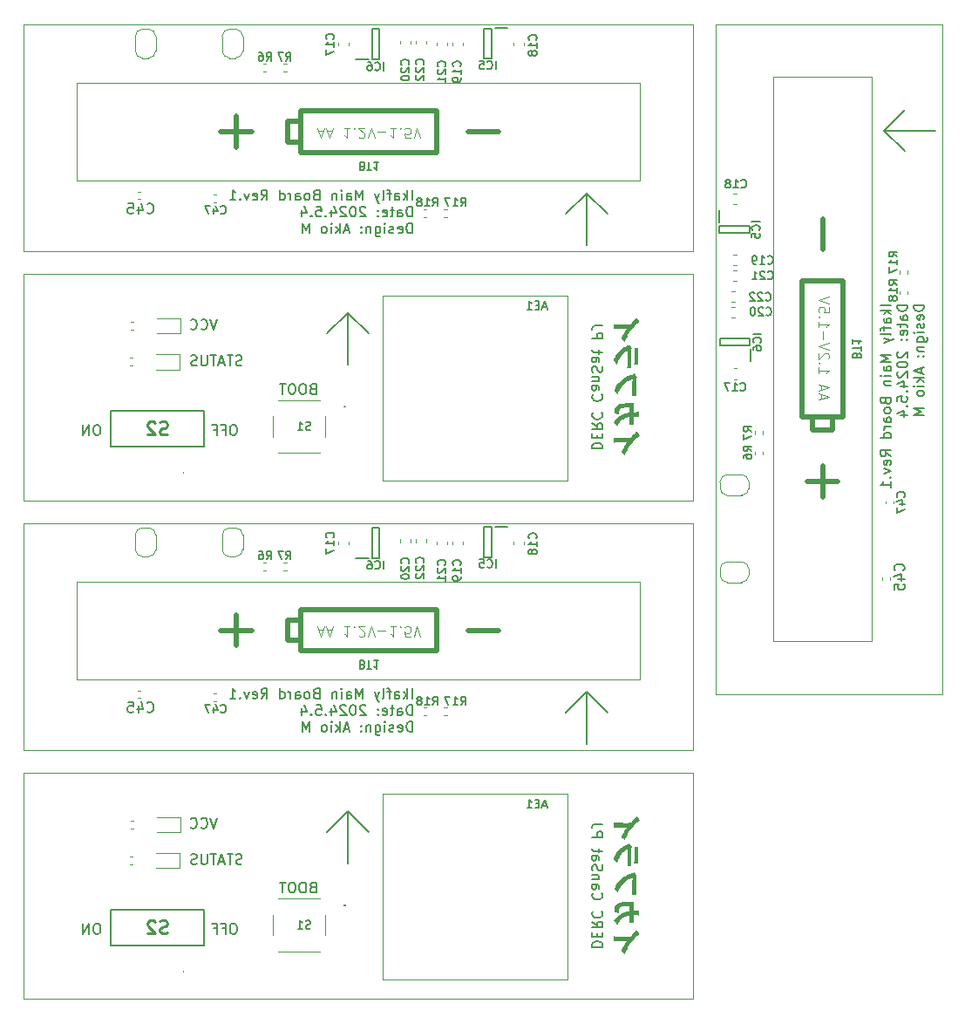
<source format=gbr>
%TF.GenerationSoftware,KiCad,Pcbnew,8.0.2*%
%TF.CreationDate,2024-05-05T17:49:43+09:00*%
%TF.ProjectId,ikafly_rev1_p,696b6166-6c79-45f7-9265-76315f702e6b,rev?*%
%TF.SameCoordinates,Original*%
%TF.FileFunction,Legend,Bot*%
%TF.FilePolarity,Positive*%
%FSLAX46Y46*%
G04 Gerber Fmt 4.6, Leading zero omitted, Abs format (unit mm)*
G04 Created by KiCad (PCBNEW 8.0.2) date 2024-05-05 17:49:43*
%MOMM*%
%LPD*%
G01*
G04 APERTURE LIST*
%ADD10C,0.150000*%
%ADD11C,0.100000*%
%ADD12C,0.254000*%
%ADD13C,0.500000*%
%ADD14C,0.120000*%
%ADD15C,0.200000*%
G04 APERTURE END LIST*
D10*
X169650000Y-61500000D02*
X171650000Y-59500000D01*
X169650000Y-61500000D02*
X174650000Y-61500000D01*
X169650000Y-61500000D02*
X171650000Y-63500000D01*
X170289931Y-78446779D02*
X169289931Y-78446779D01*
X170289931Y-78922969D02*
X169289931Y-78922969D01*
X169908978Y-79018207D02*
X170289931Y-79303921D01*
X169623264Y-79303921D02*
X170004216Y-78922969D01*
X170289931Y-80161064D02*
X169766121Y-80161064D01*
X169766121Y-80161064D02*
X169670883Y-80113445D01*
X169670883Y-80113445D02*
X169623264Y-80018207D01*
X169623264Y-80018207D02*
X169623264Y-79827731D01*
X169623264Y-79827731D02*
X169670883Y-79732493D01*
X170242312Y-80161064D02*
X170289931Y-80065826D01*
X170289931Y-80065826D02*
X170289931Y-79827731D01*
X170289931Y-79827731D02*
X170242312Y-79732493D01*
X170242312Y-79732493D02*
X170147073Y-79684874D01*
X170147073Y-79684874D02*
X170051835Y-79684874D01*
X170051835Y-79684874D02*
X169956597Y-79732493D01*
X169956597Y-79732493D02*
X169908978Y-79827731D01*
X169908978Y-79827731D02*
X169908978Y-80065826D01*
X169908978Y-80065826D02*
X169861359Y-80161064D01*
X169623264Y-80494398D02*
X169623264Y-80875350D01*
X170289931Y-80637255D02*
X169432788Y-80637255D01*
X169432788Y-80637255D02*
X169337550Y-80684874D01*
X169337550Y-80684874D02*
X169289931Y-80780112D01*
X169289931Y-80780112D02*
X169289931Y-80875350D01*
X170289931Y-81351541D02*
X170242312Y-81256303D01*
X170242312Y-81256303D02*
X170147073Y-81208684D01*
X170147073Y-81208684D02*
X169289931Y-81208684D01*
X169623264Y-81637256D02*
X170289931Y-81875351D01*
X169623264Y-82113446D02*
X170289931Y-81875351D01*
X170289931Y-81875351D02*
X170528026Y-81780113D01*
X170528026Y-81780113D02*
X170575645Y-81732494D01*
X170575645Y-81732494D02*
X170623264Y-81637256D01*
X170289931Y-83256304D02*
X169289931Y-83256304D01*
X169289931Y-83256304D02*
X170004216Y-83589637D01*
X170004216Y-83589637D02*
X169289931Y-83922970D01*
X169289931Y-83922970D02*
X170289931Y-83922970D01*
X170289931Y-84827732D02*
X169766121Y-84827732D01*
X169766121Y-84827732D02*
X169670883Y-84780113D01*
X169670883Y-84780113D02*
X169623264Y-84684875D01*
X169623264Y-84684875D02*
X169623264Y-84494399D01*
X169623264Y-84494399D02*
X169670883Y-84399161D01*
X170242312Y-84827732D02*
X170289931Y-84732494D01*
X170289931Y-84732494D02*
X170289931Y-84494399D01*
X170289931Y-84494399D02*
X170242312Y-84399161D01*
X170242312Y-84399161D02*
X170147073Y-84351542D01*
X170147073Y-84351542D02*
X170051835Y-84351542D01*
X170051835Y-84351542D02*
X169956597Y-84399161D01*
X169956597Y-84399161D02*
X169908978Y-84494399D01*
X169908978Y-84494399D02*
X169908978Y-84732494D01*
X169908978Y-84732494D02*
X169861359Y-84827732D01*
X170289931Y-85303923D02*
X169623264Y-85303923D01*
X169289931Y-85303923D02*
X169337550Y-85256304D01*
X169337550Y-85256304D02*
X169385169Y-85303923D01*
X169385169Y-85303923D02*
X169337550Y-85351542D01*
X169337550Y-85351542D02*
X169289931Y-85303923D01*
X169289931Y-85303923D02*
X169385169Y-85303923D01*
X169623264Y-85780113D02*
X170289931Y-85780113D01*
X169718502Y-85780113D02*
X169670883Y-85827732D01*
X169670883Y-85827732D02*
X169623264Y-85922970D01*
X169623264Y-85922970D02*
X169623264Y-86065827D01*
X169623264Y-86065827D02*
X169670883Y-86161065D01*
X169670883Y-86161065D02*
X169766121Y-86208684D01*
X169766121Y-86208684D02*
X170289931Y-86208684D01*
X169766121Y-87780113D02*
X169813740Y-87922970D01*
X169813740Y-87922970D02*
X169861359Y-87970589D01*
X169861359Y-87970589D02*
X169956597Y-88018208D01*
X169956597Y-88018208D02*
X170099454Y-88018208D01*
X170099454Y-88018208D02*
X170194692Y-87970589D01*
X170194692Y-87970589D02*
X170242312Y-87922970D01*
X170242312Y-87922970D02*
X170289931Y-87827732D01*
X170289931Y-87827732D02*
X170289931Y-87446780D01*
X170289931Y-87446780D02*
X169289931Y-87446780D01*
X169289931Y-87446780D02*
X169289931Y-87780113D01*
X169289931Y-87780113D02*
X169337550Y-87875351D01*
X169337550Y-87875351D02*
X169385169Y-87922970D01*
X169385169Y-87922970D02*
X169480407Y-87970589D01*
X169480407Y-87970589D02*
X169575645Y-87970589D01*
X169575645Y-87970589D02*
X169670883Y-87922970D01*
X169670883Y-87922970D02*
X169718502Y-87875351D01*
X169718502Y-87875351D02*
X169766121Y-87780113D01*
X169766121Y-87780113D02*
X169766121Y-87446780D01*
X170289931Y-88589637D02*
X170242312Y-88494399D01*
X170242312Y-88494399D02*
X170194692Y-88446780D01*
X170194692Y-88446780D02*
X170099454Y-88399161D01*
X170099454Y-88399161D02*
X169813740Y-88399161D01*
X169813740Y-88399161D02*
X169718502Y-88446780D01*
X169718502Y-88446780D02*
X169670883Y-88494399D01*
X169670883Y-88494399D02*
X169623264Y-88589637D01*
X169623264Y-88589637D02*
X169623264Y-88732494D01*
X169623264Y-88732494D02*
X169670883Y-88827732D01*
X169670883Y-88827732D02*
X169718502Y-88875351D01*
X169718502Y-88875351D02*
X169813740Y-88922970D01*
X169813740Y-88922970D02*
X170099454Y-88922970D01*
X170099454Y-88922970D02*
X170194692Y-88875351D01*
X170194692Y-88875351D02*
X170242312Y-88827732D01*
X170242312Y-88827732D02*
X170289931Y-88732494D01*
X170289931Y-88732494D02*
X170289931Y-88589637D01*
X170289931Y-89780113D02*
X169766121Y-89780113D01*
X169766121Y-89780113D02*
X169670883Y-89732494D01*
X169670883Y-89732494D02*
X169623264Y-89637256D01*
X169623264Y-89637256D02*
X169623264Y-89446780D01*
X169623264Y-89446780D02*
X169670883Y-89351542D01*
X170242312Y-89780113D02*
X170289931Y-89684875D01*
X170289931Y-89684875D02*
X170289931Y-89446780D01*
X170289931Y-89446780D02*
X170242312Y-89351542D01*
X170242312Y-89351542D02*
X170147073Y-89303923D01*
X170147073Y-89303923D02*
X170051835Y-89303923D01*
X170051835Y-89303923D02*
X169956597Y-89351542D01*
X169956597Y-89351542D02*
X169908978Y-89446780D01*
X169908978Y-89446780D02*
X169908978Y-89684875D01*
X169908978Y-89684875D02*
X169861359Y-89780113D01*
X170289931Y-90256304D02*
X169623264Y-90256304D01*
X169813740Y-90256304D02*
X169718502Y-90303923D01*
X169718502Y-90303923D02*
X169670883Y-90351542D01*
X169670883Y-90351542D02*
X169623264Y-90446780D01*
X169623264Y-90446780D02*
X169623264Y-90542018D01*
X170289931Y-91303923D02*
X169289931Y-91303923D01*
X170242312Y-91303923D02*
X170289931Y-91208685D01*
X170289931Y-91208685D02*
X170289931Y-91018209D01*
X170289931Y-91018209D02*
X170242312Y-90922971D01*
X170242312Y-90922971D02*
X170194692Y-90875352D01*
X170194692Y-90875352D02*
X170099454Y-90827733D01*
X170099454Y-90827733D02*
X169813740Y-90827733D01*
X169813740Y-90827733D02*
X169718502Y-90875352D01*
X169718502Y-90875352D02*
X169670883Y-90922971D01*
X169670883Y-90922971D02*
X169623264Y-91018209D01*
X169623264Y-91018209D02*
X169623264Y-91208685D01*
X169623264Y-91208685D02*
X169670883Y-91303923D01*
X170289931Y-93113447D02*
X169813740Y-92780114D01*
X170289931Y-92542019D02*
X169289931Y-92542019D01*
X169289931Y-92542019D02*
X169289931Y-92922971D01*
X169289931Y-92922971D02*
X169337550Y-93018209D01*
X169337550Y-93018209D02*
X169385169Y-93065828D01*
X169385169Y-93065828D02*
X169480407Y-93113447D01*
X169480407Y-93113447D02*
X169623264Y-93113447D01*
X169623264Y-93113447D02*
X169718502Y-93065828D01*
X169718502Y-93065828D02*
X169766121Y-93018209D01*
X169766121Y-93018209D02*
X169813740Y-92922971D01*
X169813740Y-92922971D02*
X169813740Y-92542019D01*
X170242312Y-93922971D02*
X170289931Y-93827733D01*
X170289931Y-93827733D02*
X170289931Y-93637257D01*
X170289931Y-93637257D02*
X170242312Y-93542019D01*
X170242312Y-93542019D02*
X170147073Y-93494400D01*
X170147073Y-93494400D02*
X169766121Y-93494400D01*
X169766121Y-93494400D02*
X169670883Y-93542019D01*
X169670883Y-93542019D02*
X169623264Y-93637257D01*
X169623264Y-93637257D02*
X169623264Y-93827733D01*
X169623264Y-93827733D02*
X169670883Y-93922971D01*
X169670883Y-93922971D02*
X169766121Y-93970590D01*
X169766121Y-93970590D02*
X169861359Y-93970590D01*
X169861359Y-93970590D02*
X169956597Y-93494400D01*
X169623264Y-94303924D02*
X170289931Y-94542019D01*
X170289931Y-94542019D02*
X169623264Y-94780114D01*
X170194692Y-95161067D02*
X170242312Y-95208686D01*
X170242312Y-95208686D02*
X170289931Y-95161067D01*
X170289931Y-95161067D02*
X170242312Y-95113448D01*
X170242312Y-95113448D02*
X170194692Y-95161067D01*
X170194692Y-95161067D02*
X170289931Y-95161067D01*
X170289931Y-96161066D02*
X170289931Y-95589638D01*
X170289931Y-95875352D02*
X169289931Y-95875352D01*
X169289931Y-95875352D02*
X169432788Y-95780114D01*
X169432788Y-95780114D02*
X169528026Y-95684876D01*
X169528026Y-95684876D02*
X169575645Y-95589638D01*
X171899875Y-78446779D02*
X170899875Y-78446779D01*
X170899875Y-78446779D02*
X170899875Y-78684874D01*
X170899875Y-78684874D02*
X170947494Y-78827731D01*
X170947494Y-78827731D02*
X171042732Y-78922969D01*
X171042732Y-78922969D02*
X171137970Y-78970588D01*
X171137970Y-78970588D02*
X171328446Y-79018207D01*
X171328446Y-79018207D02*
X171471303Y-79018207D01*
X171471303Y-79018207D02*
X171661779Y-78970588D01*
X171661779Y-78970588D02*
X171757017Y-78922969D01*
X171757017Y-78922969D02*
X171852256Y-78827731D01*
X171852256Y-78827731D02*
X171899875Y-78684874D01*
X171899875Y-78684874D02*
X171899875Y-78446779D01*
X171899875Y-79875350D02*
X171376065Y-79875350D01*
X171376065Y-79875350D02*
X171280827Y-79827731D01*
X171280827Y-79827731D02*
X171233208Y-79732493D01*
X171233208Y-79732493D02*
X171233208Y-79542017D01*
X171233208Y-79542017D02*
X171280827Y-79446779D01*
X171852256Y-79875350D02*
X171899875Y-79780112D01*
X171899875Y-79780112D02*
X171899875Y-79542017D01*
X171899875Y-79542017D02*
X171852256Y-79446779D01*
X171852256Y-79446779D02*
X171757017Y-79399160D01*
X171757017Y-79399160D02*
X171661779Y-79399160D01*
X171661779Y-79399160D02*
X171566541Y-79446779D01*
X171566541Y-79446779D02*
X171518922Y-79542017D01*
X171518922Y-79542017D02*
X171518922Y-79780112D01*
X171518922Y-79780112D02*
X171471303Y-79875350D01*
X171233208Y-80208684D02*
X171233208Y-80589636D01*
X170899875Y-80351541D02*
X171757017Y-80351541D01*
X171757017Y-80351541D02*
X171852256Y-80399160D01*
X171852256Y-80399160D02*
X171899875Y-80494398D01*
X171899875Y-80494398D02*
X171899875Y-80589636D01*
X171852256Y-81303922D02*
X171899875Y-81208684D01*
X171899875Y-81208684D02*
X171899875Y-81018208D01*
X171899875Y-81018208D02*
X171852256Y-80922970D01*
X171852256Y-80922970D02*
X171757017Y-80875351D01*
X171757017Y-80875351D02*
X171376065Y-80875351D01*
X171376065Y-80875351D02*
X171280827Y-80922970D01*
X171280827Y-80922970D02*
X171233208Y-81018208D01*
X171233208Y-81018208D02*
X171233208Y-81208684D01*
X171233208Y-81208684D02*
X171280827Y-81303922D01*
X171280827Y-81303922D02*
X171376065Y-81351541D01*
X171376065Y-81351541D02*
X171471303Y-81351541D01*
X171471303Y-81351541D02*
X171566541Y-80875351D01*
X171804636Y-81780113D02*
X171852256Y-81827732D01*
X171852256Y-81827732D02*
X171899875Y-81780113D01*
X171899875Y-81780113D02*
X171852256Y-81732494D01*
X171852256Y-81732494D02*
X171804636Y-81780113D01*
X171804636Y-81780113D02*
X171899875Y-81780113D01*
X171280827Y-81780113D02*
X171328446Y-81827732D01*
X171328446Y-81827732D02*
X171376065Y-81780113D01*
X171376065Y-81780113D02*
X171328446Y-81732494D01*
X171328446Y-81732494D02*
X171280827Y-81780113D01*
X171280827Y-81780113D02*
X171376065Y-81780113D01*
X170995113Y-82970589D02*
X170947494Y-83018208D01*
X170947494Y-83018208D02*
X170899875Y-83113446D01*
X170899875Y-83113446D02*
X170899875Y-83351541D01*
X170899875Y-83351541D02*
X170947494Y-83446779D01*
X170947494Y-83446779D02*
X170995113Y-83494398D01*
X170995113Y-83494398D02*
X171090351Y-83542017D01*
X171090351Y-83542017D02*
X171185589Y-83542017D01*
X171185589Y-83542017D02*
X171328446Y-83494398D01*
X171328446Y-83494398D02*
X171899875Y-82922970D01*
X171899875Y-82922970D02*
X171899875Y-83542017D01*
X170899875Y-84161065D02*
X170899875Y-84256303D01*
X170899875Y-84256303D02*
X170947494Y-84351541D01*
X170947494Y-84351541D02*
X170995113Y-84399160D01*
X170995113Y-84399160D02*
X171090351Y-84446779D01*
X171090351Y-84446779D02*
X171280827Y-84494398D01*
X171280827Y-84494398D02*
X171518922Y-84494398D01*
X171518922Y-84494398D02*
X171709398Y-84446779D01*
X171709398Y-84446779D02*
X171804636Y-84399160D01*
X171804636Y-84399160D02*
X171852256Y-84351541D01*
X171852256Y-84351541D02*
X171899875Y-84256303D01*
X171899875Y-84256303D02*
X171899875Y-84161065D01*
X171899875Y-84161065D02*
X171852256Y-84065827D01*
X171852256Y-84065827D02*
X171804636Y-84018208D01*
X171804636Y-84018208D02*
X171709398Y-83970589D01*
X171709398Y-83970589D02*
X171518922Y-83922970D01*
X171518922Y-83922970D02*
X171280827Y-83922970D01*
X171280827Y-83922970D02*
X171090351Y-83970589D01*
X171090351Y-83970589D02*
X170995113Y-84018208D01*
X170995113Y-84018208D02*
X170947494Y-84065827D01*
X170947494Y-84065827D02*
X170899875Y-84161065D01*
X170995113Y-84875351D02*
X170947494Y-84922970D01*
X170947494Y-84922970D02*
X170899875Y-85018208D01*
X170899875Y-85018208D02*
X170899875Y-85256303D01*
X170899875Y-85256303D02*
X170947494Y-85351541D01*
X170947494Y-85351541D02*
X170995113Y-85399160D01*
X170995113Y-85399160D02*
X171090351Y-85446779D01*
X171090351Y-85446779D02*
X171185589Y-85446779D01*
X171185589Y-85446779D02*
X171328446Y-85399160D01*
X171328446Y-85399160D02*
X171899875Y-84827732D01*
X171899875Y-84827732D02*
X171899875Y-85446779D01*
X171233208Y-86303922D02*
X171899875Y-86303922D01*
X170852256Y-86065827D02*
X171566541Y-85827732D01*
X171566541Y-85827732D02*
X171566541Y-86446779D01*
X171804636Y-86827732D02*
X171852256Y-86875351D01*
X171852256Y-86875351D02*
X171899875Y-86827732D01*
X171899875Y-86827732D02*
X171852256Y-86780113D01*
X171852256Y-86780113D02*
X171804636Y-86827732D01*
X171804636Y-86827732D02*
X171899875Y-86827732D01*
X170899875Y-87780112D02*
X170899875Y-87303922D01*
X170899875Y-87303922D02*
X171376065Y-87256303D01*
X171376065Y-87256303D02*
X171328446Y-87303922D01*
X171328446Y-87303922D02*
X171280827Y-87399160D01*
X171280827Y-87399160D02*
X171280827Y-87637255D01*
X171280827Y-87637255D02*
X171328446Y-87732493D01*
X171328446Y-87732493D02*
X171376065Y-87780112D01*
X171376065Y-87780112D02*
X171471303Y-87827731D01*
X171471303Y-87827731D02*
X171709398Y-87827731D01*
X171709398Y-87827731D02*
X171804636Y-87780112D01*
X171804636Y-87780112D02*
X171852256Y-87732493D01*
X171852256Y-87732493D02*
X171899875Y-87637255D01*
X171899875Y-87637255D02*
X171899875Y-87399160D01*
X171899875Y-87399160D02*
X171852256Y-87303922D01*
X171852256Y-87303922D02*
X171804636Y-87256303D01*
X171804636Y-88256303D02*
X171852256Y-88303922D01*
X171852256Y-88303922D02*
X171899875Y-88256303D01*
X171899875Y-88256303D02*
X171852256Y-88208684D01*
X171852256Y-88208684D02*
X171804636Y-88256303D01*
X171804636Y-88256303D02*
X171899875Y-88256303D01*
X171233208Y-89161064D02*
X171899875Y-89161064D01*
X170852256Y-88922969D02*
X171566541Y-88684874D01*
X171566541Y-88684874D02*
X171566541Y-89303921D01*
X173509819Y-78446779D02*
X172509819Y-78446779D01*
X172509819Y-78446779D02*
X172509819Y-78684874D01*
X172509819Y-78684874D02*
X172557438Y-78827731D01*
X172557438Y-78827731D02*
X172652676Y-78922969D01*
X172652676Y-78922969D02*
X172747914Y-78970588D01*
X172747914Y-78970588D02*
X172938390Y-79018207D01*
X172938390Y-79018207D02*
X173081247Y-79018207D01*
X173081247Y-79018207D02*
X173271723Y-78970588D01*
X173271723Y-78970588D02*
X173366961Y-78922969D01*
X173366961Y-78922969D02*
X173462200Y-78827731D01*
X173462200Y-78827731D02*
X173509819Y-78684874D01*
X173509819Y-78684874D02*
X173509819Y-78446779D01*
X173462200Y-79827731D02*
X173509819Y-79732493D01*
X173509819Y-79732493D02*
X173509819Y-79542017D01*
X173509819Y-79542017D02*
X173462200Y-79446779D01*
X173462200Y-79446779D02*
X173366961Y-79399160D01*
X173366961Y-79399160D02*
X172986009Y-79399160D01*
X172986009Y-79399160D02*
X172890771Y-79446779D01*
X172890771Y-79446779D02*
X172843152Y-79542017D01*
X172843152Y-79542017D02*
X172843152Y-79732493D01*
X172843152Y-79732493D02*
X172890771Y-79827731D01*
X172890771Y-79827731D02*
X172986009Y-79875350D01*
X172986009Y-79875350D02*
X173081247Y-79875350D01*
X173081247Y-79875350D02*
X173176485Y-79399160D01*
X173462200Y-80256303D02*
X173509819Y-80351541D01*
X173509819Y-80351541D02*
X173509819Y-80542017D01*
X173509819Y-80542017D02*
X173462200Y-80637255D01*
X173462200Y-80637255D02*
X173366961Y-80684874D01*
X173366961Y-80684874D02*
X173319342Y-80684874D01*
X173319342Y-80684874D02*
X173224104Y-80637255D01*
X173224104Y-80637255D02*
X173176485Y-80542017D01*
X173176485Y-80542017D02*
X173176485Y-80399160D01*
X173176485Y-80399160D02*
X173128866Y-80303922D01*
X173128866Y-80303922D02*
X173033628Y-80256303D01*
X173033628Y-80256303D02*
X172986009Y-80256303D01*
X172986009Y-80256303D02*
X172890771Y-80303922D01*
X172890771Y-80303922D02*
X172843152Y-80399160D01*
X172843152Y-80399160D02*
X172843152Y-80542017D01*
X172843152Y-80542017D02*
X172890771Y-80637255D01*
X173509819Y-81113446D02*
X172843152Y-81113446D01*
X172509819Y-81113446D02*
X172557438Y-81065827D01*
X172557438Y-81065827D02*
X172605057Y-81113446D01*
X172605057Y-81113446D02*
X172557438Y-81161065D01*
X172557438Y-81161065D02*
X172509819Y-81113446D01*
X172509819Y-81113446D02*
X172605057Y-81113446D01*
X172843152Y-82018207D02*
X173652676Y-82018207D01*
X173652676Y-82018207D02*
X173747914Y-81970588D01*
X173747914Y-81970588D02*
X173795533Y-81922969D01*
X173795533Y-81922969D02*
X173843152Y-81827731D01*
X173843152Y-81827731D02*
X173843152Y-81684874D01*
X173843152Y-81684874D02*
X173795533Y-81589636D01*
X173462200Y-82018207D02*
X173509819Y-81922969D01*
X173509819Y-81922969D02*
X173509819Y-81732493D01*
X173509819Y-81732493D02*
X173462200Y-81637255D01*
X173462200Y-81637255D02*
X173414580Y-81589636D01*
X173414580Y-81589636D02*
X173319342Y-81542017D01*
X173319342Y-81542017D02*
X173033628Y-81542017D01*
X173033628Y-81542017D02*
X172938390Y-81589636D01*
X172938390Y-81589636D02*
X172890771Y-81637255D01*
X172890771Y-81637255D02*
X172843152Y-81732493D01*
X172843152Y-81732493D02*
X172843152Y-81922969D01*
X172843152Y-81922969D02*
X172890771Y-82018207D01*
X172843152Y-82494398D02*
X173509819Y-82494398D01*
X172938390Y-82494398D02*
X172890771Y-82542017D01*
X172890771Y-82542017D02*
X172843152Y-82637255D01*
X172843152Y-82637255D02*
X172843152Y-82780112D01*
X172843152Y-82780112D02*
X172890771Y-82875350D01*
X172890771Y-82875350D02*
X172986009Y-82922969D01*
X172986009Y-82922969D02*
X173509819Y-82922969D01*
X173414580Y-83399160D02*
X173462200Y-83446779D01*
X173462200Y-83446779D02*
X173509819Y-83399160D01*
X173509819Y-83399160D02*
X173462200Y-83351541D01*
X173462200Y-83351541D02*
X173414580Y-83399160D01*
X173414580Y-83399160D02*
X173509819Y-83399160D01*
X172890771Y-83399160D02*
X172938390Y-83446779D01*
X172938390Y-83446779D02*
X172986009Y-83399160D01*
X172986009Y-83399160D02*
X172938390Y-83351541D01*
X172938390Y-83351541D02*
X172890771Y-83399160D01*
X172890771Y-83399160D02*
X172986009Y-83399160D01*
X173224104Y-84589636D02*
X173224104Y-85065826D01*
X173509819Y-84494398D02*
X172509819Y-84827731D01*
X172509819Y-84827731D02*
X173509819Y-85161064D01*
X173509819Y-85494398D02*
X172509819Y-85494398D01*
X173128866Y-85589636D02*
X173509819Y-85875350D01*
X172843152Y-85875350D02*
X173224104Y-85494398D01*
X173509819Y-86303922D02*
X172843152Y-86303922D01*
X172509819Y-86303922D02*
X172557438Y-86256303D01*
X172557438Y-86256303D02*
X172605057Y-86303922D01*
X172605057Y-86303922D02*
X172557438Y-86351541D01*
X172557438Y-86351541D02*
X172509819Y-86303922D01*
X172509819Y-86303922D02*
X172605057Y-86303922D01*
X173509819Y-86922969D02*
X173462200Y-86827731D01*
X173462200Y-86827731D02*
X173414580Y-86780112D01*
X173414580Y-86780112D02*
X173319342Y-86732493D01*
X173319342Y-86732493D02*
X173033628Y-86732493D01*
X173033628Y-86732493D02*
X172938390Y-86780112D01*
X172938390Y-86780112D02*
X172890771Y-86827731D01*
X172890771Y-86827731D02*
X172843152Y-86922969D01*
X172843152Y-86922969D02*
X172843152Y-87065826D01*
X172843152Y-87065826D02*
X172890771Y-87161064D01*
X172890771Y-87161064D02*
X172938390Y-87208683D01*
X172938390Y-87208683D02*
X173033628Y-87256302D01*
X173033628Y-87256302D02*
X173319342Y-87256302D01*
X173319342Y-87256302D02*
X173414580Y-87208683D01*
X173414580Y-87208683D02*
X173462200Y-87161064D01*
X173462200Y-87161064D02*
X173509819Y-87065826D01*
X173509819Y-87065826D02*
X173509819Y-86922969D01*
X173509819Y-88446779D02*
X172509819Y-88446779D01*
X172509819Y-88446779D02*
X173224104Y-88780112D01*
X173224104Y-88780112D02*
X172509819Y-89113445D01*
X172509819Y-89113445D02*
X173509819Y-89113445D01*
D11*
X153250000Y-51200000D02*
X175250000Y-51200000D01*
X175250000Y-116200000D01*
X153250000Y-116200000D01*
X153250000Y-51200000D01*
D10*
X140750000Y-116000000D02*
X142750000Y-118000000D01*
X140750000Y-116000000D02*
X140750000Y-121000000D01*
X140750000Y-116000000D02*
X138750000Y-118000000D01*
G36*
X143380439Y-139708234D02*
G01*
X143502531Y-139715411D01*
X143630111Y-139720277D01*
X143740031Y-139723415D01*
X143859863Y-139726116D01*
X143987544Y-139728378D01*
X144121011Y-139730203D01*
X144258202Y-139731590D01*
X144397055Y-139732539D01*
X144535506Y-139733049D01*
X144626566Y-139733147D01*
X144729014Y-139732676D01*
X144828064Y-139731698D01*
X144933103Y-139730809D01*
X144973391Y-139730704D01*
X145042664Y-139652311D01*
X145114012Y-139574593D01*
X145187435Y-139497438D01*
X145262933Y-139420735D01*
X145340507Y-139344372D01*
X145420155Y-139268237D01*
X145452595Y-139237822D01*
X145516242Y-139159644D01*
X145519518Y-139145498D01*
X145560479Y-139056427D01*
X145567390Y-139055617D01*
X145657325Y-139125020D01*
X145726453Y-139208879D01*
X145792953Y-139299230D01*
X145851932Y-139385369D01*
X145866831Y-139408304D01*
X145903468Y-139472784D01*
X145880997Y-139495254D01*
X145836057Y-139523098D01*
X145729770Y-139596792D01*
X145623440Y-139681579D01*
X145517679Y-139776346D01*
X145413097Y-139879982D01*
X145310303Y-139991375D01*
X145209909Y-140109412D01*
X145112524Y-140232982D01*
X145018759Y-140360973D01*
X144929225Y-140492272D01*
X144844531Y-140625768D01*
X144765288Y-140760349D01*
X144692107Y-140894903D01*
X144625598Y-141028318D01*
X144566371Y-141159481D01*
X144515036Y-141287281D01*
X144472205Y-141410607D01*
X144397219Y-141324569D01*
X144330233Y-141252758D01*
X144257190Y-141181468D01*
X144173163Y-141108462D01*
X144116587Y-141063293D01*
X144161066Y-140971287D01*
X144206319Y-140880979D01*
X144252372Y-140792317D01*
X144299251Y-140705247D01*
X144346984Y-140619716D01*
X144412001Y-140507977D01*
X144478645Y-140398754D01*
X144546980Y-140291921D01*
X144617067Y-140187352D01*
X144634870Y-140161549D01*
X144509036Y-140162524D01*
X144377501Y-140163841D01*
X144242809Y-140165558D01*
X144107503Y-140167731D01*
X143974126Y-140170420D01*
X143845221Y-140173682D01*
X143723330Y-140177575D01*
X143610997Y-140182157D01*
X143510765Y-140187486D01*
X143400340Y-140195853D01*
X143377508Y-140198185D01*
X143380439Y-139708234D01*
G37*
G36*
X145309469Y-136338171D02*
G01*
X145308365Y-136450887D01*
X145306558Y-136567933D01*
X145304767Y-136679867D01*
X145302862Y-136805448D01*
X145301465Y-136907136D01*
X145300178Y-137014123D01*
X145299076Y-137125389D01*
X145298234Y-137239916D01*
X145399514Y-137233476D01*
X145503421Y-137227139D01*
X145574228Y-137222819D01*
X145672107Y-137202095D01*
X145677787Y-137194975D01*
X145746664Y-137144661D01*
X145796001Y-137222819D01*
X145803707Y-137321639D01*
X145810437Y-137420844D01*
X145816128Y-137519643D01*
X145818960Y-137603838D01*
X145821891Y-137651709D01*
X145793070Y-137684926D01*
X145694947Y-137676709D01*
X145660690Y-137676622D01*
X145560267Y-137673888D01*
X145487278Y-137673691D01*
X145387245Y-137674213D01*
X145309469Y-137676622D01*
X145309469Y-137886671D01*
X145309733Y-138001526D01*
X145310551Y-138112260D01*
X145311961Y-138217635D01*
X145314003Y-138316416D01*
X145317234Y-138421676D01*
X145317773Y-138435729D01*
X144900118Y-138432798D01*
X144904022Y-138332819D01*
X144907853Y-138225643D01*
X144911464Y-138112592D01*
X144914711Y-137994983D01*
X144917448Y-137874136D01*
X144919172Y-137776014D01*
X144920146Y-137702023D01*
X144783760Y-137723184D01*
X144651519Y-137752967D01*
X144523757Y-137792756D01*
X144400808Y-137843935D01*
X144283004Y-137907888D01*
X144170679Y-137985998D01*
X144064166Y-138079650D01*
X143996550Y-138151402D01*
X143931765Y-138231086D01*
X143869909Y-138319112D01*
X143811080Y-138415891D01*
X143755378Y-138521832D01*
X143728729Y-138578367D01*
X143667394Y-138494782D01*
X143604043Y-138417472D01*
X143535438Y-138341759D01*
X143459034Y-138261909D01*
X143412679Y-138214445D01*
X143492631Y-138087874D01*
X143575057Y-137973508D01*
X143659844Y-137870672D01*
X143746880Y-137778693D01*
X143836051Y-137696894D01*
X143927244Y-137624601D01*
X144020346Y-137561140D01*
X144115244Y-137505835D01*
X144211825Y-137458012D01*
X144309976Y-137416997D01*
X144409584Y-137382113D01*
X144510536Y-137352687D01*
X144612718Y-137328044D01*
X144716018Y-137307509D01*
X144820323Y-137290407D01*
X144925519Y-137276064D01*
X144927149Y-137161154D01*
X144928662Y-137053746D01*
X144929944Y-136955368D01*
X144930991Y-136854041D01*
X144931381Y-136769504D01*
X144818896Y-136770935D01*
X144699486Y-136775228D01*
X144601338Y-136780724D01*
X144502816Y-136788051D01*
X144381882Y-136799786D01*
X144266702Y-136814384D01*
X144181067Y-136828122D01*
X144078298Y-136852597D01*
X143990496Y-136896575D01*
X143928482Y-136977736D01*
X143905073Y-137088485D01*
X143902630Y-137144661D01*
X143905594Y-137242441D01*
X143913497Y-137347961D01*
X143924929Y-137453335D01*
X143928032Y-137477808D01*
X143825366Y-137442714D01*
X143721782Y-137409454D01*
X143613881Y-137378378D01*
X143509794Y-137353840D01*
X143468367Y-137346406D01*
X143464072Y-137246708D01*
X143462993Y-137183740D01*
X143466237Y-137061125D01*
X143477142Y-136949706D01*
X143497472Y-136849164D01*
X143542287Y-136731478D01*
X143611171Y-136631806D01*
X143708302Y-136549393D01*
X143802201Y-136498456D01*
X143916103Y-136456482D01*
X144051770Y-136423155D01*
X144155177Y-136405582D01*
X144269610Y-136390889D01*
X144386530Y-136379171D01*
X144486253Y-136370729D01*
X144594313Y-136362819D01*
X144708930Y-136355650D01*
X144828324Y-136349432D01*
X144950715Y-136344376D01*
X145074322Y-136340692D01*
X145197368Y-136338590D01*
X145278206Y-136338171D01*
X145309469Y-136338171D01*
G37*
G36*
X145159504Y-135666503D02*
G01*
X145165319Y-135532210D01*
X145170221Y-135383971D01*
X145173052Y-135279172D01*
X145175582Y-135170839D01*
X145177854Y-135060036D01*
X145179909Y-134947829D01*
X145181791Y-134835284D01*
X145183541Y-134723466D01*
X145185202Y-134613440D01*
X145186815Y-134506272D01*
X145188424Y-134403027D01*
X145190070Y-134304772D01*
X145192700Y-134169073D01*
X145195652Y-134050593D01*
X145093185Y-134075498D01*
X144989848Y-134108348D01*
X144886192Y-134149271D01*
X144782767Y-134198390D01*
X144680124Y-134255833D01*
X144578812Y-134321725D01*
X144479382Y-134396192D01*
X144382384Y-134479361D01*
X144288369Y-134571357D01*
X144197887Y-134672305D01*
X144111487Y-134782333D01*
X144029721Y-134901565D01*
X143953138Y-135030129D01*
X143882289Y-135168149D01*
X143817723Y-135315752D01*
X143759993Y-135473063D01*
X143698799Y-135385503D01*
X143638294Y-135304679D01*
X143566333Y-135217712D01*
X143490354Y-135137293D01*
X143420006Y-135072505D01*
X143499509Y-134916495D01*
X143581055Y-134771433D01*
X143664961Y-134636796D01*
X143751543Y-134512059D01*
X143841116Y-134396699D01*
X143933996Y-134290191D01*
X144030497Y-134192013D01*
X144130936Y-134101639D01*
X144235629Y-134018548D01*
X144344890Y-133942214D01*
X144459036Y-133872114D01*
X144578382Y-133807724D01*
X144703243Y-133748520D01*
X144833935Y-133693979D01*
X144970774Y-133643577D01*
X145114075Y-133596789D01*
X145210533Y-133566245D01*
X145303118Y-133528288D01*
X145305073Y-133526936D01*
X145332916Y-133502023D01*
X145358318Y-133481995D01*
X145374926Y-133476622D01*
X145456074Y-133544346D01*
X145518968Y-133625427D01*
X145576247Y-133711505D01*
X145622516Y-133804645D01*
X145623077Y-133809769D01*
X145611353Y-133846406D01*
X145590837Y-133924563D01*
X145588937Y-134040449D01*
X145587499Y-134147530D01*
X145586043Y-134273663D01*
X145585003Y-134378285D01*
X145584053Y-134489566D01*
X145583240Y-134605767D01*
X145582604Y-134725149D01*
X145582191Y-134845975D01*
X145582044Y-134966503D01*
X145582182Y-135073578D01*
X145582594Y-135177751D01*
X145583281Y-135277675D01*
X145584526Y-135394559D01*
X145586200Y-135500077D01*
X145588776Y-135607995D01*
X145590837Y-135666503D01*
X145159504Y-135666503D01*
G37*
G36*
X145784277Y-131029309D02*
G01*
X145778041Y-131145555D01*
X145773934Y-131254441D01*
X145770574Y-131374703D01*
X145767927Y-131503804D01*
X145766388Y-131604906D01*
X145765217Y-131708484D01*
X145764398Y-131813469D01*
X145763918Y-131918789D01*
X145763761Y-132023377D01*
X145763976Y-132133640D01*
X145764620Y-132240411D01*
X145765693Y-132342206D01*
X145767548Y-132455695D01*
X145770021Y-132557306D01*
X145772554Y-132631053D01*
X145357829Y-132631053D01*
X145361530Y-132513257D01*
X145364180Y-132404347D01*
X145366511Y-132284913D01*
X145368484Y-132157278D01*
X145369703Y-132057569D01*
X145370680Y-131955535D01*
X145371400Y-131852157D01*
X145371844Y-131748415D01*
X145371995Y-131645289D01*
X145371783Y-131534995D01*
X145371152Y-131428001D01*
X145370114Y-131325605D01*
X145368347Y-131210624D01*
X145366029Y-131106372D01*
X145363691Y-131029309D01*
X145784277Y-131029309D01*
G37*
G36*
X144681765Y-132908513D02*
G01*
X144685545Y-132769717D01*
X144687986Y-132671601D01*
X144690360Y-132569817D01*
X144692661Y-132465048D01*
X144694885Y-132357980D01*
X144697029Y-132249297D01*
X144699087Y-132139684D01*
X144701056Y-132029826D01*
X144702932Y-131920408D01*
X144704709Y-131812114D01*
X144706384Y-131705630D01*
X144707952Y-131601640D01*
X144709410Y-131500828D01*
X144711378Y-131357070D01*
X144712540Y-131267201D01*
X144595898Y-131315847D01*
X144481777Y-131377236D01*
X144371076Y-131452311D01*
X144264694Y-131542017D01*
X144163527Y-131647299D01*
X144099425Y-131726605D01*
X144038306Y-131813534D01*
X143980437Y-131908363D01*
X143926085Y-132011375D01*
X143875514Y-132122847D01*
X143828993Y-132243060D01*
X143786786Y-132372294D01*
X143749161Y-132510828D01*
X143732149Y-132583670D01*
X143658369Y-132506224D01*
X143583333Y-132435198D01*
X143508877Y-132371038D01*
X143425193Y-132305453D01*
X143347711Y-132250523D01*
X143402998Y-132097323D01*
X143460486Y-131955469D01*
X143520556Y-131824295D01*
X143583588Y-131703136D01*
X143649964Y-131591329D01*
X143720063Y-131488208D01*
X143794266Y-131393108D01*
X143872955Y-131305364D01*
X143956509Y-131224313D01*
X144045310Y-131149288D01*
X144139738Y-131079626D01*
X144240174Y-131014662D01*
X144346998Y-130953730D01*
X144460592Y-130896167D01*
X144581335Y-130841307D01*
X144709609Y-130788485D01*
X144801782Y-130748352D01*
X144846873Y-130721563D01*
X144891325Y-130687857D01*
X144902561Y-130684926D01*
X144983241Y-130755637D01*
X145041623Y-130838547D01*
X145097306Y-130923850D01*
X145123356Y-130964829D01*
X145139965Y-131006838D01*
X145117983Y-131063014D01*
X145101374Y-131110397D01*
X145099691Y-131210881D01*
X145098025Y-131323854D01*
X145096686Y-131424257D01*
X145095341Y-131535711D01*
X145094052Y-131656071D01*
X145092882Y-131783193D01*
X145091895Y-131914933D01*
X145091152Y-132049146D01*
X145090716Y-132183687D01*
X145090628Y-132272505D01*
X145090808Y-132389182D01*
X145091358Y-132501872D01*
X145092288Y-132609021D01*
X145093609Y-132709075D01*
X145095727Y-132817585D01*
X145098443Y-132910956D01*
X144681765Y-132908513D01*
G37*
G36*
X143380439Y-128678227D02*
G01*
X143502531Y-128685404D01*
X143630111Y-128690270D01*
X143740031Y-128693408D01*
X143859863Y-128696109D01*
X143987544Y-128698371D01*
X144121011Y-128700196D01*
X144258202Y-128701583D01*
X144397055Y-128702532D01*
X144535506Y-128703042D01*
X144626566Y-128703140D01*
X144729014Y-128702669D01*
X144828064Y-128701691D01*
X144933103Y-128700802D01*
X144973391Y-128700697D01*
X145042664Y-128622304D01*
X145114012Y-128544586D01*
X145187435Y-128467431D01*
X145262933Y-128390728D01*
X145340507Y-128314365D01*
X145420155Y-128238230D01*
X145452595Y-128207815D01*
X145516242Y-128129637D01*
X145519518Y-128115491D01*
X145560479Y-128026420D01*
X145567390Y-128025610D01*
X145657325Y-128095013D01*
X145726453Y-128178872D01*
X145792953Y-128269224D01*
X145851932Y-128355362D01*
X145866831Y-128378297D01*
X145903468Y-128442777D01*
X145880997Y-128465247D01*
X145836057Y-128493091D01*
X145729770Y-128566785D01*
X145623440Y-128651572D01*
X145517679Y-128746340D01*
X145413097Y-128849976D01*
X145310303Y-128961368D01*
X145209909Y-129079405D01*
X145112524Y-129202975D01*
X145018759Y-129330966D01*
X144929225Y-129462265D01*
X144844531Y-129595762D01*
X144765288Y-129730342D01*
X144692107Y-129864896D01*
X144625598Y-129998311D01*
X144566371Y-130129474D01*
X144515036Y-130257274D01*
X144472205Y-130380600D01*
X144397219Y-130294562D01*
X144330233Y-130222751D01*
X144257190Y-130151461D01*
X144173163Y-130078456D01*
X144116587Y-130033286D01*
X144161066Y-129941280D01*
X144206319Y-129850972D01*
X144252372Y-129762310D01*
X144299251Y-129675240D01*
X144346984Y-129589709D01*
X144412001Y-129477970D01*
X144478645Y-129368747D01*
X144546980Y-129261914D01*
X144617067Y-129157345D01*
X144634870Y-129131542D01*
X144509036Y-129132517D01*
X144377501Y-129133834D01*
X144242809Y-129135551D01*
X144107503Y-129137724D01*
X143974126Y-129140413D01*
X143845221Y-129143675D01*
X143723330Y-129147568D01*
X143610997Y-129152150D01*
X143510765Y-129157479D01*
X143400340Y-129165847D01*
X143377508Y-129168178D01*
X143380439Y-128678227D01*
G37*
X123803220Y-116639931D02*
X123803220Y-115639931D01*
X123327030Y-116639931D02*
X123327030Y-115639931D01*
X123231792Y-116258978D02*
X122946078Y-116639931D01*
X122946078Y-115973264D02*
X123327030Y-116354216D01*
X122088935Y-116639931D02*
X122088935Y-116116121D01*
X122088935Y-116116121D02*
X122136554Y-116020883D01*
X122136554Y-116020883D02*
X122231792Y-115973264D01*
X122231792Y-115973264D02*
X122422268Y-115973264D01*
X122422268Y-115973264D02*
X122517506Y-116020883D01*
X122088935Y-116592312D02*
X122184173Y-116639931D01*
X122184173Y-116639931D02*
X122422268Y-116639931D01*
X122422268Y-116639931D02*
X122517506Y-116592312D01*
X122517506Y-116592312D02*
X122565125Y-116497073D01*
X122565125Y-116497073D02*
X122565125Y-116401835D01*
X122565125Y-116401835D02*
X122517506Y-116306597D01*
X122517506Y-116306597D02*
X122422268Y-116258978D01*
X122422268Y-116258978D02*
X122184173Y-116258978D01*
X122184173Y-116258978D02*
X122088935Y-116211359D01*
X121755601Y-115973264D02*
X121374649Y-115973264D01*
X121612744Y-116639931D02*
X121612744Y-115782788D01*
X121612744Y-115782788D02*
X121565125Y-115687550D01*
X121565125Y-115687550D02*
X121469887Y-115639931D01*
X121469887Y-115639931D02*
X121374649Y-115639931D01*
X120898458Y-116639931D02*
X120993696Y-116592312D01*
X120993696Y-116592312D02*
X121041315Y-116497073D01*
X121041315Y-116497073D02*
X121041315Y-115639931D01*
X120612743Y-115973264D02*
X120374648Y-116639931D01*
X120136553Y-115973264D02*
X120374648Y-116639931D01*
X120374648Y-116639931D02*
X120469886Y-116878026D01*
X120469886Y-116878026D02*
X120517505Y-116925645D01*
X120517505Y-116925645D02*
X120612743Y-116973264D01*
X118993695Y-116639931D02*
X118993695Y-115639931D01*
X118993695Y-115639931D02*
X118660362Y-116354216D01*
X118660362Y-116354216D02*
X118327029Y-115639931D01*
X118327029Y-115639931D02*
X118327029Y-116639931D01*
X117422267Y-116639931D02*
X117422267Y-116116121D01*
X117422267Y-116116121D02*
X117469886Y-116020883D01*
X117469886Y-116020883D02*
X117565124Y-115973264D01*
X117565124Y-115973264D02*
X117755600Y-115973264D01*
X117755600Y-115973264D02*
X117850838Y-116020883D01*
X117422267Y-116592312D02*
X117517505Y-116639931D01*
X117517505Y-116639931D02*
X117755600Y-116639931D01*
X117755600Y-116639931D02*
X117850838Y-116592312D01*
X117850838Y-116592312D02*
X117898457Y-116497073D01*
X117898457Y-116497073D02*
X117898457Y-116401835D01*
X117898457Y-116401835D02*
X117850838Y-116306597D01*
X117850838Y-116306597D02*
X117755600Y-116258978D01*
X117755600Y-116258978D02*
X117517505Y-116258978D01*
X117517505Y-116258978D02*
X117422267Y-116211359D01*
X116946076Y-116639931D02*
X116946076Y-115973264D01*
X116946076Y-115639931D02*
X116993695Y-115687550D01*
X116993695Y-115687550D02*
X116946076Y-115735169D01*
X116946076Y-115735169D02*
X116898457Y-115687550D01*
X116898457Y-115687550D02*
X116946076Y-115639931D01*
X116946076Y-115639931D02*
X116946076Y-115735169D01*
X116469886Y-115973264D02*
X116469886Y-116639931D01*
X116469886Y-116068502D02*
X116422267Y-116020883D01*
X116422267Y-116020883D02*
X116327029Y-115973264D01*
X116327029Y-115973264D02*
X116184172Y-115973264D01*
X116184172Y-115973264D02*
X116088934Y-116020883D01*
X116088934Y-116020883D02*
X116041315Y-116116121D01*
X116041315Y-116116121D02*
X116041315Y-116639931D01*
X114469886Y-116116121D02*
X114327029Y-116163740D01*
X114327029Y-116163740D02*
X114279410Y-116211359D01*
X114279410Y-116211359D02*
X114231791Y-116306597D01*
X114231791Y-116306597D02*
X114231791Y-116449454D01*
X114231791Y-116449454D02*
X114279410Y-116544692D01*
X114279410Y-116544692D02*
X114327029Y-116592312D01*
X114327029Y-116592312D02*
X114422267Y-116639931D01*
X114422267Y-116639931D02*
X114803219Y-116639931D01*
X114803219Y-116639931D02*
X114803219Y-115639931D01*
X114803219Y-115639931D02*
X114469886Y-115639931D01*
X114469886Y-115639931D02*
X114374648Y-115687550D01*
X114374648Y-115687550D02*
X114327029Y-115735169D01*
X114327029Y-115735169D02*
X114279410Y-115830407D01*
X114279410Y-115830407D02*
X114279410Y-115925645D01*
X114279410Y-115925645D02*
X114327029Y-116020883D01*
X114327029Y-116020883D02*
X114374648Y-116068502D01*
X114374648Y-116068502D02*
X114469886Y-116116121D01*
X114469886Y-116116121D02*
X114803219Y-116116121D01*
X113660362Y-116639931D02*
X113755600Y-116592312D01*
X113755600Y-116592312D02*
X113803219Y-116544692D01*
X113803219Y-116544692D02*
X113850838Y-116449454D01*
X113850838Y-116449454D02*
X113850838Y-116163740D01*
X113850838Y-116163740D02*
X113803219Y-116068502D01*
X113803219Y-116068502D02*
X113755600Y-116020883D01*
X113755600Y-116020883D02*
X113660362Y-115973264D01*
X113660362Y-115973264D02*
X113517505Y-115973264D01*
X113517505Y-115973264D02*
X113422267Y-116020883D01*
X113422267Y-116020883D02*
X113374648Y-116068502D01*
X113374648Y-116068502D02*
X113327029Y-116163740D01*
X113327029Y-116163740D02*
X113327029Y-116449454D01*
X113327029Y-116449454D02*
X113374648Y-116544692D01*
X113374648Y-116544692D02*
X113422267Y-116592312D01*
X113422267Y-116592312D02*
X113517505Y-116639931D01*
X113517505Y-116639931D02*
X113660362Y-116639931D01*
X112469886Y-116639931D02*
X112469886Y-116116121D01*
X112469886Y-116116121D02*
X112517505Y-116020883D01*
X112517505Y-116020883D02*
X112612743Y-115973264D01*
X112612743Y-115973264D02*
X112803219Y-115973264D01*
X112803219Y-115973264D02*
X112898457Y-116020883D01*
X112469886Y-116592312D02*
X112565124Y-116639931D01*
X112565124Y-116639931D02*
X112803219Y-116639931D01*
X112803219Y-116639931D02*
X112898457Y-116592312D01*
X112898457Y-116592312D02*
X112946076Y-116497073D01*
X112946076Y-116497073D02*
X112946076Y-116401835D01*
X112946076Y-116401835D02*
X112898457Y-116306597D01*
X112898457Y-116306597D02*
X112803219Y-116258978D01*
X112803219Y-116258978D02*
X112565124Y-116258978D01*
X112565124Y-116258978D02*
X112469886Y-116211359D01*
X111993695Y-116639931D02*
X111993695Y-115973264D01*
X111993695Y-116163740D02*
X111946076Y-116068502D01*
X111946076Y-116068502D02*
X111898457Y-116020883D01*
X111898457Y-116020883D02*
X111803219Y-115973264D01*
X111803219Y-115973264D02*
X111707981Y-115973264D01*
X110946076Y-116639931D02*
X110946076Y-115639931D01*
X110946076Y-116592312D02*
X111041314Y-116639931D01*
X111041314Y-116639931D02*
X111231790Y-116639931D01*
X111231790Y-116639931D02*
X111327028Y-116592312D01*
X111327028Y-116592312D02*
X111374647Y-116544692D01*
X111374647Y-116544692D02*
X111422266Y-116449454D01*
X111422266Y-116449454D02*
X111422266Y-116163740D01*
X111422266Y-116163740D02*
X111374647Y-116068502D01*
X111374647Y-116068502D02*
X111327028Y-116020883D01*
X111327028Y-116020883D02*
X111231790Y-115973264D01*
X111231790Y-115973264D02*
X111041314Y-115973264D01*
X111041314Y-115973264D02*
X110946076Y-116020883D01*
X109136552Y-116639931D02*
X109469885Y-116163740D01*
X109707980Y-116639931D02*
X109707980Y-115639931D01*
X109707980Y-115639931D02*
X109327028Y-115639931D01*
X109327028Y-115639931D02*
X109231790Y-115687550D01*
X109231790Y-115687550D02*
X109184171Y-115735169D01*
X109184171Y-115735169D02*
X109136552Y-115830407D01*
X109136552Y-115830407D02*
X109136552Y-115973264D01*
X109136552Y-115973264D02*
X109184171Y-116068502D01*
X109184171Y-116068502D02*
X109231790Y-116116121D01*
X109231790Y-116116121D02*
X109327028Y-116163740D01*
X109327028Y-116163740D02*
X109707980Y-116163740D01*
X108327028Y-116592312D02*
X108422266Y-116639931D01*
X108422266Y-116639931D02*
X108612742Y-116639931D01*
X108612742Y-116639931D02*
X108707980Y-116592312D01*
X108707980Y-116592312D02*
X108755599Y-116497073D01*
X108755599Y-116497073D02*
X108755599Y-116116121D01*
X108755599Y-116116121D02*
X108707980Y-116020883D01*
X108707980Y-116020883D02*
X108612742Y-115973264D01*
X108612742Y-115973264D02*
X108422266Y-115973264D01*
X108422266Y-115973264D02*
X108327028Y-116020883D01*
X108327028Y-116020883D02*
X108279409Y-116116121D01*
X108279409Y-116116121D02*
X108279409Y-116211359D01*
X108279409Y-116211359D02*
X108755599Y-116306597D01*
X107946075Y-115973264D02*
X107707980Y-116639931D01*
X107707980Y-116639931D02*
X107469885Y-115973264D01*
X107088932Y-116544692D02*
X107041313Y-116592312D01*
X107041313Y-116592312D02*
X107088932Y-116639931D01*
X107088932Y-116639931D02*
X107136551Y-116592312D01*
X107136551Y-116592312D02*
X107088932Y-116544692D01*
X107088932Y-116544692D02*
X107088932Y-116639931D01*
X106088933Y-116639931D02*
X106660361Y-116639931D01*
X106374647Y-116639931D02*
X106374647Y-115639931D01*
X106374647Y-115639931D02*
X106469885Y-115782788D01*
X106469885Y-115782788D02*
X106565123Y-115878026D01*
X106565123Y-115878026D02*
X106660361Y-115925645D01*
X123803220Y-118249875D02*
X123803220Y-117249875D01*
X123803220Y-117249875D02*
X123565125Y-117249875D01*
X123565125Y-117249875D02*
X123422268Y-117297494D01*
X123422268Y-117297494D02*
X123327030Y-117392732D01*
X123327030Y-117392732D02*
X123279411Y-117487970D01*
X123279411Y-117487970D02*
X123231792Y-117678446D01*
X123231792Y-117678446D02*
X123231792Y-117821303D01*
X123231792Y-117821303D02*
X123279411Y-118011779D01*
X123279411Y-118011779D02*
X123327030Y-118107017D01*
X123327030Y-118107017D02*
X123422268Y-118202256D01*
X123422268Y-118202256D02*
X123565125Y-118249875D01*
X123565125Y-118249875D02*
X123803220Y-118249875D01*
X122374649Y-118249875D02*
X122374649Y-117726065D01*
X122374649Y-117726065D02*
X122422268Y-117630827D01*
X122422268Y-117630827D02*
X122517506Y-117583208D01*
X122517506Y-117583208D02*
X122707982Y-117583208D01*
X122707982Y-117583208D02*
X122803220Y-117630827D01*
X122374649Y-118202256D02*
X122469887Y-118249875D01*
X122469887Y-118249875D02*
X122707982Y-118249875D01*
X122707982Y-118249875D02*
X122803220Y-118202256D01*
X122803220Y-118202256D02*
X122850839Y-118107017D01*
X122850839Y-118107017D02*
X122850839Y-118011779D01*
X122850839Y-118011779D02*
X122803220Y-117916541D01*
X122803220Y-117916541D02*
X122707982Y-117868922D01*
X122707982Y-117868922D02*
X122469887Y-117868922D01*
X122469887Y-117868922D02*
X122374649Y-117821303D01*
X122041315Y-117583208D02*
X121660363Y-117583208D01*
X121898458Y-117249875D02*
X121898458Y-118107017D01*
X121898458Y-118107017D02*
X121850839Y-118202256D01*
X121850839Y-118202256D02*
X121755601Y-118249875D01*
X121755601Y-118249875D02*
X121660363Y-118249875D01*
X120946077Y-118202256D02*
X121041315Y-118249875D01*
X121041315Y-118249875D02*
X121231791Y-118249875D01*
X121231791Y-118249875D02*
X121327029Y-118202256D01*
X121327029Y-118202256D02*
X121374648Y-118107017D01*
X121374648Y-118107017D02*
X121374648Y-117726065D01*
X121374648Y-117726065D02*
X121327029Y-117630827D01*
X121327029Y-117630827D02*
X121231791Y-117583208D01*
X121231791Y-117583208D02*
X121041315Y-117583208D01*
X121041315Y-117583208D02*
X120946077Y-117630827D01*
X120946077Y-117630827D02*
X120898458Y-117726065D01*
X120898458Y-117726065D02*
X120898458Y-117821303D01*
X120898458Y-117821303D02*
X121374648Y-117916541D01*
X120469886Y-118154636D02*
X120422267Y-118202256D01*
X120422267Y-118202256D02*
X120469886Y-118249875D01*
X120469886Y-118249875D02*
X120517505Y-118202256D01*
X120517505Y-118202256D02*
X120469886Y-118154636D01*
X120469886Y-118154636D02*
X120469886Y-118249875D01*
X120469886Y-117630827D02*
X120422267Y-117678446D01*
X120422267Y-117678446D02*
X120469886Y-117726065D01*
X120469886Y-117726065D02*
X120517505Y-117678446D01*
X120517505Y-117678446D02*
X120469886Y-117630827D01*
X120469886Y-117630827D02*
X120469886Y-117726065D01*
X119279410Y-117345113D02*
X119231791Y-117297494D01*
X119231791Y-117297494D02*
X119136553Y-117249875D01*
X119136553Y-117249875D02*
X118898458Y-117249875D01*
X118898458Y-117249875D02*
X118803220Y-117297494D01*
X118803220Y-117297494D02*
X118755601Y-117345113D01*
X118755601Y-117345113D02*
X118707982Y-117440351D01*
X118707982Y-117440351D02*
X118707982Y-117535589D01*
X118707982Y-117535589D02*
X118755601Y-117678446D01*
X118755601Y-117678446D02*
X119327029Y-118249875D01*
X119327029Y-118249875D02*
X118707982Y-118249875D01*
X118088934Y-117249875D02*
X117993696Y-117249875D01*
X117993696Y-117249875D02*
X117898458Y-117297494D01*
X117898458Y-117297494D02*
X117850839Y-117345113D01*
X117850839Y-117345113D02*
X117803220Y-117440351D01*
X117803220Y-117440351D02*
X117755601Y-117630827D01*
X117755601Y-117630827D02*
X117755601Y-117868922D01*
X117755601Y-117868922D02*
X117803220Y-118059398D01*
X117803220Y-118059398D02*
X117850839Y-118154636D01*
X117850839Y-118154636D02*
X117898458Y-118202256D01*
X117898458Y-118202256D02*
X117993696Y-118249875D01*
X117993696Y-118249875D02*
X118088934Y-118249875D01*
X118088934Y-118249875D02*
X118184172Y-118202256D01*
X118184172Y-118202256D02*
X118231791Y-118154636D01*
X118231791Y-118154636D02*
X118279410Y-118059398D01*
X118279410Y-118059398D02*
X118327029Y-117868922D01*
X118327029Y-117868922D02*
X118327029Y-117630827D01*
X118327029Y-117630827D02*
X118279410Y-117440351D01*
X118279410Y-117440351D02*
X118231791Y-117345113D01*
X118231791Y-117345113D02*
X118184172Y-117297494D01*
X118184172Y-117297494D02*
X118088934Y-117249875D01*
X117374648Y-117345113D02*
X117327029Y-117297494D01*
X117327029Y-117297494D02*
X117231791Y-117249875D01*
X117231791Y-117249875D02*
X116993696Y-117249875D01*
X116993696Y-117249875D02*
X116898458Y-117297494D01*
X116898458Y-117297494D02*
X116850839Y-117345113D01*
X116850839Y-117345113D02*
X116803220Y-117440351D01*
X116803220Y-117440351D02*
X116803220Y-117535589D01*
X116803220Y-117535589D02*
X116850839Y-117678446D01*
X116850839Y-117678446D02*
X117422267Y-118249875D01*
X117422267Y-118249875D02*
X116803220Y-118249875D01*
X115946077Y-117583208D02*
X115946077Y-118249875D01*
X116184172Y-117202256D02*
X116422267Y-117916541D01*
X116422267Y-117916541D02*
X115803220Y-117916541D01*
X115422267Y-118154636D02*
X115374648Y-118202256D01*
X115374648Y-118202256D02*
X115422267Y-118249875D01*
X115422267Y-118249875D02*
X115469886Y-118202256D01*
X115469886Y-118202256D02*
X115422267Y-118154636D01*
X115422267Y-118154636D02*
X115422267Y-118249875D01*
X114469887Y-117249875D02*
X114946077Y-117249875D01*
X114946077Y-117249875D02*
X114993696Y-117726065D01*
X114993696Y-117726065D02*
X114946077Y-117678446D01*
X114946077Y-117678446D02*
X114850839Y-117630827D01*
X114850839Y-117630827D02*
X114612744Y-117630827D01*
X114612744Y-117630827D02*
X114517506Y-117678446D01*
X114517506Y-117678446D02*
X114469887Y-117726065D01*
X114469887Y-117726065D02*
X114422268Y-117821303D01*
X114422268Y-117821303D02*
X114422268Y-118059398D01*
X114422268Y-118059398D02*
X114469887Y-118154636D01*
X114469887Y-118154636D02*
X114517506Y-118202256D01*
X114517506Y-118202256D02*
X114612744Y-118249875D01*
X114612744Y-118249875D02*
X114850839Y-118249875D01*
X114850839Y-118249875D02*
X114946077Y-118202256D01*
X114946077Y-118202256D02*
X114993696Y-118154636D01*
X113993696Y-118154636D02*
X113946077Y-118202256D01*
X113946077Y-118202256D02*
X113993696Y-118249875D01*
X113993696Y-118249875D02*
X114041315Y-118202256D01*
X114041315Y-118202256D02*
X113993696Y-118154636D01*
X113993696Y-118154636D02*
X113993696Y-118249875D01*
X113088935Y-117583208D02*
X113088935Y-118249875D01*
X113327030Y-117202256D02*
X113565125Y-117916541D01*
X113565125Y-117916541D02*
X112946078Y-117916541D01*
X123803220Y-119859819D02*
X123803220Y-118859819D01*
X123803220Y-118859819D02*
X123565125Y-118859819D01*
X123565125Y-118859819D02*
X123422268Y-118907438D01*
X123422268Y-118907438D02*
X123327030Y-119002676D01*
X123327030Y-119002676D02*
X123279411Y-119097914D01*
X123279411Y-119097914D02*
X123231792Y-119288390D01*
X123231792Y-119288390D02*
X123231792Y-119431247D01*
X123231792Y-119431247D02*
X123279411Y-119621723D01*
X123279411Y-119621723D02*
X123327030Y-119716961D01*
X123327030Y-119716961D02*
X123422268Y-119812200D01*
X123422268Y-119812200D02*
X123565125Y-119859819D01*
X123565125Y-119859819D02*
X123803220Y-119859819D01*
X122422268Y-119812200D02*
X122517506Y-119859819D01*
X122517506Y-119859819D02*
X122707982Y-119859819D01*
X122707982Y-119859819D02*
X122803220Y-119812200D01*
X122803220Y-119812200D02*
X122850839Y-119716961D01*
X122850839Y-119716961D02*
X122850839Y-119336009D01*
X122850839Y-119336009D02*
X122803220Y-119240771D01*
X122803220Y-119240771D02*
X122707982Y-119193152D01*
X122707982Y-119193152D02*
X122517506Y-119193152D01*
X122517506Y-119193152D02*
X122422268Y-119240771D01*
X122422268Y-119240771D02*
X122374649Y-119336009D01*
X122374649Y-119336009D02*
X122374649Y-119431247D01*
X122374649Y-119431247D02*
X122850839Y-119526485D01*
X121993696Y-119812200D02*
X121898458Y-119859819D01*
X121898458Y-119859819D02*
X121707982Y-119859819D01*
X121707982Y-119859819D02*
X121612744Y-119812200D01*
X121612744Y-119812200D02*
X121565125Y-119716961D01*
X121565125Y-119716961D02*
X121565125Y-119669342D01*
X121565125Y-119669342D02*
X121612744Y-119574104D01*
X121612744Y-119574104D02*
X121707982Y-119526485D01*
X121707982Y-119526485D02*
X121850839Y-119526485D01*
X121850839Y-119526485D02*
X121946077Y-119478866D01*
X121946077Y-119478866D02*
X121993696Y-119383628D01*
X121993696Y-119383628D02*
X121993696Y-119336009D01*
X121993696Y-119336009D02*
X121946077Y-119240771D01*
X121946077Y-119240771D02*
X121850839Y-119193152D01*
X121850839Y-119193152D02*
X121707982Y-119193152D01*
X121707982Y-119193152D02*
X121612744Y-119240771D01*
X121136553Y-119859819D02*
X121136553Y-119193152D01*
X121136553Y-118859819D02*
X121184172Y-118907438D01*
X121184172Y-118907438D02*
X121136553Y-118955057D01*
X121136553Y-118955057D02*
X121088934Y-118907438D01*
X121088934Y-118907438D02*
X121136553Y-118859819D01*
X121136553Y-118859819D02*
X121136553Y-118955057D01*
X120231792Y-119193152D02*
X120231792Y-120002676D01*
X120231792Y-120002676D02*
X120279411Y-120097914D01*
X120279411Y-120097914D02*
X120327030Y-120145533D01*
X120327030Y-120145533D02*
X120422268Y-120193152D01*
X120422268Y-120193152D02*
X120565125Y-120193152D01*
X120565125Y-120193152D02*
X120660363Y-120145533D01*
X120231792Y-119812200D02*
X120327030Y-119859819D01*
X120327030Y-119859819D02*
X120517506Y-119859819D01*
X120517506Y-119859819D02*
X120612744Y-119812200D01*
X120612744Y-119812200D02*
X120660363Y-119764580D01*
X120660363Y-119764580D02*
X120707982Y-119669342D01*
X120707982Y-119669342D02*
X120707982Y-119383628D01*
X120707982Y-119383628D02*
X120660363Y-119288390D01*
X120660363Y-119288390D02*
X120612744Y-119240771D01*
X120612744Y-119240771D02*
X120517506Y-119193152D01*
X120517506Y-119193152D02*
X120327030Y-119193152D01*
X120327030Y-119193152D02*
X120231792Y-119240771D01*
X119755601Y-119193152D02*
X119755601Y-119859819D01*
X119755601Y-119288390D02*
X119707982Y-119240771D01*
X119707982Y-119240771D02*
X119612744Y-119193152D01*
X119612744Y-119193152D02*
X119469887Y-119193152D01*
X119469887Y-119193152D02*
X119374649Y-119240771D01*
X119374649Y-119240771D02*
X119327030Y-119336009D01*
X119327030Y-119336009D02*
X119327030Y-119859819D01*
X118850839Y-119764580D02*
X118803220Y-119812200D01*
X118803220Y-119812200D02*
X118850839Y-119859819D01*
X118850839Y-119859819D02*
X118898458Y-119812200D01*
X118898458Y-119812200D02*
X118850839Y-119764580D01*
X118850839Y-119764580D02*
X118850839Y-119859819D01*
X118850839Y-119240771D02*
X118803220Y-119288390D01*
X118803220Y-119288390D02*
X118850839Y-119336009D01*
X118850839Y-119336009D02*
X118898458Y-119288390D01*
X118898458Y-119288390D02*
X118850839Y-119240771D01*
X118850839Y-119240771D02*
X118850839Y-119336009D01*
X117660363Y-119574104D02*
X117184173Y-119574104D01*
X117755601Y-119859819D02*
X117422268Y-118859819D01*
X117422268Y-118859819D02*
X117088935Y-119859819D01*
X116755601Y-119859819D02*
X116755601Y-118859819D01*
X116660363Y-119478866D02*
X116374649Y-119859819D01*
X116374649Y-119193152D02*
X116755601Y-119574104D01*
X115946077Y-119859819D02*
X115946077Y-119193152D01*
X115946077Y-118859819D02*
X115993696Y-118907438D01*
X115993696Y-118907438D02*
X115946077Y-118955057D01*
X115946077Y-118955057D02*
X115898458Y-118907438D01*
X115898458Y-118907438D02*
X115946077Y-118859819D01*
X115946077Y-118859819D02*
X115946077Y-118955057D01*
X115327030Y-119859819D02*
X115422268Y-119812200D01*
X115422268Y-119812200D02*
X115469887Y-119764580D01*
X115469887Y-119764580D02*
X115517506Y-119669342D01*
X115517506Y-119669342D02*
X115517506Y-119383628D01*
X115517506Y-119383628D02*
X115469887Y-119288390D01*
X115469887Y-119288390D02*
X115422268Y-119240771D01*
X115422268Y-119240771D02*
X115327030Y-119193152D01*
X115327030Y-119193152D02*
X115184173Y-119193152D01*
X115184173Y-119193152D02*
X115088935Y-119240771D01*
X115088935Y-119240771D02*
X115041316Y-119288390D01*
X115041316Y-119288390D02*
X114993697Y-119383628D01*
X114993697Y-119383628D02*
X114993697Y-119669342D01*
X114993697Y-119669342D02*
X115041316Y-119764580D01*
X115041316Y-119764580D02*
X115088935Y-119812200D01*
X115088935Y-119812200D02*
X115184173Y-119859819D01*
X115184173Y-119859819D02*
X115327030Y-119859819D01*
X113803220Y-119859819D02*
X113803220Y-118859819D01*
X113803220Y-118859819D02*
X113469887Y-119574104D01*
X113469887Y-119574104D02*
X113136554Y-118859819D01*
X113136554Y-118859819D02*
X113136554Y-119859819D01*
X93272744Y-138469819D02*
X93082268Y-138469819D01*
X93082268Y-138469819D02*
X92987030Y-138517438D01*
X92987030Y-138517438D02*
X92891792Y-138612676D01*
X92891792Y-138612676D02*
X92844173Y-138803152D01*
X92844173Y-138803152D02*
X92844173Y-139136485D01*
X92844173Y-139136485D02*
X92891792Y-139326961D01*
X92891792Y-139326961D02*
X92987030Y-139422200D01*
X92987030Y-139422200D02*
X93082268Y-139469819D01*
X93082268Y-139469819D02*
X93272744Y-139469819D01*
X93272744Y-139469819D02*
X93367982Y-139422200D01*
X93367982Y-139422200D02*
X93463220Y-139326961D01*
X93463220Y-139326961D02*
X93510839Y-139136485D01*
X93510839Y-139136485D02*
X93510839Y-138803152D01*
X93510839Y-138803152D02*
X93463220Y-138612676D01*
X93463220Y-138612676D02*
X93367982Y-138517438D01*
X93367982Y-138517438D02*
X93272744Y-138469819D01*
X92415601Y-139469819D02*
X92415601Y-138469819D01*
X92415601Y-138469819D02*
X91844173Y-139469819D01*
X91844173Y-139469819D02*
X91844173Y-138469819D01*
X117550000Y-127600000D02*
X115550000Y-129600000D01*
X117550000Y-127600000D02*
X119550000Y-129600000D01*
D11*
X86050000Y-123800000D02*
X151050000Y-123800000D01*
X151050000Y-145800000D01*
X86050000Y-145800000D01*
X86050000Y-123800000D01*
X86050000Y-99600000D02*
X151050000Y-99600000D01*
X151050000Y-121600000D01*
X86050000Y-121600000D01*
X86050000Y-99600000D01*
D10*
X117550000Y-127600000D02*
X117550000Y-132600000D01*
X114129887Y-134946009D02*
X113987030Y-134993628D01*
X113987030Y-134993628D02*
X113939411Y-135041247D01*
X113939411Y-135041247D02*
X113891792Y-135136485D01*
X113891792Y-135136485D02*
X113891792Y-135279342D01*
X113891792Y-135279342D02*
X113939411Y-135374580D01*
X113939411Y-135374580D02*
X113987030Y-135422200D01*
X113987030Y-135422200D02*
X114082268Y-135469819D01*
X114082268Y-135469819D02*
X114463220Y-135469819D01*
X114463220Y-135469819D02*
X114463220Y-134469819D01*
X114463220Y-134469819D02*
X114129887Y-134469819D01*
X114129887Y-134469819D02*
X114034649Y-134517438D01*
X114034649Y-134517438D02*
X113987030Y-134565057D01*
X113987030Y-134565057D02*
X113939411Y-134660295D01*
X113939411Y-134660295D02*
X113939411Y-134755533D01*
X113939411Y-134755533D02*
X113987030Y-134850771D01*
X113987030Y-134850771D02*
X114034649Y-134898390D01*
X114034649Y-134898390D02*
X114129887Y-134946009D01*
X114129887Y-134946009D02*
X114463220Y-134946009D01*
X113272744Y-134469819D02*
X113082268Y-134469819D01*
X113082268Y-134469819D02*
X112987030Y-134517438D01*
X112987030Y-134517438D02*
X112891792Y-134612676D01*
X112891792Y-134612676D02*
X112844173Y-134803152D01*
X112844173Y-134803152D02*
X112844173Y-135136485D01*
X112844173Y-135136485D02*
X112891792Y-135326961D01*
X112891792Y-135326961D02*
X112987030Y-135422200D01*
X112987030Y-135422200D02*
X113082268Y-135469819D01*
X113082268Y-135469819D02*
X113272744Y-135469819D01*
X113272744Y-135469819D02*
X113367982Y-135422200D01*
X113367982Y-135422200D02*
X113463220Y-135326961D01*
X113463220Y-135326961D02*
X113510839Y-135136485D01*
X113510839Y-135136485D02*
X113510839Y-134803152D01*
X113510839Y-134803152D02*
X113463220Y-134612676D01*
X113463220Y-134612676D02*
X113367982Y-134517438D01*
X113367982Y-134517438D02*
X113272744Y-134469819D01*
X112225125Y-134469819D02*
X112034649Y-134469819D01*
X112034649Y-134469819D02*
X111939411Y-134517438D01*
X111939411Y-134517438D02*
X111844173Y-134612676D01*
X111844173Y-134612676D02*
X111796554Y-134803152D01*
X111796554Y-134803152D02*
X111796554Y-135136485D01*
X111796554Y-135136485D02*
X111844173Y-135326961D01*
X111844173Y-135326961D02*
X111939411Y-135422200D01*
X111939411Y-135422200D02*
X112034649Y-135469819D01*
X112034649Y-135469819D02*
X112225125Y-135469819D01*
X112225125Y-135469819D02*
X112320363Y-135422200D01*
X112320363Y-135422200D02*
X112415601Y-135326961D01*
X112415601Y-135326961D02*
X112463220Y-135136485D01*
X112463220Y-135136485D02*
X112463220Y-134803152D01*
X112463220Y-134803152D02*
X112415601Y-134612676D01*
X112415601Y-134612676D02*
X112320363Y-134517438D01*
X112320363Y-134517438D02*
X112225125Y-134469819D01*
X111510839Y-134469819D02*
X110939411Y-134469819D01*
X111225125Y-135469819D02*
X111225125Y-134469819D01*
X104856077Y-128219819D02*
X104522744Y-129219819D01*
X104522744Y-129219819D02*
X104189411Y-128219819D01*
X103284649Y-129124580D02*
X103332268Y-129172200D01*
X103332268Y-129172200D02*
X103475125Y-129219819D01*
X103475125Y-129219819D02*
X103570363Y-129219819D01*
X103570363Y-129219819D02*
X103713220Y-129172200D01*
X103713220Y-129172200D02*
X103808458Y-129076961D01*
X103808458Y-129076961D02*
X103856077Y-128981723D01*
X103856077Y-128981723D02*
X103903696Y-128791247D01*
X103903696Y-128791247D02*
X103903696Y-128648390D01*
X103903696Y-128648390D02*
X103856077Y-128457914D01*
X103856077Y-128457914D02*
X103808458Y-128362676D01*
X103808458Y-128362676D02*
X103713220Y-128267438D01*
X103713220Y-128267438D02*
X103570363Y-128219819D01*
X103570363Y-128219819D02*
X103475125Y-128219819D01*
X103475125Y-128219819D02*
X103332268Y-128267438D01*
X103332268Y-128267438D02*
X103284649Y-128315057D01*
X102284649Y-129124580D02*
X102332268Y-129172200D01*
X102332268Y-129172200D02*
X102475125Y-129219819D01*
X102475125Y-129219819D02*
X102570363Y-129219819D01*
X102570363Y-129219819D02*
X102713220Y-129172200D01*
X102713220Y-129172200D02*
X102808458Y-129076961D01*
X102808458Y-129076961D02*
X102856077Y-128981723D01*
X102856077Y-128981723D02*
X102903696Y-128791247D01*
X102903696Y-128791247D02*
X102903696Y-128648390D01*
X102903696Y-128648390D02*
X102856077Y-128457914D01*
X102856077Y-128457914D02*
X102808458Y-128362676D01*
X102808458Y-128362676D02*
X102713220Y-128267438D01*
X102713220Y-128267438D02*
X102570363Y-128219819D01*
X102570363Y-128219819D02*
X102475125Y-128219819D01*
X102475125Y-128219819D02*
X102332268Y-128267438D01*
X102332268Y-128267438D02*
X102284649Y-128315057D01*
X107260839Y-132672200D02*
X107117982Y-132719819D01*
X107117982Y-132719819D02*
X106879887Y-132719819D01*
X106879887Y-132719819D02*
X106784649Y-132672200D01*
X106784649Y-132672200D02*
X106737030Y-132624580D01*
X106737030Y-132624580D02*
X106689411Y-132529342D01*
X106689411Y-132529342D02*
X106689411Y-132434104D01*
X106689411Y-132434104D02*
X106737030Y-132338866D01*
X106737030Y-132338866D02*
X106784649Y-132291247D01*
X106784649Y-132291247D02*
X106879887Y-132243628D01*
X106879887Y-132243628D02*
X107070363Y-132196009D01*
X107070363Y-132196009D02*
X107165601Y-132148390D01*
X107165601Y-132148390D02*
X107213220Y-132100771D01*
X107213220Y-132100771D02*
X107260839Y-132005533D01*
X107260839Y-132005533D02*
X107260839Y-131910295D01*
X107260839Y-131910295D02*
X107213220Y-131815057D01*
X107213220Y-131815057D02*
X107165601Y-131767438D01*
X107165601Y-131767438D02*
X107070363Y-131719819D01*
X107070363Y-131719819D02*
X106832268Y-131719819D01*
X106832268Y-131719819D02*
X106689411Y-131767438D01*
X106403696Y-131719819D02*
X105832268Y-131719819D01*
X106117982Y-132719819D02*
X106117982Y-131719819D01*
X105546553Y-132434104D02*
X105070363Y-132434104D01*
X105641791Y-132719819D02*
X105308458Y-131719819D01*
X105308458Y-131719819D02*
X104975125Y-132719819D01*
X104784648Y-131719819D02*
X104213220Y-131719819D01*
X104498934Y-132719819D02*
X104498934Y-131719819D01*
X103879886Y-131719819D02*
X103879886Y-132529342D01*
X103879886Y-132529342D02*
X103832267Y-132624580D01*
X103832267Y-132624580D02*
X103784648Y-132672200D01*
X103784648Y-132672200D02*
X103689410Y-132719819D01*
X103689410Y-132719819D02*
X103498934Y-132719819D01*
X103498934Y-132719819D02*
X103403696Y-132672200D01*
X103403696Y-132672200D02*
X103356077Y-132624580D01*
X103356077Y-132624580D02*
X103308458Y-132529342D01*
X103308458Y-132529342D02*
X103308458Y-131719819D01*
X102879886Y-132672200D02*
X102737029Y-132719819D01*
X102737029Y-132719819D02*
X102498934Y-132719819D01*
X102498934Y-132719819D02*
X102403696Y-132672200D01*
X102403696Y-132672200D02*
X102356077Y-132624580D01*
X102356077Y-132624580D02*
X102308458Y-132529342D01*
X102308458Y-132529342D02*
X102308458Y-132434104D01*
X102308458Y-132434104D02*
X102356077Y-132338866D01*
X102356077Y-132338866D02*
X102403696Y-132291247D01*
X102403696Y-132291247D02*
X102498934Y-132243628D01*
X102498934Y-132243628D02*
X102689410Y-132196009D01*
X102689410Y-132196009D02*
X102784648Y-132148390D01*
X102784648Y-132148390D02*
X102832267Y-132100771D01*
X102832267Y-132100771D02*
X102879886Y-132005533D01*
X102879886Y-132005533D02*
X102879886Y-131910295D01*
X102879886Y-131910295D02*
X102832267Y-131815057D01*
X102832267Y-131815057D02*
X102784648Y-131767438D01*
X102784648Y-131767438D02*
X102689410Y-131719819D01*
X102689410Y-131719819D02*
X102451315Y-131719819D01*
X102451315Y-131719819D02*
X102308458Y-131767438D01*
X141280180Y-140763220D02*
X142280180Y-140763220D01*
X142280180Y-140763220D02*
X142280180Y-140525125D01*
X142280180Y-140525125D02*
X142232561Y-140382268D01*
X142232561Y-140382268D02*
X142137323Y-140287030D01*
X142137323Y-140287030D02*
X142042085Y-140239411D01*
X142042085Y-140239411D02*
X141851609Y-140191792D01*
X141851609Y-140191792D02*
X141708752Y-140191792D01*
X141708752Y-140191792D02*
X141518276Y-140239411D01*
X141518276Y-140239411D02*
X141423038Y-140287030D01*
X141423038Y-140287030D02*
X141327800Y-140382268D01*
X141327800Y-140382268D02*
X141280180Y-140525125D01*
X141280180Y-140525125D02*
X141280180Y-140763220D01*
X141803990Y-139763220D02*
X141803990Y-139429887D01*
X141280180Y-139287030D02*
X141280180Y-139763220D01*
X141280180Y-139763220D02*
X142280180Y-139763220D01*
X142280180Y-139763220D02*
X142280180Y-139287030D01*
X141280180Y-138287030D02*
X141756371Y-138620363D01*
X141280180Y-138858458D02*
X142280180Y-138858458D01*
X142280180Y-138858458D02*
X142280180Y-138477506D01*
X142280180Y-138477506D02*
X142232561Y-138382268D01*
X142232561Y-138382268D02*
X142184942Y-138334649D01*
X142184942Y-138334649D02*
X142089704Y-138287030D01*
X142089704Y-138287030D02*
X141946847Y-138287030D01*
X141946847Y-138287030D02*
X141851609Y-138334649D01*
X141851609Y-138334649D02*
X141803990Y-138382268D01*
X141803990Y-138382268D02*
X141756371Y-138477506D01*
X141756371Y-138477506D02*
X141756371Y-138858458D01*
X141375419Y-137287030D02*
X141327800Y-137334649D01*
X141327800Y-137334649D02*
X141280180Y-137477506D01*
X141280180Y-137477506D02*
X141280180Y-137572744D01*
X141280180Y-137572744D02*
X141327800Y-137715601D01*
X141327800Y-137715601D02*
X141423038Y-137810839D01*
X141423038Y-137810839D02*
X141518276Y-137858458D01*
X141518276Y-137858458D02*
X141708752Y-137906077D01*
X141708752Y-137906077D02*
X141851609Y-137906077D01*
X141851609Y-137906077D02*
X142042085Y-137858458D01*
X142042085Y-137858458D02*
X142137323Y-137810839D01*
X142137323Y-137810839D02*
X142232561Y-137715601D01*
X142232561Y-137715601D02*
X142280180Y-137572744D01*
X142280180Y-137572744D02*
X142280180Y-137477506D01*
X142280180Y-137477506D02*
X142232561Y-137334649D01*
X142232561Y-137334649D02*
X142184942Y-137287030D01*
X141375419Y-135525125D02*
X141327800Y-135572744D01*
X141327800Y-135572744D02*
X141280180Y-135715601D01*
X141280180Y-135715601D02*
X141280180Y-135810839D01*
X141280180Y-135810839D02*
X141327800Y-135953696D01*
X141327800Y-135953696D02*
X141423038Y-136048934D01*
X141423038Y-136048934D02*
X141518276Y-136096553D01*
X141518276Y-136096553D02*
X141708752Y-136144172D01*
X141708752Y-136144172D02*
X141851609Y-136144172D01*
X141851609Y-136144172D02*
X142042085Y-136096553D01*
X142042085Y-136096553D02*
X142137323Y-136048934D01*
X142137323Y-136048934D02*
X142232561Y-135953696D01*
X142232561Y-135953696D02*
X142280180Y-135810839D01*
X142280180Y-135810839D02*
X142280180Y-135715601D01*
X142280180Y-135715601D02*
X142232561Y-135572744D01*
X142232561Y-135572744D02*
X142184942Y-135525125D01*
X141280180Y-134667982D02*
X141803990Y-134667982D01*
X141803990Y-134667982D02*
X141899228Y-134715601D01*
X141899228Y-134715601D02*
X141946847Y-134810839D01*
X141946847Y-134810839D02*
X141946847Y-135001315D01*
X141946847Y-135001315D02*
X141899228Y-135096553D01*
X141327800Y-134667982D02*
X141280180Y-134763220D01*
X141280180Y-134763220D02*
X141280180Y-135001315D01*
X141280180Y-135001315D02*
X141327800Y-135096553D01*
X141327800Y-135096553D02*
X141423038Y-135144172D01*
X141423038Y-135144172D02*
X141518276Y-135144172D01*
X141518276Y-135144172D02*
X141613514Y-135096553D01*
X141613514Y-135096553D02*
X141661133Y-135001315D01*
X141661133Y-135001315D02*
X141661133Y-134763220D01*
X141661133Y-134763220D02*
X141708752Y-134667982D01*
X141946847Y-134191791D02*
X141280180Y-134191791D01*
X141851609Y-134191791D02*
X141899228Y-134144172D01*
X141899228Y-134144172D02*
X141946847Y-134048934D01*
X141946847Y-134048934D02*
X141946847Y-133906077D01*
X141946847Y-133906077D02*
X141899228Y-133810839D01*
X141899228Y-133810839D02*
X141803990Y-133763220D01*
X141803990Y-133763220D02*
X141280180Y-133763220D01*
X141327800Y-133334648D02*
X141280180Y-133191791D01*
X141280180Y-133191791D02*
X141280180Y-132953696D01*
X141280180Y-132953696D02*
X141327800Y-132858458D01*
X141327800Y-132858458D02*
X141375419Y-132810839D01*
X141375419Y-132810839D02*
X141470657Y-132763220D01*
X141470657Y-132763220D02*
X141565895Y-132763220D01*
X141565895Y-132763220D02*
X141661133Y-132810839D01*
X141661133Y-132810839D02*
X141708752Y-132858458D01*
X141708752Y-132858458D02*
X141756371Y-132953696D01*
X141756371Y-132953696D02*
X141803990Y-133144172D01*
X141803990Y-133144172D02*
X141851609Y-133239410D01*
X141851609Y-133239410D02*
X141899228Y-133287029D01*
X141899228Y-133287029D02*
X141994466Y-133334648D01*
X141994466Y-133334648D02*
X142089704Y-133334648D01*
X142089704Y-133334648D02*
X142184942Y-133287029D01*
X142184942Y-133287029D02*
X142232561Y-133239410D01*
X142232561Y-133239410D02*
X142280180Y-133144172D01*
X142280180Y-133144172D02*
X142280180Y-132906077D01*
X142280180Y-132906077D02*
X142232561Y-132763220D01*
X141280180Y-131906077D02*
X141803990Y-131906077D01*
X141803990Y-131906077D02*
X141899228Y-131953696D01*
X141899228Y-131953696D02*
X141946847Y-132048934D01*
X141946847Y-132048934D02*
X141946847Y-132239410D01*
X141946847Y-132239410D02*
X141899228Y-132334648D01*
X141327800Y-131906077D02*
X141280180Y-132001315D01*
X141280180Y-132001315D02*
X141280180Y-132239410D01*
X141280180Y-132239410D02*
X141327800Y-132334648D01*
X141327800Y-132334648D02*
X141423038Y-132382267D01*
X141423038Y-132382267D02*
X141518276Y-132382267D01*
X141518276Y-132382267D02*
X141613514Y-132334648D01*
X141613514Y-132334648D02*
X141661133Y-132239410D01*
X141661133Y-132239410D02*
X141661133Y-132001315D01*
X141661133Y-132001315D02*
X141708752Y-131906077D01*
X141946847Y-131572743D02*
X141946847Y-131191791D01*
X142280180Y-131429886D02*
X141423038Y-131429886D01*
X141423038Y-131429886D02*
X141327800Y-131382267D01*
X141327800Y-131382267D02*
X141280180Y-131287029D01*
X141280180Y-131287029D02*
X141280180Y-131191791D01*
X141280180Y-130096552D02*
X142280180Y-130096552D01*
X142280180Y-130096552D02*
X142280180Y-129715600D01*
X142280180Y-129715600D02*
X142232561Y-129620362D01*
X142232561Y-129620362D02*
X142184942Y-129572743D01*
X142184942Y-129572743D02*
X142089704Y-129525124D01*
X142089704Y-129525124D02*
X141946847Y-129525124D01*
X141946847Y-129525124D02*
X141851609Y-129572743D01*
X141851609Y-129572743D02*
X141803990Y-129620362D01*
X141803990Y-129620362D02*
X141756371Y-129715600D01*
X141756371Y-129715600D02*
X141756371Y-130096552D01*
X142280180Y-128810838D02*
X141565895Y-128810838D01*
X141565895Y-128810838D02*
X141423038Y-128858457D01*
X141423038Y-128858457D02*
X141327800Y-128953695D01*
X141327800Y-128953695D02*
X141280180Y-129096552D01*
X141280180Y-129096552D02*
X141280180Y-129191790D01*
X106522744Y-138469819D02*
X106332268Y-138469819D01*
X106332268Y-138469819D02*
X106237030Y-138517438D01*
X106237030Y-138517438D02*
X106141792Y-138612676D01*
X106141792Y-138612676D02*
X106094173Y-138803152D01*
X106094173Y-138803152D02*
X106094173Y-139136485D01*
X106094173Y-139136485D02*
X106141792Y-139326961D01*
X106141792Y-139326961D02*
X106237030Y-139422200D01*
X106237030Y-139422200D02*
X106332268Y-139469819D01*
X106332268Y-139469819D02*
X106522744Y-139469819D01*
X106522744Y-139469819D02*
X106617982Y-139422200D01*
X106617982Y-139422200D02*
X106713220Y-139326961D01*
X106713220Y-139326961D02*
X106760839Y-139136485D01*
X106760839Y-139136485D02*
X106760839Y-138803152D01*
X106760839Y-138803152D02*
X106713220Y-138612676D01*
X106713220Y-138612676D02*
X106617982Y-138517438D01*
X106617982Y-138517438D02*
X106522744Y-138469819D01*
X105332268Y-138946009D02*
X105665601Y-138946009D01*
X105665601Y-139469819D02*
X105665601Y-138469819D01*
X105665601Y-138469819D02*
X105189411Y-138469819D01*
X104475125Y-138946009D02*
X104808458Y-138946009D01*
X104808458Y-139469819D02*
X104808458Y-138469819D01*
X104808458Y-138469819D02*
X104332268Y-138469819D01*
X140750000Y-67600000D02*
X142750000Y-69600000D01*
X140750000Y-67600000D02*
X138750000Y-69600000D01*
X140750000Y-67600000D02*
X140750000Y-72600000D01*
D11*
X86050000Y-75400000D02*
X151050000Y-75400000D01*
X151050000Y-97400000D01*
X86050000Y-97400000D01*
X86050000Y-75400000D01*
D10*
X117550000Y-79200000D02*
X119550000Y-81200000D01*
D11*
X86050000Y-51200000D02*
X151050000Y-51200000D01*
X151050000Y-73200000D01*
X86050000Y-73200000D01*
X86050000Y-51200000D01*
D10*
X117550000Y-79200000D02*
X117550000Y-84200000D01*
X117550000Y-79200000D02*
X115550000Y-81200000D01*
X93272744Y-90069819D02*
X93082268Y-90069819D01*
X93082268Y-90069819D02*
X92987030Y-90117438D01*
X92987030Y-90117438D02*
X92891792Y-90212676D01*
X92891792Y-90212676D02*
X92844173Y-90403152D01*
X92844173Y-90403152D02*
X92844173Y-90736485D01*
X92844173Y-90736485D02*
X92891792Y-90926961D01*
X92891792Y-90926961D02*
X92987030Y-91022200D01*
X92987030Y-91022200D02*
X93082268Y-91069819D01*
X93082268Y-91069819D02*
X93272744Y-91069819D01*
X93272744Y-91069819D02*
X93367982Y-91022200D01*
X93367982Y-91022200D02*
X93463220Y-90926961D01*
X93463220Y-90926961D02*
X93510839Y-90736485D01*
X93510839Y-90736485D02*
X93510839Y-90403152D01*
X93510839Y-90403152D02*
X93463220Y-90212676D01*
X93463220Y-90212676D02*
X93367982Y-90117438D01*
X93367982Y-90117438D02*
X93272744Y-90069819D01*
X92415601Y-91069819D02*
X92415601Y-90069819D01*
X92415601Y-90069819D02*
X91844173Y-91069819D01*
X91844173Y-91069819D02*
X91844173Y-90069819D01*
X123803220Y-68239931D02*
X123803220Y-67239931D01*
X123327030Y-68239931D02*
X123327030Y-67239931D01*
X123231792Y-67858978D02*
X122946078Y-68239931D01*
X122946078Y-67573264D02*
X123327030Y-67954216D01*
X122088935Y-68239931D02*
X122088935Y-67716121D01*
X122088935Y-67716121D02*
X122136554Y-67620883D01*
X122136554Y-67620883D02*
X122231792Y-67573264D01*
X122231792Y-67573264D02*
X122422268Y-67573264D01*
X122422268Y-67573264D02*
X122517506Y-67620883D01*
X122088935Y-68192312D02*
X122184173Y-68239931D01*
X122184173Y-68239931D02*
X122422268Y-68239931D01*
X122422268Y-68239931D02*
X122517506Y-68192312D01*
X122517506Y-68192312D02*
X122565125Y-68097073D01*
X122565125Y-68097073D02*
X122565125Y-68001835D01*
X122565125Y-68001835D02*
X122517506Y-67906597D01*
X122517506Y-67906597D02*
X122422268Y-67858978D01*
X122422268Y-67858978D02*
X122184173Y-67858978D01*
X122184173Y-67858978D02*
X122088935Y-67811359D01*
X121755601Y-67573264D02*
X121374649Y-67573264D01*
X121612744Y-68239931D02*
X121612744Y-67382788D01*
X121612744Y-67382788D02*
X121565125Y-67287550D01*
X121565125Y-67287550D02*
X121469887Y-67239931D01*
X121469887Y-67239931D02*
X121374649Y-67239931D01*
X120898458Y-68239931D02*
X120993696Y-68192312D01*
X120993696Y-68192312D02*
X121041315Y-68097073D01*
X121041315Y-68097073D02*
X121041315Y-67239931D01*
X120612743Y-67573264D02*
X120374648Y-68239931D01*
X120136553Y-67573264D02*
X120374648Y-68239931D01*
X120374648Y-68239931D02*
X120469886Y-68478026D01*
X120469886Y-68478026D02*
X120517505Y-68525645D01*
X120517505Y-68525645D02*
X120612743Y-68573264D01*
X118993695Y-68239931D02*
X118993695Y-67239931D01*
X118993695Y-67239931D02*
X118660362Y-67954216D01*
X118660362Y-67954216D02*
X118327029Y-67239931D01*
X118327029Y-67239931D02*
X118327029Y-68239931D01*
X117422267Y-68239931D02*
X117422267Y-67716121D01*
X117422267Y-67716121D02*
X117469886Y-67620883D01*
X117469886Y-67620883D02*
X117565124Y-67573264D01*
X117565124Y-67573264D02*
X117755600Y-67573264D01*
X117755600Y-67573264D02*
X117850838Y-67620883D01*
X117422267Y-68192312D02*
X117517505Y-68239931D01*
X117517505Y-68239931D02*
X117755600Y-68239931D01*
X117755600Y-68239931D02*
X117850838Y-68192312D01*
X117850838Y-68192312D02*
X117898457Y-68097073D01*
X117898457Y-68097073D02*
X117898457Y-68001835D01*
X117898457Y-68001835D02*
X117850838Y-67906597D01*
X117850838Y-67906597D02*
X117755600Y-67858978D01*
X117755600Y-67858978D02*
X117517505Y-67858978D01*
X117517505Y-67858978D02*
X117422267Y-67811359D01*
X116946076Y-68239931D02*
X116946076Y-67573264D01*
X116946076Y-67239931D02*
X116993695Y-67287550D01*
X116993695Y-67287550D02*
X116946076Y-67335169D01*
X116946076Y-67335169D02*
X116898457Y-67287550D01*
X116898457Y-67287550D02*
X116946076Y-67239931D01*
X116946076Y-67239931D02*
X116946076Y-67335169D01*
X116469886Y-67573264D02*
X116469886Y-68239931D01*
X116469886Y-67668502D02*
X116422267Y-67620883D01*
X116422267Y-67620883D02*
X116327029Y-67573264D01*
X116327029Y-67573264D02*
X116184172Y-67573264D01*
X116184172Y-67573264D02*
X116088934Y-67620883D01*
X116088934Y-67620883D02*
X116041315Y-67716121D01*
X116041315Y-67716121D02*
X116041315Y-68239931D01*
X114469886Y-67716121D02*
X114327029Y-67763740D01*
X114327029Y-67763740D02*
X114279410Y-67811359D01*
X114279410Y-67811359D02*
X114231791Y-67906597D01*
X114231791Y-67906597D02*
X114231791Y-68049454D01*
X114231791Y-68049454D02*
X114279410Y-68144692D01*
X114279410Y-68144692D02*
X114327029Y-68192312D01*
X114327029Y-68192312D02*
X114422267Y-68239931D01*
X114422267Y-68239931D02*
X114803219Y-68239931D01*
X114803219Y-68239931D02*
X114803219Y-67239931D01*
X114803219Y-67239931D02*
X114469886Y-67239931D01*
X114469886Y-67239931D02*
X114374648Y-67287550D01*
X114374648Y-67287550D02*
X114327029Y-67335169D01*
X114327029Y-67335169D02*
X114279410Y-67430407D01*
X114279410Y-67430407D02*
X114279410Y-67525645D01*
X114279410Y-67525645D02*
X114327029Y-67620883D01*
X114327029Y-67620883D02*
X114374648Y-67668502D01*
X114374648Y-67668502D02*
X114469886Y-67716121D01*
X114469886Y-67716121D02*
X114803219Y-67716121D01*
X113660362Y-68239931D02*
X113755600Y-68192312D01*
X113755600Y-68192312D02*
X113803219Y-68144692D01*
X113803219Y-68144692D02*
X113850838Y-68049454D01*
X113850838Y-68049454D02*
X113850838Y-67763740D01*
X113850838Y-67763740D02*
X113803219Y-67668502D01*
X113803219Y-67668502D02*
X113755600Y-67620883D01*
X113755600Y-67620883D02*
X113660362Y-67573264D01*
X113660362Y-67573264D02*
X113517505Y-67573264D01*
X113517505Y-67573264D02*
X113422267Y-67620883D01*
X113422267Y-67620883D02*
X113374648Y-67668502D01*
X113374648Y-67668502D02*
X113327029Y-67763740D01*
X113327029Y-67763740D02*
X113327029Y-68049454D01*
X113327029Y-68049454D02*
X113374648Y-68144692D01*
X113374648Y-68144692D02*
X113422267Y-68192312D01*
X113422267Y-68192312D02*
X113517505Y-68239931D01*
X113517505Y-68239931D02*
X113660362Y-68239931D01*
X112469886Y-68239931D02*
X112469886Y-67716121D01*
X112469886Y-67716121D02*
X112517505Y-67620883D01*
X112517505Y-67620883D02*
X112612743Y-67573264D01*
X112612743Y-67573264D02*
X112803219Y-67573264D01*
X112803219Y-67573264D02*
X112898457Y-67620883D01*
X112469886Y-68192312D02*
X112565124Y-68239931D01*
X112565124Y-68239931D02*
X112803219Y-68239931D01*
X112803219Y-68239931D02*
X112898457Y-68192312D01*
X112898457Y-68192312D02*
X112946076Y-68097073D01*
X112946076Y-68097073D02*
X112946076Y-68001835D01*
X112946076Y-68001835D02*
X112898457Y-67906597D01*
X112898457Y-67906597D02*
X112803219Y-67858978D01*
X112803219Y-67858978D02*
X112565124Y-67858978D01*
X112565124Y-67858978D02*
X112469886Y-67811359D01*
X111993695Y-68239931D02*
X111993695Y-67573264D01*
X111993695Y-67763740D02*
X111946076Y-67668502D01*
X111946076Y-67668502D02*
X111898457Y-67620883D01*
X111898457Y-67620883D02*
X111803219Y-67573264D01*
X111803219Y-67573264D02*
X111707981Y-67573264D01*
X110946076Y-68239931D02*
X110946076Y-67239931D01*
X110946076Y-68192312D02*
X111041314Y-68239931D01*
X111041314Y-68239931D02*
X111231790Y-68239931D01*
X111231790Y-68239931D02*
X111327028Y-68192312D01*
X111327028Y-68192312D02*
X111374647Y-68144692D01*
X111374647Y-68144692D02*
X111422266Y-68049454D01*
X111422266Y-68049454D02*
X111422266Y-67763740D01*
X111422266Y-67763740D02*
X111374647Y-67668502D01*
X111374647Y-67668502D02*
X111327028Y-67620883D01*
X111327028Y-67620883D02*
X111231790Y-67573264D01*
X111231790Y-67573264D02*
X111041314Y-67573264D01*
X111041314Y-67573264D02*
X110946076Y-67620883D01*
X109136552Y-68239931D02*
X109469885Y-67763740D01*
X109707980Y-68239931D02*
X109707980Y-67239931D01*
X109707980Y-67239931D02*
X109327028Y-67239931D01*
X109327028Y-67239931D02*
X109231790Y-67287550D01*
X109231790Y-67287550D02*
X109184171Y-67335169D01*
X109184171Y-67335169D02*
X109136552Y-67430407D01*
X109136552Y-67430407D02*
X109136552Y-67573264D01*
X109136552Y-67573264D02*
X109184171Y-67668502D01*
X109184171Y-67668502D02*
X109231790Y-67716121D01*
X109231790Y-67716121D02*
X109327028Y-67763740D01*
X109327028Y-67763740D02*
X109707980Y-67763740D01*
X108327028Y-68192312D02*
X108422266Y-68239931D01*
X108422266Y-68239931D02*
X108612742Y-68239931D01*
X108612742Y-68239931D02*
X108707980Y-68192312D01*
X108707980Y-68192312D02*
X108755599Y-68097073D01*
X108755599Y-68097073D02*
X108755599Y-67716121D01*
X108755599Y-67716121D02*
X108707980Y-67620883D01*
X108707980Y-67620883D02*
X108612742Y-67573264D01*
X108612742Y-67573264D02*
X108422266Y-67573264D01*
X108422266Y-67573264D02*
X108327028Y-67620883D01*
X108327028Y-67620883D02*
X108279409Y-67716121D01*
X108279409Y-67716121D02*
X108279409Y-67811359D01*
X108279409Y-67811359D02*
X108755599Y-67906597D01*
X107946075Y-67573264D02*
X107707980Y-68239931D01*
X107707980Y-68239931D02*
X107469885Y-67573264D01*
X107088932Y-68144692D02*
X107041313Y-68192312D01*
X107041313Y-68192312D02*
X107088932Y-68239931D01*
X107088932Y-68239931D02*
X107136551Y-68192312D01*
X107136551Y-68192312D02*
X107088932Y-68144692D01*
X107088932Y-68144692D02*
X107088932Y-68239931D01*
X106088933Y-68239931D02*
X106660361Y-68239931D01*
X106374647Y-68239931D02*
X106374647Y-67239931D01*
X106374647Y-67239931D02*
X106469885Y-67382788D01*
X106469885Y-67382788D02*
X106565123Y-67478026D01*
X106565123Y-67478026D02*
X106660361Y-67525645D01*
X123803220Y-69849875D02*
X123803220Y-68849875D01*
X123803220Y-68849875D02*
X123565125Y-68849875D01*
X123565125Y-68849875D02*
X123422268Y-68897494D01*
X123422268Y-68897494D02*
X123327030Y-68992732D01*
X123327030Y-68992732D02*
X123279411Y-69087970D01*
X123279411Y-69087970D02*
X123231792Y-69278446D01*
X123231792Y-69278446D02*
X123231792Y-69421303D01*
X123231792Y-69421303D02*
X123279411Y-69611779D01*
X123279411Y-69611779D02*
X123327030Y-69707017D01*
X123327030Y-69707017D02*
X123422268Y-69802256D01*
X123422268Y-69802256D02*
X123565125Y-69849875D01*
X123565125Y-69849875D02*
X123803220Y-69849875D01*
X122374649Y-69849875D02*
X122374649Y-69326065D01*
X122374649Y-69326065D02*
X122422268Y-69230827D01*
X122422268Y-69230827D02*
X122517506Y-69183208D01*
X122517506Y-69183208D02*
X122707982Y-69183208D01*
X122707982Y-69183208D02*
X122803220Y-69230827D01*
X122374649Y-69802256D02*
X122469887Y-69849875D01*
X122469887Y-69849875D02*
X122707982Y-69849875D01*
X122707982Y-69849875D02*
X122803220Y-69802256D01*
X122803220Y-69802256D02*
X122850839Y-69707017D01*
X122850839Y-69707017D02*
X122850839Y-69611779D01*
X122850839Y-69611779D02*
X122803220Y-69516541D01*
X122803220Y-69516541D02*
X122707982Y-69468922D01*
X122707982Y-69468922D02*
X122469887Y-69468922D01*
X122469887Y-69468922D02*
X122374649Y-69421303D01*
X122041315Y-69183208D02*
X121660363Y-69183208D01*
X121898458Y-68849875D02*
X121898458Y-69707017D01*
X121898458Y-69707017D02*
X121850839Y-69802256D01*
X121850839Y-69802256D02*
X121755601Y-69849875D01*
X121755601Y-69849875D02*
X121660363Y-69849875D01*
X120946077Y-69802256D02*
X121041315Y-69849875D01*
X121041315Y-69849875D02*
X121231791Y-69849875D01*
X121231791Y-69849875D02*
X121327029Y-69802256D01*
X121327029Y-69802256D02*
X121374648Y-69707017D01*
X121374648Y-69707017D02*
X121374648Y-69326065D01*
X121374648Y-69326065D02*
X121327029Y-69230827D01*
X121327029Y-69230827D02*
X121231791Y-69183208D01*
X121231791Y-69183208D02*
X121041315Y-69183208D01*
X121041315Y-69183208D02*
X120946077Y-69230827D01*
X120946077Y-69230827D02*
X120898458Y-69326065D01*
X120898458Y-69326065D02*
X120898458Y-69421303D01*
X120898458Y-69421303D02*
X121374648Y-69516541D01*
X120469886Y-69754636D02*
X120422267Y-69802256D01*
X120422267Y-69802256D02*
X120469886Y-69849875D01*
X120469886Y-69849875D02*
X120517505Y-69802256D01*
X120517505Y-69802256D02*
X120469886Y-69754636D01*
X120469886Y-69754636D02*
X120469886Y-69849875D01*
X120469886Y-69230827D02*
X120422267Y-69278446D01*
X120422267Y-69278446D02*
X120469886Y-69326065D01*
X120469886Y-69326065D02*
X120517505Y-69278446D01*
X120517505Y-69278446D02*
X120469886Y-69230827D01*
X120469886Y-69230827D02*
X120469886Y-69326065D01*
X119279410Y-68945113D02*
X119231791Y-68897494D01*
X119231791Y-68897494D02*
X119136553Y-68849875D01*
X119136553Y-68849875D02*
X118898458Y-68849875D01*
X118898458Y-68849875D02*
X118803220Y-68897494D01*
X118803220Y-68897494D02*
X118755601Y-68945113D01*
X118755601Y-68945113D02*
X118707982Y-69040351D01*
X118707982Y-69040351D02*
X118707982Y-69135589D01*
X118707982Y-69135589D02*
X118755601Y-69278446D01*
X118755601Y-69278446D02*
X119327029Y-69849875D01*
X119327029Y-69849875D02*
X118707982Y-69849875D01*
X118088934Y-68849875D02*
X117993696Y-68849875D01*
X117993696Y-68849875D02*
X117898458Y-68897494D01*
X117898458Y-68897494D02*
X117850839Y-68945113D01*
X117850839Y-68945113D02*
X117803220Y-69040351D01*
X117803220Y-69040351D02*
X117755601Y-69230827D01*
X117755601Y-69230827D02*
X117755601Y-69468922D01*
X117755601Y-69468922D02*
X117803220Y-69659398D01*
X117803220Y-69659398D02*
X117850839Y-69754636D01*
X117850839Y-69754636D02*
X117898458Y-69802256D01*
X117898458Y-69802256D02*
X117993696Y-69849875D01*
X117993696Y-69849875D02*
X118088934Y-69849875D01*
X118088934Y-69849875D02*
X118184172Y-69802256D01*
X118184172Y-69802256D02*
X118231791Y-69754636D01*
X118231791Y-69754636D02*
X118279410Y-69659398D01*
X118279410Y-69659398D02*
X118327029Y-69468922D01*
X118327029Y-69468922D02*
X118327029Y-69230827D01*
X118327029Y-69230827D02*
X118279410Y-69040351D01*
X118279410Y-69040351D02*
X118231791Y-68945113D01*
X118231791Y-68945113D02*
X118184172Y-68897494D01*
X118184172Y-68897494D02*
X118088934Y-68849875D01*
X117374648Y-68945113D02*
X117327029Y-68897494D01*
X117327029Y-68897494D02*
X117231791Y-68849875D01*
X117231791Y-68849875D02*
X116993696Y-68849875D01*
X116993696Y-68849875D02*
X116898458Y-68897494D01*
X116898458Y-68897494D02*
X116850839Y-68945113D01*
X116850839Y-68945113D02*
X116803220Y-69040351D01*
X116803220Y-69040351D02*
X116803220Y-69135589D01*
X116803220Y-69135589D02*
X116850839Y-69278446D01*
X116850839Y-69278446D02*
X117422267Y-69849875D01*
X117422267Y-69849875D02*
X116803220Y-69849875D01*
X115946077Y-69183208D02*
X115946077Y-69849875D01*
X116184172Y-68802256D02*
X116422267Y-69516541D01*
X116422267Y-69516541D02*
X115803220Y-69516541D01*
X115422267Y-69754636D02*
X115374648Y-69802256D01*
X115374648Y-69802256D02*
X115422267Y-69849875D01*
X115422267Y-69849875D02*
X115469886Y-69802256D01*
X115469886Y-69802256D02*
X115422267Y-69754636D01*
X115422267Y-69754636D02*
X115422267Y-69849875D01*
X114469887Y-68849875D02*
X114946077Y-68849875D01*
X114946077Y-68849875D02*
X114993696Y-69326065D01*
X114993696Y-69326065D02*
X114946077Y-69278446D01*
X114946077Y-69278446D02*
X114850839Y-69230827D01*
X114850839Y-69230827D02*
X114612744Y-69230827D01*
X114612744Y-69230827D02*
X114517506Y-69278446D01*
X114517506Y-69278446D02*
X114469887Y-69326065D01*
X114469887Y-69326065D02*
X114422268Y-69421303D01*
X114422268Y-69421303D02*
X114422268Y-69659398D01*
X114422268Y-69659398D02*
X114469887Y-69754636D01*
X114469887Y-69754636D02*
X114517506Y-69802256D01*
X114517506Y-69802256D02*
X114612744Y-69849875D01*
X114612744Y-69849875D02*
X114850839Y-69849875D01*
X114850839Y-69849875D02*
X114946077Y-69802256D01*
X114946077Y-69802256D02*
X114993696Y-69754636D01*
X113993696Y-69754636D02*
X113946077Y-69802256D01*
X113946077Y-69802256D02*
X113993696Y-69849875D01*
X113993696Y-69849875D02*
X114041315Y-69802256D01*
X114041315Y-69802256D02*
X113993696Y-69754636D01*
X113993696Y-69754636D02*
X113993696Y-69849875D01*
X113088935Y-69183208D02*
X113088935Y-69849875D01*
X113327030Y-68802256D02*
X113565125Y-69516541D01*
X113565125Y-69516541D02*
X112946078Y-69516541D01*
X123803220Y-71459819D02*
X123803220Y-70459819D01*
X123803220Y-70459819D02*
X123565125Y-70459819D01*
X123565125Y-70459819D02*
X123422268Y-70507438D01*
X123422268Y-70507438D02*
X123327030Y-70602676D01*
X123327030Y-70602676D02*
X123279411Y-70697914D01*
X123279411Y-70697914D02*
X123231792Y-70888390D01*
X123231792Y-70888390D02*
X123231792Y-71031247D01*
X123231792Y-71031247D02*
X123279411Y-71221723D01*
X123279411Y-71221723D02*
X123327030Y-71316961D01*
X123327030Y-71316961D02*
X123422268Y-71412200D01*
X123422268Y-71412200D02*
X123565125Y-71459819D01*
X123565125Y-71459819D02*
X123803220Y-71459819D01*
X122422268Y-71412200D02*
X122517506Y-71459819D01*
X122517506Y-71459819D02*
X122707982Y-71459819D01*
X122707982Y-71459819D02*
X122803220Y-71412200D01*
X122803220Y-71412200D02*
X122850839Y-71316961D01*
X122850839Y-71316961D02*
X122850839Y-70936009D01*
X122850839Y-70936009D02*
X122803220Y-70840771D01*
X122803220Y-70840771D02*
X122707982Y-70793152D01*
X122707982Y-70793152D02*
X122517506Y-70793152D01*
X122517506Y-70793152D02*
X122422268Y-70840771D01*
X122422268Y-70840771D02*
X122374649Y-70936009D01*
X122374649Y-70936009D02*
X122374649Y-71031247D01*
X122374649Y-71031247D02*
X122850839Y-71126485D01*
X121993696Y-71412200D02*
X121898458Y-71459819D01*
X121898458Y-71459819D02*
X121707982Y-71459819D01*
X121707982Y-71459819D02*
X121612744Y-71412200D01*
X121612744Y-71412200D02*
X121565125Y-71316961D01*
X121565125Y-71316961D02*
X121565125Y-71269342D01*
X121565125Y-71269342D02*
X121612744Y-71174104D01*
X121612744Y-71174104D02*
X121707982Y-71126485D01*
X121707982Y-71126485D02*
X121850839Y-71126485D01*
X121850839Y-71126485D02*
X121946077Y-71078866D01*
X121946077Y-71078866D02*
X121993696Y-70983628D01*
X121993696Y-70983628D02*
X121993696Y-70936009D01*
X121993696Y-70936009D02*
X121946077Y-70840771D01*
X121946077Y-70840771D02*
X121850839Y-70793152D01*
X121850839Y-70793152D02*
X121707982Y-70793152D01*
X121707982Y-70793152D02*
X121612744Y-70840771D01*
X121136553Y-71459819D02*
X121136553Y-70793152D01*
X121136553Y-70459819D02*
X121184172Y-70507438D01*
X121184172Y-70507438D02*
X121136553Y-70555057D01*
X121136553Y-70555057D02*
X121088934Y-70507438D01*
X121088934Y-70507438D02*
X121136553Y-70459819D01*
X121136553Y-70459819D02*
X121136553Y-70555057D01*
X120231792Y-70793152D02*
X120231792Y-71602676D01*
X120231792Y-71602676D02*
X120279411Y-71697914D01*
X120279411Y-71697914D02*
X120327030Y-71745533D01*
X120327030Y-71745533D02*
X120422268Y-71793152D01*
X120422268Y-71793152D02*
X120565125Y-71793152D01*
X120565125Y-71793152D02*
X120660363Y-71745533D01*
X120231792Y-71412200D02*
X120327030Y-71459819D01*
X120327030Y-71459819D02*
X120517506Y-71459819D01*
X120517506Y-71459819D02*
X120612744Y-71412200D01*
X120612744Y-71412200D02*
X120660363Y-71364580D01*
X120660363Y-71364580D02*
X120707982Y-71269342D01*
X120707982Y-71269342D02*
X120707982Y-70983628D01*
X120707982Y-70983628D02*
X120660363Y-70888390D01*
X120660363Y-70888390D02*
X120612744Y-70840771D01*
X120612744Y-70840771D02*
X120517506Y-70793152D01*
X120517506Y-70793152D02*
X120327030Y-70793152D01*
X120327030Y-70793152D02*
X120231792Y-70840771D01*
X119755601Y-70793152D02*
X119755601Y-71459819D01*
X119755601Y-70888390D02*
X119707982Y-70840771D01*
X119707982Y-70840771D02*
X119612744Y-70793152D01*
X119612744Y-70793152D02*
X119469887Y-70793152D01*
X119469887Y-70793152D02*
X119374649Y-70840771D01*
X119374649Y-70840771D02*
X119327030Y-70936009D01*
X119327030Y-70936009D02*
X119327030Y-71459819D01*
X118850839Y-71364580D02*
X118803220Y-71412200D01*
X118803220Y-71412200D02*
X118850839Y-71459819D01*
X118850839Y-71459819D02*
X118898458Y-71412200D01*
X118898458Y-71412200D02*
X118850839Y-71364580D01*
X118850839Y-71364580D02*
X118850839Y-71459819D01*
X118850839Y-70840771D02*
X118803220Y-70888390D01*
X118803220Y-70888390D02*
X118850839Y-70936009D01*
X118850839Y-70936009D02*
X118898458Y-70888390D01*
X118898458Y-70888390D02*
X118850839Y-70840771D01*
X118850839Y-70840771D02*
X118850839Y-70936009D01*
X117660363Y-71174104D02*
X117184173Y-71174104D01*
X117755601Y-71459819D02*
X117422268Y-70459819D01*
X117422268Y-70459819D02*
X117088935Y-71459819D01*
X116755601Y-71459819D02*
X116755601Y-70459819D01*
X116660363Y-71078866D02*
X116374649Y-71459819D01*
X116374649Y-70793152D02*
X116755601Y-71174104D01*
X115946077Y-71459819D02*
X115946077Y-70793152D01*
X115946077Y-70459819D02*
X115993696Y-70507438D01*
X115993696Y-70507438D02*
X115946077Y-70555057D01*
X115946077Y-70555057D02*
X115898458Y-70507438D01*
X115898458Y-70507438D02*
X115946077Y-70459819D01*
X115946077Y-70459819D02*
X115946077Y-70555057D01*
X115327030Y-71459819D02*
X115422268Y-71412200D01*
X115422268Y-71412200D02*
X115469887Y-71364580D01*
X115469887Y-71364580D02*
X115517506Y-71269342D01*
X115517506Y-71269342D02*
X115517506Y-70983628D01*
X115517506Y-70983628D02*
X115469887Y-70888390D01*
X115469887Y-70888390D02*
X115422268Y-70840771D01*
X115422268Y-70840771D02*
X115327030Y-70793152D01*
X115327030Y-70793152D02*
X115184173Y-70793152D01*
X115184173Y-70793152D02*
X115088935Y-70840771D01*
X115088935Y-70840771D02*
X115041316Y-70888390D01*
X115041316Y-70888390D02*
X114993697Y-70983628D01*
X114993697Y-70983628D02*
X114993697Y-71269342D01*
X114993697Y-71269342D02*
X115041316Y-71364580D01*
X115041316Y-71364580D02*
X115088935Y-71412200D01*
X115088935Y-71412200D02*
X115184173Y-71459819D01*
X115184173Y-71459819D02*
X115327030Y-71459819D01*
X113803220Y-71459819D02*
X113803220Y-70459819D01*
X113803220Y-70459819D02*
X113469887Y-71174104D01*
X113469887Y-71174104D02*
X113136554Y-70459819D01*
X113136554Y-70459819D02*
X113136554Y-71459819D01*
G36*
X143380439Y-91308234D02*
G01*
X143502531Y-91315411D01*
X143630111Y-91320277D01*
X143740031Y-91323415D01*
X143859863Y-91326116D01*
X143987544Y-91328378D01*
X144121011Y-91330203D01*
X144258202Y-91331590D01*
X144397055Y-91332539D01*
X144535506Y-91333049D01*
X144626566Y-91333147D01*
X144729014Y-91332676D01*
X144828064Y-91331698D01*
X144933103Y-91330809D01*
X144973391Y-91330704D01*
X145042664Y-91252311D01*
X145114012Y-91174593D01*
X145187435Y-91097438D01*
X145262933Y-91020735D01*
X145340507Y-90944372D01*
X145420155Y-90868237D01*
X145452595Y-90837822D01*
X145516242Y-90759644D01*
X145519518Y-90745498D01*
X145560479Y-90656427D01*
X145567390Y-90655617D01*
X145657325Y-90725020D01*
X145726453Y-90808879D01*
X145792953Y-90899230D01*
X145851932Y-90985369D01*
X145866831Y-91008304D01*
X145903468Y-91072784D01*
X145880997Y-91095254D01*
X145836057Y-91123098D01*
X145729770Y-91196792D01*
X145623440Y-91281579D01*
X145517679Y-91376346D01*
X145413097Y-91479982D01*
X145310303Y-91591375D01*
X145209909Y-91709412D01*
X145112524Y-91832982D01*
X145018759Y-91960973D01*
X144929225Y-92092272D01*
X144844531Y-92225768D01*
X144765288Y-92360349D01*
X144692107Y-92494903D01*
X144625598Y-92628318D01*
X144566371Y-92759481D01*
X144515036Y-92887281D01*
X144472205Y-93010607D01*
X144397219Y-92924569D01*
X144330233Y-92852758D01*
X144257190Y-92781468D01*
X144173163Y-92708462D01*
X144116587Y-92663293D01*
X144161066Y-92571287D01*
X144206319Y-92480979D01*
X144252372Y-92392317D01*
X144299251Y-92305247D01*
X144346984Y-92219716D01*
X144412001Y-92107977D01*
X144478645Y-91998754D01*
X144546980Y-91891921D01*
X144617067Y-91787352D01*
X144634870Y-91761549D01*
X144509036Y-91762524D01*
X144377501Y-91763841D01*
X144242809Y-91765558D01*
X144107503Y-91767731D01*
X143974126Y-91770420D01*
X143845221Y-91773682D01*
X143723330Y-91777575D01*
X143610997Y-91782157D01*
X143510765Y-91787486D01*
X143400340Y-91795853D01*
X143377508Y-91798185D01*
X143380439Y-91308234D01*
G37*
G36*
X145309469Y-87938171D02*
G01*
X145308365Y-88050887D01*
X145306558Y-88167933D01*
X145304767Y-88279867D01*
X145302862Y-88405448D01*
X145301465Y-88507136D01*
X145300178Y-88614123D01*
X145299076Y-88725389D01*
X145298234Y-88839916D01*
X145399514Y-88833476D01*
X145503421Y-88827139D01*
X145574228Y-88822819D01*
X145672107Y-88802095D01*
X145677787Y-88794975D01*
X145746664Y-88744661D01*
X145796001Y-88822819D01*
X145803707Y-88921639D01*
X145810437Y-89020844D01*
X145816128Y-89119643D01*
X145818960Y-89203838D01*
X145821891Y-89251709D01*
X145793070Y-89284926D01*
X145694947Y-89276709D01*
X145660690Y-89276622D01*
X145560267Y-89273888D01*
X145487278Y-89273691D01*
X145387245Y-89274213D01*
X145309469Y-89276622D01*
X145309469Y-89486671D01*
X145309733Y-89601526D01*
X145310551Y-89712260D01*
X145311961Y-89817635D01*
X145314003Y-89916416D01*
X145317234Y-90021676D01*
X145317773Y-90035729D01*
X144900118Y-90032798D01*
X144904022Y-89932819D01*
X144907853Y-89825643D01*
X144911464Y-89712592D01*
X144914711Y-89594983D01*
X144917448Y-89474136D01*
X144919172Y-89376014D01*
X144920146Y-89302023D01*
X144783760Y-89323184D01*
X144651519Y-89352967D01*
X144523757Y-89392756D01*
X144400808Y-89443935D01*
X144283004Y-89507888D01*
X144170679Y-89585998D01*
X144064166Y-89679650D01*
X143996550Y-89751402D01*
X143931765Y-89831086D01*
X143869909Y-89919112D01*
X143811080Y-90015891D01*
X143755378Y-90121832D01*
X143728729Y-90178367D01*
X143667394Y-90094782D01*
X143604043Y-90017472D01*
X143535438Y-89941759D01*
X143459034Y-89861909D01*
X143412679Y-89814445D01*
X143492631Y-89687874D01*
X143575057Y-89573508D01*
X143659844Y-89470672D01*
X143746880Y-89378693D01*
X143836051Y-89296894D01*
X143927244Y-89224601D01*
X144020346Y-89161140D01*
X144115244Y-89105835D01*
X144211825Y-89058012D01*
X144309976Y-89016997D01*
X144409584Y-88982113D01*
X144510536Y-88952687D01*
X144612718Y-88928044D01*
X144716018Y-88907509D01*
X144820323Y-88890407D01*
X144925519Y-88876064D01*
X144927149Y-88761154D01*
X144928662Y-88653746D01*
X144929944Y-88555368D01*
X144930991Y-88454041D01*
X144931381Y-88369504D01*
X144818896Y-88370935D01*
X144699486Y-88375228D01*
X144601338Y-88380724D01*
X144502816Y-88388051D01*
X144381882Y-88399786D01*
X144266702Y-88414384D01*
X144181067Y-88428122D01*
X144078298Y-88452597D01*
X143990496Y-88496575D01*
X143928482Y-88577736D01*
X143905073Y-88688485D01*
X143902630Y-88744661D01*
X143905594Y-88842441D01*
X143913497Y-88947961D01*
X143924929Y-89053335D01*
X143928032Y-89077808D01*
X143825366Y-89042714D01*
X143721782Y-89009454D01*
X143613881Y-88978378D01*
X143509794Y-88953840D01*
X143468367Y-88946406D01*
X143464072Y-88846708D01*
X143462993Y-88783740D01*
X143466237Y-88661125D01*
X143477142Y-88549706D01*
X143497472Y-88449164D01*
X143542287Y-88331478D01*
X143611171Y-88231806D01*
X143708302Y-88149393D01*
X143802201Y-88098456D01*
X143916103Y-88056482D01*
X144051770Y-88023155D01*
X144155177Y-88005582D01*
X144269610Y-87990889D01*
X144386530Y-87979171D01*
X144486253Y-87970729D01*
X144594313Y-87962819D01*
X144708930Y-87955650D01*
X144828324Y-87949432D01*
X144950715Y-87944376D01*
X145074322Y-87940692D01*
X145197368Y-87938590D01*
X145278206Y-87938171D01*
X145309469Y-87938171D01*
G37*
G36*
X145159504Y-87266503D02*
G01*
X145165319Y-87132210D01*
X145170221Y-86983971D01*
X145173052Y-86879172D01*
X145175582Y-86770839D01*
X145177854Y-86660036D01*
X145179909Y-86547829D01*
X145181791Y-86435284D01*
X145183541Y-86323466D01*
X145185202Y-86213440D01*
X145186815Y-86106272D01*
X145188424Y-86003027D01*
X145190070Y-85904772D01*
X145192700Y-85769073D01*
X145195652Y-85650593D01*
X145093185Y-85675498D01*
X144989848Y-85708348D01*
X144886192Y-85749271D01*
X144782767Y-85798390D01*
X144680124Y-85855833D01*
X144578812Y-85921725D01*
X144479382Y-85996192D01*
X144382384Y-86079361D01*
X144288369Y-86171357D01*
X144197887Y-86272305D01*
X144111487Y-86382333D01*
X144029721Y-86501565D01*
X143953138Y-86630129D01*
X143882289Y-86768149D01*
X143817723Y-86915752D01*
X143759993Y-87073063D01*
X143698799Y-86985503D01*
X143638294Y-86904679D01*
X143566333Y-86817712D01*
X143490354Y-86737293D01*
X143420006Y-86672505D01*
X143499509Y-86516495D01*
X143581055Y-86371433D01*
X143664961Y-86236796D01*
X143751543Y-86112059D01*
X143841116Y-85996699D01*
X143933996Y-85890191D01*
X144030497Y-85792013D01*
X144130936Y-85701639D01*
X144235629Y-85618548D01*
X144344890Y-85542214D01*
X144459036Y-85472114D01*
X144578382Y-85407724D01*
X144703243Y-85348520D01*
X144833935Y-85293979D01*
X144970774Y-85243577D01*
X145114075Y-85196789D01*
X145210533Y-85166245D01*
X145303118Y-85128288D01*
X145305073Y-85126936D01*
X145332916Y-85102023D01*
X145358318Y-85081995D01*
X145374926Y-85076622D01*
X145456074Y-85144346D01*
X145518968Y-85225427D01*
X145576247Y-85311505D01*
X145622516Y-85404645D01*
X145623077Y-85409769D01*
X145611353Y-85446406D01*
X145590837Y-85524563D01*
X145588937Y-85640449D01*
X145587499Y-85747530D01*
X145586043Y-85873663D01*
X145585003Y-85978285D01*
X145584053Y-86089566D01*
X145583240Y-86205767D01*
X145582604Y-86325149D01*
X145582191Y-86445975D01*
X145582044Y-86566503D01*
X145582182Y-86673578D01*
X145582594Y-86777751D01*
X145583281Y-86877675D01*
X145584526Y-86994559D01*
X145586200Y-87100077D01*
X145588776Y-87207995D01*
X145590837Y-87266503D01*
X145159504Y-87266503D01*
G37*
G36*
X145784277Y-82629309D02*
G01*
X145778041Y-82745555D01*
X145773934Y-82854441D01*
X145770574Y-82974703D01*
X145767927Y-83103804D01*
X145766388Y-83204906D01*
X145765217Y-83308484D01*
X145764398Y-83413469D01*
X145763918Y-83518789D01*
X145763761Y-83623377D01*
X145763976Y-83733640D01*
X145764620Y-83840411D01*
X145765693Y-83942206D01*
X145767548Y-84055695D01*
X145770021Y-84157306D01*
X145772554Y-84231053D01*
X145357829Y-84231053D01*
X145361530Y-84113257D01*
X145364180Y-84004347D01*
X145366511Y-83884913D01*
X145368484Y-83757278D01*
X145369703Y-83657569D01*
X145370680Y-83555535D01*
X145371400Y-83452157D01*
X145371844Y-83348415D01*
X145371995Y-83245289D01*
X145371783Y-83134995D01*
X145371152Y-83028001D01*
X145370114Y-82925605D01*
X145368347Y-82810624D01*
X145366029Y-82706372D01*
X145363691Y-82629309D01*
X145784277Y-82629309D01*
G37*
G36*
X144681765Y-84508513D02*
G01*
X144685545Y-84369717D01*
X144687986Y-84271601D01*
X144690360Y-84169817D01*
X144692661Y-84065048D01*
X144694885Y-83957980D01*
X144697029Y-83849297D01*
X144699087Y-83739684D01*
X144701056Y-83629826D01*
X144702932Y-83520408D01*
X144704709Y-83412114D01*
X144706384Y-83305630D01*
X144707952Y-83201640D01*
X144709410Y-83100828D01*
X144711378Y-82957070D01*
X144712540Y-82867201D01*
X144595898Y-82915847D01*
X144481777Y-82977236D01*
X144371076Y-83052311D01*
X144264694Y-83142017D01*
X144163527Y-83247299D01*
X144099425Y-83326605D01*
X144038306Y-83413534D01*
X143980437Y-83508363D01*
X143926085Y-83611375D01*
X143875514Y-83722847D01*
X143828993Y-83843060D01*
X143786786Y-83972294D01*
X143749161Y-84110828D01*
X143732149Y-84183670D01*
X143658369Y-84106224D01*
X143583333Y-84035198D01*
X143508877Y-83971038D01*
X143425193Y-83905453D01*
X143347711Y-83850523D01*
X143402998Y-83697323D01*
X143460486Y-83555469D01*
X143520556Y-83424295D01*
X143583588Y-83303136D01*
X143649964Y-83191329D01*
X143720063Y-83088208D01*
X143794266Y-82993108D01*
X143872955Y-82905364D01*
X143956509Y-82824313D01*
X144045310Y-82749288D01*
X144139738Y-82679626D01*
X144240174Y-82614662D01*
X144346998Y-82553730D01*
X144460592Y-82496167D01*
X144581335Y-82441307D01*
X144709609Y-82388485D01*
X144801782Y-82348352D01*
X144846873Y-82321563D01*
X144891325Y-82287857D01*
X144902561Y-82284926D01*
X144983241Y-82355637D01*
X145041623Y-82438547D01*
X145097306Y-82523850D01*
X145123356Y-82564829D01*
X145139965Y-82606838D01*
X145117983Y-82663014D01*
X145101374Y-82710397D01*
X145099691Y-82810881D01*
X145098025Y-82923854D01*
X145096686Y-83024257D01*
X145095341Y-83135711D01*
X145094052Y-83256071D01*
X145092882Y-83383193D01*
X145091895Y-83514933D01*
X145091152Y-83649146D01*
X145090716Y-83783687D01*
X145090628Y-83872505D01*
X145090808Y-83989182D01*
X145091358Y-84101872D01*
X145092288Y-84209021D01*
X145093609Y-84309075D01*
X145095727Y-84417585D01*
X145098443Y-84510956D01*
X144681765Y-84508513D01*
G37*
G36*
X143380439Y-80278227D02*
G01*
X143502531Y-80285404D01*
X143630111Y-80290270D01*
X143740031Y-80293408D01*
X143859863Y-80296109D01*
X143987544Y-80298371D01*
X144121011Y-80300196D01*
X144258202Y-80301583D01*
X144397055Y-80302532D01*
X144535506Y-80303042D01*
X144626566Y-80303140D01*
X144729014Y-80302669D01*
X144828064Y-80301691D01*
X144933103Y-80300802D01*
X144973391Y-80300697D01*
X145042664Y-80222304D01*
X145114012Y-80144586D01*
X145187435Y-80067431D01*
X145262933Y-79990728D01*
X145340507Y-79914365D01*
X145420155Y-79838230D01*
X145452595Y-79807815D01*
X145516242Y-79729637D01*
X145519518Y-79715491D01*
X145560479Y-79626420D01*
X145567390Y-79625610D01*
X145657325Y-79695013D01*
X145726453Y-79778872D01*
X145792953Y-79869224D01*
X145851932Y-79955362D01*
X145866831Y-79978297D01*
X145903468Y-80042777D01*
X145880997Y-80065247D01*
X145836057Y-80093091D01*
X145729770Y-80166785D01*
X145623440Y-80251572D01*
X145517679Y-80346340D01*
X145413097Y-80449976D01*
X145310303Y-80561368D01*
X145209909Y-80679405D01*
X145112524Y-80802975D01*
X145018759Y-80930966D01*
X144929225Y-81062265D01*
X144844531Y-81195762D01*
X144765288Y-81330342D01*
X144692107Y-81464896D01*
X144625598Y-81598311D01*
X144566371Y-81729474D01*
X144515036Y-81857274D01*
X144472205Y-81980600D01*
X144397219Y-81894562D01*
X144330233Y-81822751D01*
X144257190Y-81751461D01*
X144173163Y-81678456D01*
X144116587Y-81633286D01*
X144161066Y-81541280D01*
X144206319Y-81450972D01*
X144252372Y-81362310D01*
X144299251Y-81275240D01*
X144346984Y-81189709D01*
X144412001Y-81077970D01*
X144478645Y-80968747D01*
X144546980Y-80861914D01*
X144617067Y-80757345D01*
X144634870Y-80731542D01*
X144509036Y-80732517D01*
X144377501Y-80733834D01*
X144242809Y-80735551D01*
X144107503Y-80737724D01*
X143974126Y-80740413D01*
X143845221Y-80743675D01*
X143723330Y-80747568D01*
X143610997Y-80752150D01*
X143510765Y-80757479D01*
X143400340Y-80765847D01*
X143377508Y-80768178D01*
X143380439Y-80278227D01*
G37*
X106522744Y-90069819D02*
X106332268Y-90069819D01*
X106332268Y-90069819D02*
X106237030Y-90117438D01*
X106237030Y-90117438D02*
X106141792Y-90212676D01*
X106141792Y-90212676D02*
X106094173Y-90403152D01*
X106094173Y-90403152D02*
X106094173Y-90736485D01*
X106094173Y-90736485D02*
X106141792Y-90926961D01*
X106141792Y-90926961D02*
X106237030Y-91022200D01*
X106237030Y-91022200D02*
X106332268Y-91069819D01*
X106332268Y-91069819D02*
X106522744Y-91069819D01*
X106522744Y-91069819D02*
X106617982Y-91022200D01*
X106617982Y-91022200D02*
X106713220Y-90926961D01*
X106713220Y-90926961D02*
X106760839Y-90736485D01*
X106760839Y-90736485D02*
X106760839Y-90403152D01*
X106760839Y-90403152D02*
X106713220Y-90212676D01*
X106713220Y-90212676D02*
X106617982Y-90117438D01*
X106617982Y-90117438D02*
X106522744Y-90069819D01*
X105332268Y-90546009D02*
X105665601Y-90546009D01*
X105665601Y-91069819D02*
X105665601Y-90069819D01*
X105665601Y-90069819D02*
X105189411Y-90069819D01*
X104475125Y-90546009D02*
X104808458Y-90546009D01*
X104808458Y-91069819D02*
X104808458Y-90069819D01*
X104808458Y-90069819D02*
X104332268Y-90069819D01*
X107260839Y-84272200D02*
X107117982Y-84319819D01*
X107117982Y-84319819D02*
X106879887Y-84319819D01*
X106879887Y-84319819D02*
X106784649Y-84272200D01*
X106784649Y-84272200D02*
X106737030Y-84224580D01*
X106737030Y-84224580D02*
X106689411Y-84129342D01*
X106689411Y-84129342D02*
X106689411Y-84034104D01*
X106689411Y-84034104D02*
X106737030Y-83938866D01*
X106737030Y-83938866D02*
X106784649Y-83891247D01*
X106784649Y-83891247D02*
X106879887Y-83843628D01*
X106879887Y-83843628D02*
X107070363Y-83796009D01*
X107070363Y-83796009D02*
X107165601Y-83748390D01*
X107165601Y-83748390D02*
X107213220Y-83700771D01*
X107213220Y-83700771D02*
X107260839Y-83605533D01*
X107260839Y-83605533D02*
X107260839Y-83510295D01*
X107260839Y-83510295D02*
X107213220Y-83415057D01*
X107213220Y-83415057D02*
X107165601Y-83367438D01*
X107165601Y-83367438D02*
X107070363Y-83319819D01*
X107070363Y-83319819D02*
X106832268Y-83319819D01*
X106832268Y-83319819D02*
X106689411Y-83367438D01*
X106403696Y-83319819D02*
X105832268Y-83319819D01*
X106117982Y-84319819D02*
X106117982Y-83319819D01*
X105546553Y-84034104D02*
X105070363Y-84034104D01*
X105641791Y-84319819D02*
X105308458Y-83319819D01*
X105308458Y-83319819D02*
X104975125Y-84319819D01*
X104784648Y-83319819D02*
X104213220Y-83319819D01*
X104498934Y-84319819D02*
X104498934Y-83319819D01*
X103879886Y-83319819D02*
X103879886Y-84129342D01*
X103879886Y-84129342D02*
X103832267Y-84224580D01*
X103832267Y-84224580D02*
X103784648Y-84272200D01*
X103784648Y-84272200D02*
X103689410Y-84319819D01*
X103689410Y-84319819D02*
X103498934Y-84319819D01*
X103498934Y-84319819D02*
X103403696Y-84272200D01*
X103403696Y-84272200D02*
X103356077Y-84224580D01*
X103356077Y-84224580D02*
X103308458Y-84129342D01*
X103308458Y-84129342D02*
X103308458Y-83319819D01*
X102879886Y-84272200D02*
X102737029Y-84319819D01*
X102737029Y-84319819D02*
X102498934Y-84319819D01*
X102498934Y-84319819D02*
X102403696Y-84272200D01*
X102403696Y-84272200D02*
X102356077Y-84224580D01*
X102356077Y-84224580D02*
X102308458Y-84129342D01*
X102308458Y-84129342D02*
X102308458Y-84034104D01*
X102308458Y-84034104D02*
X102356077Y-83938866D01*
X102356077Y-83938866D02*
X102403696Y-83891247D01*
X102403696Y-83891247D02*
X102498934Y-83843628D01*
X102498934Y-83843628D02*
X102689410Y-83796009D01*
X102689410Y-83796009D02*
X102784648Y-83748390D01*
X102784648Y-83748390D02*
X102832267Y-83700771D01*
X102832267Y-83700771D02*
X102879886Y-83605533D01*
X102879886Y-83605533D02*
X102879886Y-83510295D01*
X102879886Y-83510295D02*
X102832267Y-83415057D01*
X102832267Y-83415057D02*
X102784648Y-83367438D01*
X102784648Y-83367438D02*
X102689410Y-83319819D01*
X102689410Y-83319819D02*
X102451315Y-83319819D01*
X102451315Y-83319819D02*
X102308458Y-83367438D01*
X141280180Y-92363220D02*
X142280180Y-92363220D01*
X142280180Y-92363220D02*
X142280180Y-92125125D01*
X142280180Y-92125125D02*
X142232561Y-91982268D01*
X142232561Y-91982268D02*
X142137323Y-91887030D01*
X142137323Y-91887030D02*
X142042085Y-91839411D01*
X142042085Y-91839411D02*
X141851609Y-91791792D01*
X141851609Y-91791792D02*
X141708752Y-91791792D01*
X141708752Y-91791792D02*
X141518276Y-91839411D01*
X141518276Y-91839411D02*
X141423038Y-91887030D01*
X141423038Y-91887030D02*
X141327800Y-91982268D01*
X141327800Y-91982268D02*
X141280180Y-92125125D01*
X141280180Y-92125125D02*
X141280180Y-92363220D01*
X141803990Y-91363220D02*
X141803990Y-91029887D01*
X141280180Y-90887030D02*
X141280180Y-91363220D01*
X141280180Y-91363220D02*
X142280180Y-91363220D01*
X142280180Y-91363220D02*
X142280180Y-90887030D01*
X141280180Y-89887030D02*
X141756371Y-90220363D01*
X141280180Y-90458458D02*
X142280180Y-90458458D01*
X142280180Y-90458458D02*
X142280180Y-90077506D01*
X142280180Y-90077506D02*
X142232561Y-89982268D01*
X142232561Y-89982268D02*
X142184942Y-89934649D01*
X142184942Y-89934649D02*
X142089704Y-89887030D01*
X142089704Y-89887030D02*
X141946847Y-89887030D01*
X141946847Y-89887030D02*
X141851609Y-89934649D01*
X141851609Y-89934649D02*
X141803990Y-89982268D01*
X141803990Y-89982268D02*
X141756371Y-90077506D01*
X141756371Y-90077506D02*
X141756371Y-90458458D01*
X141375419Y-88887030D02*
X141327800Y-88934649D01*
X141327800Y-88934649D02*
X141280180Y-89077506D01*
X141280180Y-89077506D02*
X141280180Y-89172744D01*
X141280180Y-89172744D02*
X141327800Y-89315601D01*
X141327800Y-89315601D02*
X141423038Y-89410839D01*
X141423038Y-89410839D02*
X141518276Y-89458458D01*
X141518276Y-89458458D02*
X141708752Y-89506077D01*
X141708752Y-89506077D02*
X141851609Y-89506077D01*
X141851609Y-89506077D02*
X142042085Y-89458458D01*
X142042085Y-89458458D02*
X142137323Y-89410839D01*
X142137323Y-89410839D02*
X142232561Y-89315601D01*
X142232561Y-89315601D02*
X142280180Y-89172744D01*
X142280180Y-89172744D02*
X142280180Y-89077506D01*
X142280180Y-89077506D02*
X142232561Y-88934649D01*
X142232561Y-88934649D02*
X142184942Y-88887030D01*
X141375419Y-87125125D02*
X141327800Y-87172744D01*
X141327800Y-87172744D02*
X141280180Y-87315601D01*
X141280180Y-87315601D02*
X141280180Y-87410839D01*
X141280180Y-87410839D02*
X141327800Y-87553696D01*
X141327800Y-87553696D02*
X141423038Y-87648934D01*
X141423038Y-87648934D02*
X141518276Y-87696553D01*
X141518276Y-87696553D02*
X141708752Y-87744172D01*
X141708752Y-87744172D02*
X141851609Y-87744172D01*
X141851609Y-87744172D02*
X142042085Y-87696553D01*
X142042085Y-87696553D02*
X142137323Y-87648934D01*
X142137323Y-87648934D02*
X142232561Y-87553696D01*
X142232561Y-87553696D02*
X142280180Y-87410839D01*
X142280180Y-87410839D02*
X142280180Y-87315601D01*
X142280180Y-87315601D02*
X142232561Y-87172744D01*
X142232561Y-87172744D02*
X142184942Y-87125125D01*
X141280180Y-86267982D02*
X141803990Y-86267982D01*
X141803990Y-86267982D02*
X141899228Y-86315601D01*
X141899228Y-86315601D02*
X141946847Y-86410839D01*
X141946847Y-86410839D02*
X141946847Y-86601315D01*
X141946847Y-86601315D02*
X141899228Y-86696553D01*
X141327800Y-86267982D02*
X141280180Y-86363220D01*
X141280180Y-86363220D02*
X141280180Y-86601315D01*
X141280180Y-86601315D02*
X141327800Y-86696553D01*
X141327800Y-86696553D02*
X141423038Y-86744172D01*
X141423038Y-86744172D02*
X141518276Y-86744172D01*
X141518276Y-86744172D02*
X141613514Y-86696553D01*
X141613514Y-86696553D02*
X141661133Y-86601315D01*
X141661133Y-86601315D02*
X141661133Y-86363220D01*
X141661133Y-86363220D02*
X141708752Y-86267982D01*
X141946847Y-85791791D02*
X141280180Y-85791791D01*
X141851609Y-85791791D02*
X141899228Y-85744172D01*
X141899228Y-85744172D02*
X141946847Y-85648934D01*
X141946847Y-85648934D02*
X141946847Y-85506077D01*
X141946847Y-85506077D02*
X141899228Y-85410839D01*
X141899228Y-85410839D02*
X141803990Y-85363220D01*
X141803990Y-85363220D02*
X141280180Y-85363220D01*
X141327800Y-84934648D02*
X141280180Y-84791791D01*
X141280180Y-84791791D02*
X141280180Y-84553696D01*
X141280180Y-84553696D02*
X141327800Y-84458458D01*
X141327800Y-84458458D02*
X141375419Y-84410839D01*
X141375419Y-84410839D02*
X141470657Y-84363220D01*
X141470657Y-84363220D02*
X141565895Y-84363220D01*
X141565895Y-84363220D02*
X141661133Y-84410839D01*
X141661133Y-84410839D02*
X141708752Y-84458458D01*
X141708752Y-84458458D02*
X141756371Y-84553696D01*
X141756371Y-84553696D02*
X141803990Y-84744172D01*
X141803990Y-84744172D02*
X141851609Y-84839410D01*
X141851609Y-84839410D02*
X141899228Y-84887029D01*
X141899228Y-84887029D02*
X141994466Y-84934648D01*
X141994466Y-84934648D02*
X142089704Y-84934648D01*
X142089704Y-84934648D02*
X142184942Y-84887029D01*
X142184942Y-84887029D02*
X142232561Y-84839410D01*
X142232561Y-84839410D02*
X142280180Y-84744172D01*
X142280180Y-84744172D02*
X142280180Y-84506077D01*
X142280180Y-84506077D02*
X142232561Y-84363220D01*
X141280180Y-83506077D02*
X141803990Y-83506077D01*
X141803990Y-83506077D02*
X141899228Y-83553696D01*
X141899228Y-83553696D02*
X141946847Y-83648934D01*
X141946847Y-83648934D02*
X141946847Y-83839410D01*
X141946847Y-83839410D02*
X141899228Y-83934648D01*
X141327800Y-83506077D02*
X141280180Y-83601315D01*
X141280180Y-83601315D02*
X141280180Y-83839410D01*
X141280180Y-83839410D02*
X141327800Y-83934648D01*
X141327800Y-83934648D02*
X141423038Y-83982267D01*
X141423038Y-83982267D02*
X141518276Y-83982267D01*
X141518276Y-83982267D02*
X141613514Y-83934648D01*
X141613514Y-83934648D02*
X141661133Y-83839410D01*
X141661133Y-83839410D02*
X141661133Y-83601315D01*
X141661133Y-83601315D02*
X141708752Y-83506077D01*
X141946847Y-83172743D02*
X141946847Y-82791791D01*
X142280180Y-83029886D02*
X141423038Y-83029886D01*
X141423038Y-83029886D02*
X141327800Y-82982267D01*
X141327800Y-82982267D02*
X141280180Y-82887029D01*
X141280180Y-82887029D02*
X141280180Y-82791791D01*
X141280180Y-81696552D02*
X142280180Y-81696552D01*
X142280180Y-81696552D02*
X142280180Y-81315600D01*
X142280180Y-81315600D02*
X142232561Y-81220362D01*
X142232561Y-81220362D02*
X142184942Y-81172743D01*
X142184942Y-81172743D02*
X142089704Y-81125124D01*
X142089704Y-81125124D02*
X141946847Y-81125124D01*
X141946847Y-81125124D02*
X141851609Y-81172743D01*
X141851609Y-81172743D02*
X141803990Y-81220362D01*
X141803990Y-81220362D02*
X141756371Y-81315600D01*
X141756371Y-81315600D02*
X141756371Y-81696552D01*
X142280180Y-80410838D02*
X141565895Y-80410838D01*
X141565895Y-80410838D02*
X141423038Y-80458457D01*
X141423038Y-80458457D02*
X141327800Y-80553695D01*
X141327800Y-80553695D02*
X141280180Y-80696552D01*
X141280180Y-80696552D02*
X141280180Y-80791790D01*
X104856077Y-79819819D02*
X104522744Y-80819819D01*
X104522744Y-80819819D02*
X104189411Y-79819819D01*
X103284649Y-80724580D02*
X103332268Y-80772200D01*
X103332268Y-80772200D02*
X103475125Y-80819819D01*
X103475125Y-80819819D02*
X103570363Y-80819819D01*
X103570363Y-80819819D02*
X103713220Y-80772200D01*
X103713220Y-80772200D02*
X103808458Y-80676961D01*
X103808458Y-80676961D02*
X103856077Y-80581723D01*
X103856077Y-80581723D02*
X103903696Y-80391247D01*
X103903696Y-80391247D02*
X103903696Y-80248390D01*
X103903696Y-80248390D02*
X103856077Y-80057914D01*
X103856077Y-80057914D02*
X103808458Y-79962676D01*
X103808458Y-79962676D02*
X103713220Y-79867438D01*
X103713220Y-79867438D02*
X103570363Y-79819819D01*
X103570363Y-79819819D02*
X103475125Y-79819819D01*
X103475125Y-79819819D02*
X103332268Y-79867438D01*
X103332268Y-79867438D02*
X103284649Y-79915057D01*
X102284649Y-80724580D02*
X102332268Y-80772200D01*
X102332268Y-80772200D02*
X102475125Y-80819819D01*
X102475125Y-80819819D02*
X102570363Y-80819819D01*
X102570363Y-80819819D02*
X102713220Y-80772200D01*
X102713220Y-80772200D02*
X102808458Y-80676961D01*
X102808458Y-80676961D02*
X102856077Y-80581723D01*
X102856077Y-80581723D02*
X102903696Y-80391247D01*
X102903696Y-80391247D02*
X102903696Y-80248390D01*
X102903696Y-80248390D02*
X102856077Y-80057914D01*
X102856077Y-80057914D02*
X102808458Y-79962676D01*
X102808458Y-79962676D02*
X102713220Y-79867438D01*
X102713220Y-79867438D02*
X102570363Y-79819819D01*
X102570363Y-79819819D02*
X102475125Y-79819819D01*
X102475125Y-79819819D02*
X102332268Y-79867438D01*
X102332268Y-79867438D02*
X102284649Y-79915057D01*
X114129887Y-86546009D02*
X113987030Y-86593628D01*
X113987030Y-86593628D02*
X113939411Y-86641247D01*
X113939411Y-86641247D02*
X113891792Y-86736485D01*
X113891792Y-86736485D02*
X113891792Y-86879342D01*
X113891792Y-86879342D02*
X113939411Y-86974580D01*
X113939411Y-86974580D02*
X113987030Y-87022200D01*
X113987030Y-87022200D02*
X114082268Y-87069819D01*
X114082268Y-87069819D02*
X114463220Y-87069819D01*
X114463220Y-87069819D02*
X114463220Y-86069819D01*
X114463220Y-86069819D02*
X114129887Y-86069819D01*
X114129887Y-86069819D02*
X114034649Y-86117438D01*
X114034649Y-86117438D02*
X113987030Y-86165057D01*
X113987030Y-86165057D02*
X113939411Y-86260295D01*
X113939411Y-86260295D02*
X113939411Y-86355533D01*
X113939411Y-86355533D02*
X113987030Y-86450771D01*
X113987030Y-86450771D02*
X114034649Y-86498390D01*
X114034649Y-86498390D02*
X114129887Y-86546009D01*
X114129887Y-86546009D02*
X114463220Y-86546009D01*
X113272744Y-86069819D02*
X113082268Y-86069819D01*
X113082268Y-86069819D02*
X112987030Y-86117438D01*
X112987030Y-86117438D02*
X112891792Y-86212676D01*
X112891792Y-86212676D02*
X112844173Y-86403152D01*
X112844173Y-86403152D02*
X112844173Y-86736485D01*
X112844173Y-86736485D02*
X112891792Y-86926961D01*
X112891792Y-86926961D02*
X112987030Y-87022200D01*
X112987030Y-87022200D02*
X113082268Y-87069819D01*
X113082268Y-87069819D02*
X113272744Y-87069819D01*
X113272744Y-87069819D02*
X113367982Y-87022200D01*
X113367982Y-87022200D02*
X113463220Y-86926961D01*
X113463220Y-86926961D02*
X113510839Y-86736485D01*
X113510839Y-86736485D02*
X113510839Y-86403152D01*
X113510839Y-86403152D02*
X113463220Y-86212676D01*
X113463220Y-86212676D02*
X113367982Y-86117438D01*
X113367982Y-86117438D02*
X113272744Y-86069819D01*
X112225125Y-86069819D02*
X112034649Y-86069819D01*
X112034649Y-86069819D02*
X111939411Y-86117438D01*
X111939411Y-86117438D02*
X111844173Y-86212676D01*
X111844173Y-86212676D02*
X111796554Y-86403152D01*
X111796554Y-86403152D02*
X111796554Y-86736485D01*
X111796554Y-86736485D02*
X111844173Y-86926961D01*
X111844173Y-86926961D02*
X111939411Y-87022200D01*
X111939411Y-87022200D02*
X112034649Y-87069819D01*
X112034649Y-87069819D02*
X112225125Y-87069819D01*
X112225125Y-87069819D02*
X112320363Y-87022200D01*
X112320363Y-87022200D02*
X112415601Y-86926961D01*
X112415601Y-86926961D02*
X112463220Y-86736485D01*
X112463220Y-86736485D02*
X112463220Y-86403152D01*
X112463220Y-86403152D02*
X112415601Y-86212676D01*
X112415601Y-86212676D02*
X112320363Y-86117438D01*
X112320363Y-86117438D02*
X112225125Y-86069819D01*
X111510839Y-86069819D02*
X110939411Y-86069819D01*
X111225125Y-87069819D02*
X111225125Y-86069819D01*
X167006752Y-83278571D02*
X166968657Y-83164285D01*
X166968657Y-83164285D02*
X166930561Y-83126190D01*
X166930561Y-83126190D02*
X166854371Y-83088094D01*
X166854371Y-83088094D02*
X166740085Y-83088094D01*
X166740085Y-83088094D02*
X166663895Y-83126190D01*
X166663895Y-83126190D02*
X166625800Y-83164285D01*
X166625800Y-83164285D02*
X166587704Y-83240475D01*
X166587704Y-83240475D02*
X166587704Y-83545237D01*
X166587704Y-83545237D02*
X167387704Y-83545237D01*
X167387704Y-83545237D02*
X167387704Y-83278571D01*
X167387704Y-83278571D02*
X167349609Y-83202380D01*
X167349609Y-83202380D02*
X167311514Y-83164285D01*
X167311514Y-83164285D02*
X167235323Y-83126190D01*
X167235323Y-83126190D02*
X167159133Y-83126190D01*
X167159133Y-83126190D02*
X167082942Y-83164285D01*
X167082942Y-83164285D02*
X167044847Y-83202380D01*
X167044847Y-83202380D02*
X167006752Y-83278571D01*
X167006752Y-83278571D02*
X167006752Y-83545237D01*
X167387704Y-82859523D02*
X167387704Y-82402380D01*
X166587704Y-82630952D02*
X167387704Y-82630952D01*
X166587704Y-81716666D02*
X166587704Y-82173809D01*
X166587704Y-81945237D02*
X167387704Y-81945237D01*
X167387704Y-81945237D02*
X167273419Y-82021428D01*
X167273419Y-82021428D02*
X167197228Y-82097618D01*
X167197228Y-82097618D02*
X167159133Y-82173809D01*
D11*
X163563295Y-87543734D02*
X163563295Y-87067544D01*
X163277580Y-87638972D02*
X164277580Y-87305639D01*
X164277580Y-87305639D02*
X163277580Y-86972306D01*
X163563295Y-86686591D02*
X163563295Y-86210401D01*
X163277580Y-86781829D02*
X164277580Y-86448496D01*
X164277580Y-86448496D02*
X163277580Y-86115163D01*
X163277580Y-84496115D02*
X163277580Y-85067543D01*
X163277580Y-84781829D02*
X164277580Y-84781829D01*
X164277580Y-84781829D02*
X164134723Y-84877067D01*
X164134723Y-84877067D02*
X164039485Y-84972305D01*
X164039485Y-84972305D02*
X163991866Y-85067543D01*
X163372819Y-84067543D02*
X163325200Y-84019924D01*
X163325200Y-84019924D02*
X163277580Y-84067543D01*
X163277580Y-84067543D02*
X163325200Y-84115162D01*
X163325200Y-84115162D02*
X163372819Y-84067543D01*
X163372819Y-84067543D02*
X163277580Y-84067543D01*
X164182342Y-83638972D02*
X164229961Y-83591353D01*
X164229961Y-83591353D02*
X164277580Y-83496115D01*
X164277580Y-83496115D02*
X164277580Y-83258020D01*
X164277580Y-83258020D02*
X164229961Y-83162782D01*
X164229961Y-83162782D02*
X164182342Y-83115163D01*
X164182342Y-83115163D02*
X164087104Y-83067544D01*
X164087104Y-83067544D02*
X163991866Y-83067544D01*
X163991866Y-83067544D02*
X163849009Y-83115163D01*
X163849009Y-83115163D02*
X163277580Y-83686591D01*
X163277580Y-83686591D02*
X163277580Y-83067544D01*
X164277580Y-82781829D02*
X163277580Y-82448496D01*
X163277580Y-82448496D02*
X164277580Y-82115163D01*
X163658533Y-81781829D02*
X163658533Y-81019925D01*
X163277580Y-80019925D02*
X163277580Y-80591353D01*
X163277580Y-80305639D02*
X164277580Y-80305639D01*
X164277580Y-80305639D02*
X164134723Y-80400877D01*
X164134723Y-80400877D02*
X164039485Y-80496115D01*
X164039485Y-80496115D02*
X163991866Y-80591353D01*
X163372819Y-79591353D02*
X163325200Y-79543734D01*
X163325200Y-79543734D02*
X163277580Y-79591353D01*
X163277580Y-79591353D02*
X163325200Y-79638972D01*
X163325200Y-79638972D02*
X163372819Y-79591353D01*
X163372819Y-79591353D02*
X163277580Y-79591353D01*
X164277580Y-78638973D02*
X164277580Y-79115163D01*
X164277580Y-79115163D02*
X163801390Y-79162782D01*
X163801390Y-79162782D02*
X163849009Y-79115163D01*
X163849009Y-79115163D02*
X163896628Y-79019925D01*
X163896628Y-79019925D02*
X163896628Y-78781830D01*
X163896628Y-78781830D02*
X163849009Y-78686592D01*
X163849009Y-78686592D02*
X163801390Y-78638973D01*
X163801390Y-78638973D02*
X163706152Y-78591354D01*
X163706152Y-78591354D02*
X163468057Y-78591354D01*
X163468057Y-78591354D02*
X163372819Y-78638973D01*
X163372819Y-78638973D02*
X163325200Y-78686592D01*
X163325200Y-78686592D02*
X163277580Y-78781830D01*
X163277580Y-78781830D02*
X163277580Y-79019925D01*
X163277580Y-79019925D02*
X163325200Y-79115163D01*
X163325200Y-79115163D02*
X163372819Y-79162782D01*
X164277580Y-78305639D02*
X163277580Y-77972306D01*
X163277580Y-77972306D02*
X164277580Y-77638973D01*
D10*
X171519580Y-104187142D02*
X171567200Y-104139523D01*
X171567200Y-104139523D02*
X171614819Y-103996666D01*
X171614819Y-103996666D02*
X171614819Y-103901428D01*
X171614819Y-103901428D02*
X171567200Y-103758571D01*
X171567200Y-103758571D02*
X171471961Y-103663333D01*
X171471961Y-103663333D02*
X171376723Y-103615714D01*
X171376723Y-103615714D02*
X171186247Y-103568095D01*
X171186247Y-103568095D02*
X171043390Y-103568095D01*
X171043390Y-103568095D02*
X170852914Y-103615714D01*
X170852914Y-103615714D02*
X170757676Y-103663333D01*
X170757676Y-103663333D02*
X170662438Y-103758571D01*
X170662438Y-103758571D02*
X170614819Y-103901428D01*
X170614819Y-103901428D02*
X170614819Y-103996666D01*
X170614819Y-103996666D02*
X170662438Y-104139523D01*
X170662438Y-104139523D02*
X170710057Y-104187142D01*
X170948152Y-105044285D02*
X171614819Y-105044285D01*
X170567200Y-104806190D02*
X171281485Y-104568095D01*
X171281485Y-104568095D02*
X171281485Y-105187142D01*
X170614819Y-106044285D02*
X170614819Y-105568095D01*
X170614819Y-105568095D02*
X171091009Y-105520476D01*
X171091009Y-105520476D02*
X171043390Y-105568095D01*
X171043390Y-105568095D02*
X170995771Y-105663333D01*
X170995771Y-105663333D02*
X170995771Y-105901428D01*
X170995771Y-105901428D02*
X171043390Y-105996666D01*
X171043390Y-105996666D02*
X171091009Y-106044285D01*
X171091009Y-106044285D02*
X171186247Y-106091904D01*
X171186247Y-106091904D02*
X171424342Y-106091904D01*
X171424342Y-106091904D02*
X171519580Y-106044285D01*
X171519580Y-106044285D02*
X171567200Y-105996666D01*
X171567200Y-105996666D02*
X171614819Y-105901428D01*
X171614819Y-105901428D02*
X171614819Y-105663333D01*
X171614819Y-105663333D02*
X171567200Y-105568095D01*
X171567200Y-105568095D02*
X171519580Y-105520476D01*
X171576104Y-97045714D02*
X171614200Y-97007618D01*
X171614200Y-97007618D02*
X171652295Y-96893333D01*
X171652295Y-96893333D02*
X171652295Y-96817142D01*
X171652295Y-96817142D02*
X171614200Y-96702856D01*
X171614200Y-96702856D02*
X171538009Y-96626666D01*
X171538009Y-96626666D02*
X171461819Y-96588571D01*
X171461819Y-96588571D02*
X171309438Y-96550475D01*
X171309438Y-96550475D02*
X171195152Y-96550475D01*
X171195152Y-96550475D02*
X171042771Y-96588571D01*
X171042771Y-96588571D02*
X170966580Y-96626666D01*
X170966580Y-96626666D02*
X170890390Y-96702856D01*
X170890390Y-96702856D02*
X170852295Y-96817142D01*
X170852295Y-96817142D02*
X170852295Y-96893333D01*
X170852295Y-96893333D02*
X170890390Y-97007618D01*
X170890390Y-97007618D02*
X170928485Y-97045714D01*
X171118961Y-97731428D02*
X171652295Y-97731428D01*
X170814200Y-97540952D02*
X171385628Y-97350475D01*
X171385628Y-97350475D02*
X171385628Y-97845714D01*
X170852295Y-98074285D02*
X170852295Y-98607619D01*
X170852295Y-98607619D02*
X171652295Y-98264761D01*
X158164285Y-79386104D02*
X158202381Y-79424200D01*
X158202381Y-79424200D02*
X158316666Y-79462295D01*
X158316666Y-79462295D02*
X158392857Y-79462295D01*
X158392857Y-79462295D02*
X158507143Y-79424200D01*
X158507143Y-79424200D02*
X158583333Y-79348009D01*
X158583333Y-79348009D02*
X158621428Y-79271819D01*
X158621428Y-79271819D02*
X158659524Y-79119438D01*
X158659524Y-79119438D02*
X158659524Y-79005152D01*
X158659524Y-79005152D02*
X158621428Y-78852771D01*
X158621428Y-78852771D02*
X158583333Y-78776580D01*
X158583333Y-78776580D02*
X158507143Y-78700390D01*
X158507143Y-78700390D02*
X158392857Y-78662295D01*
X158392857Y-78662295D02*
X158316666Y-78662295D01*
X158316666Y-78662295D02*
X158202381Y-78700390D01*
X158202381Y-78700390D02*
X158164285Y-78738485D01*
X157859524Y-78738485D02*
X157821428Y-78700390D01*
X157821428Y-78700390D02*
X157745238Y-78662295D01*
X157745238Y-78662295D02*
X157554762Y-78662295D01*
X157554762Y-78662295D02*
X157478571Y-78700390D01*
X157478571Y-78700390D02*
X157440476Y-78738485D01*
X157440476Y-78738485D02*
X157402381Y-78814676D01*
X157402381Y-78814676D02*
X157402381Y-78890866D01*
X157402381Y-78890866D02*
X157440476Y-79005152D01*
X157440476Y-79005152D02*
X157897619Y-79462295D01*
X157897619Y-79462295D02*
X157402381Y-79462295D01*
X156907142Y-78662295D02*
X156830952Y-78662295D01*
X156830952Y-78662295D02*
X156754761Y-78700390D01*
X156754761Y-78700390D02*
X156716666Y-78738485D01*
X156716666Y-78738485D02*
X156678571Y-78814676D01*
X156678571Y-78814676D02*
X156640476Y-78967057D01*
X156640476Y-78967057D02*
X156640476Y-79157533D01*
X156640476Y-79157533D02*
X156678571Y-79309914D01*
X156678571Y-79309914D02*
X156716666Y-79386104D01*
X156716666Y-79386104D02*
X156754761Y-79424200D01*
X156754761Y-79424200D02*
X156830952Y-79462295D01*
X156830952Y-79462295D02*
X156907142Y-79462295D01*
X156907142Y-79462295D02*
X156983333Y-79424200D01*
X156983333Y-79424200D02*
X157021428Y-79386104D01*
X157021428Y-79386104D02*
X157059523Y-79309914D01*
X157059523Y-79309914D02*
X157097619Y-79157533D01*
X157097619Y-79157533D02*
X157097619Y-78967057D01*
X157097619Y-78967057D02*
X157059523Y-78814676D01*
X157059523Y-78814676D02*
X157021428Y-78738485D01*
X157021428Y-78738485D02*
X156983333Y-78700390D01*
X156983333Y-78700390D02*
X156907142Y-78662295D01*
X170892295Y-73735714D02*
X170511342Y-73469047D01*
X170892295Y-73278571D02*
X170092295Y-73278571D01*
X170092295Y-73278571D02*
X170092295Y-73583333D01*
X170092295Y-73583333D02*
X170130390Y-73659523D01*
X170130390Y-73659523D02*
X170168485Y-73697618D01*
X170168485Y-73697618D02*
X170244676Y-73735714D01*
X170244676Y-73735714D02*
X170358961Y-73735714D01*
X170358961Y-73735714D02*
X170435152Y-73697618D01*
X170435152Y-73697618D02*
X170473247Y-73659523D01*
X170473247Y-73659523D02*
X170511342Y-73583333D01*
X170511342Y-73583333D02*
X170511342Y-73278571D01*
X170892295Y-74497618D02*
X170892295Y-74040475D01*
X170892295Y-74269047D02*
X170092295Y-74269047D01*
X170092295Y-74269047D02*
X170206580Y-74192856D01*
X170206580Y-74192856D02*
X170282771Y-74116666D01*
X170282771Y-74116666D02*
X170320866Y-74040475D01*
X170092295Y-74764285D02*
X170092295Y-75297619D01*
X170092295Y-75297619D02*
X170892295Y-74954761D01*
X170892295Y-76465714D02*
X170511342Y-76199047D01*
X170892295Y-76008571D02*
X170092295Y-76008571D01*
X170092295Y-76008571D02*
X170092295Y-76313333D01*
X170092295Y-76313333D02*
X170130390Y-76389523D01*
X170130390Y-76389523D02*
X170168485Y-76427618D01*
X170168485Y-76427618D02*
X170244676Y-76465714D01*
X170244676Y-76465714D02*
X170358961Y-76465714D01*
X170358961Y-76465714D02*
X170435152Y-76427618D01*
X170435152Y-76427618D02*
X170473247Y-76389523D01*
X170473247Y-76389523D02*
X170511342Y-76313333D01*
X170511342Y-76313333D02*
X170511342Y-76008571D01*
X170892295Y-77227618D02*
X170892295Y-76770475D01*
X170892295Y-76999047D02*
X170092295Y-76999047D01*
X170092295Y-76999047D02*
X170206580Y-76922856D01*
X170206580Y-76922856D02*
X170282771Y-76846666D01*
X170282771Y-76846666D02*
X170320866Y-76770475D01*
X170435152Y-77684761D02*
X170397057Y-77608571D01*
X170397057Y-77608571D02*
X170358961Y-77570476D01*
X170358961Y-77570476D02*
X170282771Y-77532380D01*
X170282771Y-77532380D02*
X170244676Y-77532380D01*
X170244676Y-77532380D02*
X170168485Y-77570476D01*
X170168485Y-77570476D02*
X170130390Y-77608571D01*
X170130390Y-77608571D02*
X170092295Y-77684761D01*
X170092295Y-77684761D02*
X170092295Y-77837142D01*
X170092295Y-77837142D02*
X170130390Y-77913333D01*
X170130390Y-77913333D02*
X170168485Y-77951428D01*
X170168485Y-77951428D02*
X170244676Y-77989523D01*
X170244676Y-77989523D02*
X170282771Y-77989523D01*
X170282771Y-77989523D02*
X170358961Y-77951428D01*
X170358961Y-77951428D02*
X170397057Y-77913333D01*
X170397057Y-77913333D02*
X170435152Y-77837142D01*
X170435152Y-77837142D02*
X170435152Y-77684761D01*
X170435152Y-77684761D02*
X170473247Y-77608571D01*
X170473247Y-77608571D02*
X170511342Y-77570476D01*
X170511342Y-77570476D02*
X170587533Y-77532380D01*
X170587533Y-77532380D02*
X170739914Y-77532380D01*
X170739914Y-77532380D02*
X170816104Y-77570476D01*
X170816104Y-77570476D02*
X170854200Y-77608571D01*
X170854200Y-77608571D02*
X170892295Y-77684761D01*
X170892295Y-77684761D02*
X170892295Y-77837142D01*
X170892295Y-77837142D02*
X170854200Y-77913333D01*
X170854200Y-77913333D02*
X170816104Y-77951428D01*
X170816104Y-77951428D02*
X170739914Y-77989523D01*
X170739914Y-77989523D02*
X170587533Y-77989523D01*
X170587533Y-77989523D02*
X170511342Y-77951428D01*
X170511342Y-77951428D02*
X170473247Y-77913333D01*
X170473247Y-77913333D02*
X170435152Y-77837142D01*
X156772295Y-90716667D02*
X156391342Y-90450000D01*
X156772295Y-90259524D02*
X155972295Y-90259524D01*
X155972295Y-90259524D02*
X155972295Y-90564286D01*
X155972295Y-90564286D02*
X156010390Y-90640476D01*
X156010390Y-90640476D02*
X156048485Y-90678571D01*
X156048485Y-90678571D02*
X156124676Y-90716667D01*
X156124676Y-90716667D02*
X156238961Y-90716667D01*
X156238961Y-90716667D02*
X156315152Y-90678571D01*
X156315152Y-90678571D02*
X156353247Y-90640476D01*
X156353247Y-90640476D02*
X156391342Y-90564286D01*
X156391342Y-90564286D02*
X156391342Y-90259524D01*
X155972295Y-90983333D02*
X155972295Y-91516667D01*
X155972295Y-91516667D02*
X156772295Y-91173809D01*
X157712295Y-81219048D02*
X156912295Y-81219048D01*
X157636104Y-82057143D02*
X157674200Y-82019047D01*
X157674200Y-82019047D02*
X157712295Y-81904762D01*
X157712295Y-81904762D02*
X157712295Y-81828571D01*
X157712295Y-81828571D02*
X157674200Y-81714285D01*
X157674200Y-81714285D02*
X157598009Y-81638095D01*
X157598009Y-81638095D02*
X157521819Y-81600000D01*
X157521819Y-81600000D02*
X157369438Y-81561904D01*
X157369438Y-81561904D02*
X157255152Y-81561904D01*
X157255152Y-81561904D02*
X157102771Y-81600000D01*
X157102771Y-81600000D02*
X157026580Y-81638095D01*
X157026580Y-81638095D02*
X156950390Y-81714285D01*
X156950390Y-81714285D02*
X156912295Y-81828571D01*
X156912295Y-81828571D02*
X156912295Y-81904762D01*
X156912295Y-81904762D02*
X156950390Y-82019047D01*
X156950390Y-82019047D02*
X156988485Y-82057143D01*
X156912295Y-82742857D02*
X156912295Y-82590476D01*
X156912295Y-82590476D02*
X156950390Y-82514285D01*
X156950390Y-82514285D02*
X156988485Y-82476190D01*
X156988485Y-82476190D02*
X157102771Y-82400000D01*
X157102771Y-82400000D02*
X157255152Y-82361904D01*
X157255152Y-82361904D02*
X157559914Y-82361904D01*
X157559914Y-82361904D02*
X157636104Y-82400000D01*
X157636104Y-82400000D02*
X157674200Y-82438095D01*
X157674200Y-82438095D02*
X157712295Y-82514285D01*
X157712295Y-82514285D02*
X157712295Y-82666666D01*
X157712295Y-82666666D02*
X157674200Y-82742857D01*
X157674200Y-82742857D02*
X157636104Y-82780952D01*
X157636104Y-82780952D02*
X157559914Y-82819047D01*
X157559914Y-82819047D02*
X157369438Y-82819047D01*
X157369438Y-82819047D02*
X157293247Y-82780952D01*
X157293247Y-82780952D02*
X157255152Y-82742857D01*
X157255152Y-82742857D02*
X157217057Y-82666666D01*
X157217057Y-82666666D02*
X157217057Y-82514285D01*
X157217057Y-82514285D02*
X157255152Y-82438095D01*
X157255152Y-82438095D02*
X157293247Y-82400000D01*
X157293247Y-82400000D02*
X157369438Y-82361904D01*
X158344285Y-75856104D02*
X158382381Y-75894200D01*
X158382381Y-75894200D02*
X158496666Y-75932295D01*
X158496666Y-75932295D02*
X158572857Y-75932295D01*
X158572857Y-75932295D02*
X158687143Y-75894200D01*
X158687143Y-75894200D02*
X158763333Y-75818009D01*
X158763333Y-75818009D02*
X158801428Y-75741819D01*
X158801428Y-75741819D02*
X158839524Y-75589438D01*
X158839524Y-75589438D02*
X158839524Y-75475152D01*
X158839524Y-75475152D02*
X158801428Y-75322771D01*
X158801428Y-75322771D02*
X158763333Y-75246580D01*
X158763333Y-75246580D02*
X158687143Y-75170390D01*
X158687143Y-75170390D02*
X158572857Y-75132295D01*
X158572857Y-75132295D02*
X158496666Y-75132295D01*
X158496666Y-75132295D02*
X158382381Y-75170390D01*
X158382381Y-75170390D02*
X158344285Y-75208485D01*
X158039524Y-75208485D02*
X158001428Y-75170390D01*
X158001428Y-75170390D02*
X157925238Y-75132295D01*
X157925238Y-75132295D02*
X157734762Y-75132295D01*
X157734762Y-75132295D02*
X157658571Y-75170390D01*
X157658571Y-75170390D02*
X157620476Y-75208485D01*
X157620476Y-75208485D02*
X157582381Y-75284676D01*
X157582381Y-75284676D02*
X157582381Y-75360866D01*
X157582381Y-75360866D02*
X157620476Y-75475152D01*
X157620476Y-75475152D02*
X158077619Y-75932295D01*
X158077619Y-75932295D02*
X157582381Y-75932295D01*
X156820476Y-75932295D02*
X157277619Y-75932295D01*
X157049047Y-75932295D02*
X157049047Y-75132295D01*
X157049047Y-75132295D02*
X157125238Y-75246580D01*
X157125238Y-75246580D02*
X157201428Y-75322771D01*
X157201428Y-75322771D02*
X157277619Y-75360866D01*
X157577295Y-70329048D02*
X156777295Y-70329048D01*
X157501104Y-71167143D02*
X157539200Y-71129047D01*
X157539200Y-71129047D02*
X157577295Y-71014762D01*
X157577295Y-71014762D02*
X157577295Y-70938571D01*
X157577295Y-70938571D02*
X157539200Y-70824285D01*
X157539200Y-70824285D02*
X157463009Y-70748095D01*
X157463009Y-70748095D02*
X157386819Y-70710000D01*
X157386819Y-70710000D02*
X157234438Y-70671904D01*
X157234438Y-70671904D02*
X157120152Y-70671904D01*
X157120152Y-70671904D02*
X156967771Y-70710000D01*
X156967771Y-70710000D02*
X156891580Y-70748095D01*
X156891580Y-70748095D02*
X156815390Y-70824285D01*
X156815390Y-70824285D02*
X156777295Y-70938571D01*
X156777295Y-70938571D02*
X156777295Y-71014762D01*
X156777295Y-71014762D02*
X156815390Y-71129047D01*
X156815390Y-71129047D02*
X156853485Y-71167143D01*
X156777295Y-71890952D02*
X156777295Y-71510000D01*
X156777295Y-71510000D02*
X157158247Y-71471904D01*
X157158247Y-71471904D02*
X157120152Y-71510000D01*
X157120152Y-71510000D02*
X157082057Y-71586190D01*
X157082057Y-71586190D02*
X157082057Y-71776666D01*
X157082057Y-71776666D02*
X157120152Y-71852857D01*
X157120152Y-71852857D02*
X157158247Y-71890952D01*
X157158247Y-71890952D02*
X157234438Y-71929047D01*
X157234438Y-71929047D02*
X157424914Y-71929047D01*
X157424914Y-71929047D02*
X157501104Y-71890952D01*
X157501104Y-71890952D02*
X157539200Y-71852857D01*
X157539200Y-71852857D02*
X157577295Y-71776666D01*
X157577295Y-71776666D02*
X157577295Y-71586190D01*
X157577295Y-71586190D02*
X157539200Y-71510000D01*
X157539200Y-71510000D02*
X157501104Y-71471904D01*
X158134285Y-77946104D02*
X158172381Y-77984200D01*
X158172381Y-77984200D02*
X158286666Y-78022295D01*
X158286666Y-78022295D02*
X158362857Y-78022295D01*
X158362857Y-78022295D02*
X158477143Y-77984200D01*
X158477143Y-77984200D02*
X158553333Y-77908009D01*
X158553333Y-77908009D02*
X158591428Y-77831819D01*
X158591428Y-77831819D02*
X158629524Y-77679438D01*
X158629524Y-77679438D02*
X158629524Y-77565152D01*
X158629524Y-77565152D02*
X158591428Y-77412771D01*
X158591428Y-77412771D02*
X158553333Y-77336580D01*
X158553333Y-77336580D02*
X158477143Y-77260390D01*
X158477143Y-77260390D02*
X158362857Y-77222295D01*
X158362857Y-77222295D02*
X158286666Y-77222295D01*
X158286666Y-77222295D02*
X158172381Y-77260390D01*
X158172381Y-77260390D02*
X158134285Y-77298485D01*
X157829524Y-77298485D02*
X157791428Y-77260390D01*
X157791428Y-77260390D02*
X157715238Y-77222295D01*
X157715238Y-77222295D02*
X157524762Y-77222295D01*
X157524762Y-77222295D02*
X157448571Y-77260390D01*
X157448571Y-77260390D02*
X157410476Y-77298485D01*
X157410476Y-77298485D02*
X157372381Y-77374676D01*
X157372381Y-77374676D02*
X157372381Y-77450866D01*
X157372381Y-77450866D02*
X157410476Y-77565152D01*
X157410476Y-77565152D02*
X157867619Y-78022295D01*
X157867619Y-78022295D02*
X157372381Y-78022295D01*
X157067619Y-77298485D02*
X157029523Y-77260390D01*
X157029523Y-77260390D02*
X156953333Y-77222295D01*
X156953333Y-77222295D02*
X156762857Y-77222295D01*
X156762857Y-77222295D02*
X156686666Y-77260390D01*
X156686666Y-77260390D02*
X156648571Y-77298485D01*
X156648571Y-77298485D02*
X156610476Y-77374676D01*
X156610476Y-77374676D02*
X156610476Y-77450866D01*
X156610476Y-77450866D02*
X156648571Y-77565152D01*
X156648571Y-77565152D02*
X157105714Y-78022295D01*
X157105714Y-78022295D02*
X156610476Y-78022295D01*
X155764285Y-66986104D02*
X155802381Y-67024200D01*
X155802381Y-67024200D02*
X155916666Y-67062295D01*
X155916666Y-67062295D02*
X155992857Y-67062295D01*
X155992857Y-67062295D02*
X156107143Y-67024200D01*
X156107143Y-67024200D02*
X156183333Y-66948009D01*
X156183333Y-66948009D02*
X156221428Y-66871819D01*
X156221428Y-66871819D02*
X156259524Y-66719438D01*
X156259524Y-66719438D02*
X156259524Y-66605152D01*
X156259524Y-66605152D02*
X156221428Y-66452771D01*
X156221428Y-66452771D02*
X156183333Y-66376580D01*
X156183333Y-66376580D02*
X156107143Y-66300390D01*
X156107143Y-66300390D02*
X155992857Y-66262295D01*
X155992857Y-66262295D02*
X155916666Y-66262295D01*
X155916666Y-66262295D02*
X155802381Y-66300390D01*
X155802381Y-66300390D02*
X155764285Y-66338485D01*
X155002381Y-67062295D02*
X155459524Y-67062295D01*
X155230952Y-67062295D02*
X155230952Y-66262295D01*
X155230952Y-66262295D02*
X155307143Y-66376580D01*
X155307143Y-66376580D02*
X155383333Y-66452771D01*
X155383333Y-66452771D02*
X155459524Y-66490866D01*
X154545238Y-66605152D02*
X154621428Y-66567057D01*
X154621428Y-66567057D02*
X154659523Y-66528961D01*
X154659523Y-66528961D02*
X154697619Y-66452771D01*
X154697619Y-66452771D02*
X154697619Y-66414676D01*
X154697619Y-66414676D02*
X154659523Y-66338485D01*
X154659523Y-66338485D02*
X154621428Y-66300390D01*
X154621428Y-66300390D02*
X154545238Y-66262295D01*
X154545238Y-66262295D02*
X154392857Y-66262295D01*
X154392857Y-66262295D02*
X154316666Y-66300390D01*
X154316666Y-66300390D02*
X154278571Y-66338485D01*
X154278571Y-66338485D02*
X154240476Y-66414676D01*
X154240476Y-66414676D02*
X154240476Y-66452771D01*
X154240476Y-66452771D02*
X154278571Y-66528961D01*
X154278571Y-66528961D02*
X154316666Y-66567057D01*
X154316666Y-66567057D02*
X154392857Y-66605152D01*
X154392857Y-66605152D02*
X154545238Y-66605152D01*
X154545238Y-66605152D02*
X154621428Y-66643247D01*
X154621428Y-66643247D02*
X154659523Y-66681342D01*
X154659523Y-66681342D02*
X154697619Y-66757533D01*
X154697619Y-66757533D02*
X154697619Y-66909914D01*
X154697619Y-66909914D02*
X154659523Y-66986104D01*
X154659523Y-66986104D02*
X154621428Y-67024200D01*
X154621428Y-67024200D02*
X154545238Y-67062295D01*
X154545238Y-67062295D02*
X154392857Y-67062295D01*
X154392857Y-67062295D02*
X154316666Y-67024200D01*
X154316666Y-67024200D02*
X154278571Y-66986104D01*
X154278571Y-66986104D02*
X154240476Y-66909914D01*
X154240476Y-66909914D02*
X154240476Y-66757533D01*
X154240476Y-66757533D02*
X154278571Y-66681342D01*
X154278571Y-66681342D02*
X154316666Y-66643247D01*
X154316666Y-66643247D02*
X154392857Y-66605152D01*
X156772295Y-92616667D02*
X156391342Y-92350000D01*
X156772295Y-92159524D02*
X155972295Y-92159524D01*
X155972295Y-92159524D02*
X155972295Y-92464286D01*
X155972295Y-92464286D02*
X156010390Y-92540476D01*
X156010390Y-92540476D02*
X156048485Y-92578571D01*
X156048485Y-92578571D02*
X156124676Y-92616667D01*
X156124676Y-92616667D02*
X156238961Y-92616667D01*
X156238961Y-92616667D02*
X156315152Y-92578571D01*
X156315152Y-92578571D02*
X156353247Y-92540476D01*
X156353247Y-92540476D02*
X156391342Y-92464286D01*
X156391342Y-92464286D02*
X156391342Y-92159524D01*
X155972295Y-93302381D02*
X155972295Y-93150000D01*
X155972295Y-93150000D02*
X156010390Y-93073809D01*
X156010390Y-93073809D02*
X156048485Y-93035714D01*
X156048485Y-93035714D02*
X156162771Y-92959524D01*
X156162771Y-92959524D02*
X156315152Y-92921428D01*
X156315152Y-92921428D02*
X156619914Y-92921428D01*
X156619914Y-92921428D02*
X156696104Y-92959524D01*
X156696104Y-92959524D02*
X156734200Y-92997619D01*
X156734200Y-92997619D02*
X156772295Y-93073809D01*
X156772295Y-93073809D02*
X156772295Y-93226190D01*
X156772295Y-93226190D02*
X156734200Y-93302381D01*
X156734200Y-93302381D02*
X156696104Y-93340476D01*
X156696104Y-93340476D02*
X156619914Y-93378571D01*
X156619914Y-93378571D02*
X156429438Y-93378571D01*
X156429438Y-93378571D02*
X156353247Y-93340476D01*
X156353247Y-93340476D02*
X156315152Y-93302381D01*
X156315152Y-93302381D02*
X156277057Y-93226190D01*
X156277057Y-93226190D02*
X156277057Y-93073809D01*
X156277057Y-93073809D02*
X156315152Y-92997619D01*
X156315152Y-92997619D02*
X156353247Y-92959524D01*
X156353247Y-92959524D02*
X156429438Y-92921428D01*
X158329285Y-74356104D02*
X158367381Y-74394200D01*
X158367381Y-74394200D02*
X158481666Y-74432295D01*
X158481666Y-74432295D02*
X158557857Y-74432295D01*
X158557857Y-74432295D02*
X158672143Y-74394200D01*
X158672143Y-74394200D02*
X158748333Y-74318009D01*
X158748333Y-74318009D02*
X158786428Y-74241819D01*
X158786428Y-74241819D02*
X158824524Y-74089438D01*
X158824524Y-74089438D02*
X158824524Y-73975152D01*
X158824524Y-73975152D02*
X158786428Y-73822771D01*
X158786428Y-73822771D02*
X158748333Y-73746580D01*
X158748333Y-73746580D02*
X158672143Y-73670390D01*
X158672143Y-73670390D02*
X158557857Y-73632295D01*
X158557857Y-73632295D02*
X158481666Y-73632295D01*
X158481666Y-73632295D02*
X158367381Y-73670390D01*
X158367381Y-73670390D02*
X158329285Y-73708485D01*
X157567381Y-74432295D02*
X158024524Y-74432295D01*
X157795952Y-74432295D02*
X157795952Y-73632295D01*
X157795952Y-73632295D02*
X157872143Y-73746580D01*
X157872143Y-73746580D02*
X157948333Y-73822771D01*
X157948333Y-73822771D02*
X158024524Y-73860866D01*
X157186428Y-74432295D02*
X157034047Y-74432295D01*
X157034047Y-74432295D02*
X156957857Y-74394200D01*
X156957857Y-74394200D02*
X156919761Y-74356104D01*
X156919761Y-74356104D02*
X156843571Y-74241819D01*
X156843571Y-74241819D02*
X156805476Y-74089438D01*
X156805476Y-74089438D02*
X156805476Y-73784676D01*
X156805476Y-73784676D02*
X156843571Y-73708485D01*
X156843571Y-73708485D02*
X156881666Y-73670390D01*
X156881666Y-73670390D02*
X156957857Y-73632295D01*
X156957857Y-73632295D02*
X157110238Y-73632295D01*
X157110238Y-73632295D02*
X157186428Y-73670390D01*
X157186428Y-73670390D02*
X157224523Y-73708485D01*
X157224523Y-73708485D02*
X157262619Y-73784676D01*
X157262619Y-73784676D02*
X157262619Y-73975152D01*
X157262619Y-73975152D02*
X157224523Y-74051342D01*
X157224523Y-74051342D02*
X157186428Y-74089438D01*
X157186428Y-74089438D02*
X157110238Y-74127533D01*
X157110238Y-74127533D02*
X156957857Y-74127533D01*
X156957857Y-74127533D02*
X156881666Y-74089438D01*
X156881666Y-74089438D02*
X156843571Y-74051342D01*
X156843571Y-74051342D02*
X156805476Y-73975152D01*
X155684285Y-86686104D02*
X155722381Y-86724200D01*
X155722381Y-86724200D02*
X155836666Y-86762295D01*
X155836666Y-86762295D02*
X155912857Y-86762295D01*
X155912857Y-86762295D02*
X156027143Y-86724200D01*
X156027143Y-86724200D02*
X156103333Y-86648009D01*
X156103333Y-86648009D02*
X156141428Y-86571819D01*
X156141428Y-86571819D02*
X156179524Y-86419438D01*
X156179524Y-86419438D02*
X156179524Y-86305152D01*
X156179524Y-86305152D02*
X156141428Y-86152771D01*
X156141428Y-86152771D02*
X156103333Y-86076580D01*
X156103333Y-86076580D02*
X156027143Y-86000390D01*
X156027143Y-86000390D02*
X155912857Y-85962295D01*
X155912857Y-85962295D02*
X155836666Y-85962295D01*
X155836666Y-85962295D02*
X155722381Y-86000390D01*
X155722381Y-86000390D02*
X155684285Y-86038485D01*
X154922381Y-86762295D02*
X155379524Y-86762295D01*
X155150952Y-86762295D02*
X155150952Y-85962295D01*
X155150952Y-85962295D02*
X155227143Y-86076580D01*
X155227143Y-86076580D02*
X155303333Y-86152771D01*
X155303333Y-86152771D02*
X155379524Y-86190866D01*
X154655714Y-85962295D02*
X154122380Y-85962295D01*
X154122380Y-85962295D02*
X154465238Y-86762295D01*
X118971428Y-113356752D02*
X119085714Y-113318657D01*
X119085714Y-113318657D02*
X119123809Y-113280561D01*
X119123809Y-113280561D02*
X119161905Y-113204371D01*
X119161905Y-113204371D02*
X119161905Y-113090085D01*
X119161905Y-113090085D02*
X119123809Y-113013895D01*
X119123809Y-113013895D02*
X119085714Y-112975800D01*
X119085714Y-112975800D02*
X119009524Y-112937704D01*
X119009524Y-112937704D02*
X118704762Y-112937704D01*
X118704762Y-112937704D02*
X118704762Y-113737704D01*
X118704762Y-113737704D02*
X118971428Y-113737704D01*
X118971428Y-113737704D02*
X119047619Y-113699609D01*
X119047619Y-113699609D02*
X119085714Y-113661514D01*
X119085714Y-113661514D02*
X119123809Y-113585323D01*
X119123809Y-113585323D02*
X119123809Y-113509133D01*
X119123809Y-113509133D02*
X119085714Y-113432942D01*
X119085714Y-113432942D02*
X119047619Y-113394847D01*
X119047619Y-113394847D02*
X118971428Y-113356752D01*
X118971428Y-113356752D02*
X118704762Y-113356752D01*
X119390476Y-113737704D02*
X119847619Y-113737704D01*
X119619047Y-112937704D02*
X119619047Y-113737704D01*
X120533333Y-112937704D02*
X120076190Y-112937704D01*
X120304762Y-112937704D02*
X120304762Y-113737704D01*
X120304762Y-113737704D02*
X120228571Y-113623419D01*
X120228571Y-113623419D02*
X120152381Y-113547228D01*
X120152381Y-113547228D02*
X120076190Y-113509133D01*
D11*
X114706265Y-109913295D02*
X115182455Y-109913295D01*
X114611027Y-109627580D02*
X114944360Y-110627580D01*
X114944360Y-110627580D02*
X115277693Y-109627580D01*
X115563408Y-109913295D02*
X116039598Y-109913295D01*
X115468170Y-109627580D02*
X115801503Y-110627580D01*
X115801503Y-110627580D02*
X116134836Y-109627580D01*
X117753884Y-109627580D02*
X117182456Y-109627580D01*
X117468170Y-109627580D02*
X117468170Y-110627580D01*
X117468170Y-110627580D02*
X117372932Y-110484723D01*
X117372932Y-110484723D02*
X117277694Y-110389485D01*
X117277694Y-110389485D02*
X117182456Y-110341866D01*
X118182456Y-109722819D02*
X118230075Y-109675200D01*
X118230075Y-109675200D02*
X118182456Y-109627580D01*
X118182456Y-109627580D02*
X118134837Y-109675200D01*
X118134837Y-109675200D02*
X118182456Y-109722819D01*
X118182456Y-109722819D02*
X118182456Y-109627580D01*
X118611027Y-110532342D02*
X118658646Y-110579961D01*
X118658646Y-110579961D02*
X118753884Y-110627580D01*
X118753884Y-110627580D02*
X118991979Y-110627580D01*
X118991979Y-110627580D02*
X119087217Y-110579961D01*
X119087217Y-110579961D02*
X119134836Y-110532342D01*
X119134836Y-110532342D02*
X119182455Y-110437104D01*
X119182455Y-110437104D02*
X119182455Y-110341866D01*
X119182455Y-110341866D02*
X119134836Y-110199009D01*
X119134836Y-110199009D02*
X118563408Y-109627580D01*
X118563408Y-109627580D02*
X119182455Y-109627580D01*
X119468170Y-110627580D02*
X119801503Y-109627580D01*
X119801503Y-109627580D02*
X120134836Y-110627580D01*
X120468170Y-110008533D02*
X121230075Y-110008533D01*
X122230074Y-109627580D02*
X121658646Y-109627580D01*
X121944360Y-109627580D02*
X121944360Y-110627580D01*
X121944360Y-110627580D02*
X121849122Y-110484723D01*
X121849122Y-110484723D02*
X121753884Y-110389485D01*
X121753884Y-110389485D02*
X121658646Y-110341866D01*
X122658646Y-109722819D02*
X122706265Y-109675200D01*
X122706265Y-109675200D02*
X122658646Y-109627580D01*
X122658646Y-109627580D02*
X122611027Y-109675200D01*
X122611027Y-109675200D02*
X122658646Y-109722819D01*
X122658646Y-109722819D02*
X122658646Y-109627580D01*
X123611026Y-110627580D02*
X123134836Y-110627580D01*
X123134836Y-110627580D02*
X123087217Y-110151390D01*
X123087217Y-110151390D02*
X123134836Y-110199009D01*
X123134836Y-110199009D02*
X123230074Y-110246628D01*
X123230074Y-110246628D02*
X123468169Y-110246628D01*
X123468169Y-110246628D02*
X123563407Y-110199009D01*
X123563407Y-110199009D02*
X123611026Y-110151390D01*
X123611026Y-110151390D02*
X123658645Y-110056152D01*
X123658645Y-110056152D02*
X123658645Y-109818057D01*
X123658645Y-109818057D02*
X123611026Y-109722819D01*
X123611026Y-109722819D02*
X123563407Y-109675200D01*
X123563407Y-109675200D02*
X123468169Y-109627580D01*
X123468169Y-109627580D02*
X123230074Y-109627580D01*
X123230074Y-109627580D02*
X123134836Y-109675200D01*
X123134836Y-109675200D02*
X123087217Y-109722819D01*
X123944360Y-110627580D02*
X124277693Y-109627580D01*
X124277693Y-109627580D02*
X124611026Y-110627580D01*
D10*
X98062857Y-117869580D02*
X98110476Y-117917200D01*
X98110476Y-117917200D02*
X98253333Y-117964819D01*
X98253333Y-117964819D02*
X98348571Y-117964819D01*
X98348571Y-117964819D02*
X98491428Y-117917200D01*
X98491428Y-117917200D02*
X98586666Y-117821961D01*
X98586666Y-117821961D02*
X98634285Y-117726723D01*
X98634285Y-117726723D02*
X98681904Y-117536247D01*
X98681904Y-117536247D02*
X98681904Y-117393390D01*
X98681904Y-117393390D02*
X98634285Y-117202914D01*
X98634285Y-117202914D02*
X98586666Y-117107676D01*
X98586666Y-117107676D02*
X98491428Y-117012438D01*
X98491428Y-117012438D02*
X98348571Y-116964819D01*
X98348571Y-116964819D02*
X98253333Y-116964819D01*
X98253333Y-116964819D02*
X98110476Y-117012438D01*
X98110476Y-117012438D02*
X98062857Y-117060057D01*
X97205714Y-117298152D02*
X97205714Y-117964819D01*
X97443809Y-116917200D02*
X97681904Y-117631485D01*
X97681904Y-117631485D02*
X97062857Y-117631485D01*
X96205714Y-116964819D02*
X96681904Y-116964819D01*
X96681904Y-116964819D02*
X96729523Y-117441009D01*
X96729523Y-117441009D02*
X96681904Y-117393390D01*
X96681904Y-117393390D02*
X96586666Y-117345771D01*
X96586666Y-117345771D02*
X96348571Y-117345771D01*
X96348571Y-117345771D02*
X96253333Y-117393390D01*
X96253333Y-117393390D02*
X96205714Y-117441009D01*
X96205714Y-117441009D02*
X96158095Y-117536247D01*
X96158095Y-117536247D02*
X96158095Y-117774342D01*
X96158095Y-117774342D02*
X96205714Y-117869580D01*
X96205714Y-117869580D02*
X96253333Y-117917200D01*
X96253333Y-117917200D02*
X96348571Y-117964819D01*
X96348571Y-117964819D02*
X96586666Y-117964819D01*
X96586666Y-117964819D02*
X96681904Y-117917200D01*
X96681904Y-117917200D02*
X96729523Y-117869580D01*
X105204285Y-117926104D02*
X105242381Y-117964200D01*
X105242381Y-117964200D02*
X105356666Y-118002295D01*
X105356666Y-118002295D02*
X105432857Y-118002295D01*
X105432857Y-118002295D02*
X105547143Y-117964200D01*
X105547143Y-117964200D02*
X105623333Y-117888009D01*
X105623333Y-117888009D02*
X105661428Y-117811819D01*
X105661428Y-117811819D02*
X105699524Y-117659438D01*
X105699524Y-117659438D02*
X105699524Y-117545152D01*
X105699524Y-117545152D02*
X105661428Y-117392771D01*
X105661428Y-117392771D02*
X105623333Y-117316580D01*
X105623333Y-117316580D02*
X105547143Y-117240390D01*
X105547143Y-117240390D02*
X105432857Y-117202295D01*
X105432857Y-117202295D02*
X105356666Y-117202295D01*
X105356666Y-117202295D02*
X105242381Y-117240390D01*
X105242381Y-117240390D02*
X105204285Y-117278485D01*
X104518571Y-117468961D02*
X104518571Y-118002295D01*
X104709047Y-117164200D02*
X104899524Y-117735628D01*
X104899524Y-117735628D02*
X104404285Y-117735628D01*
X104175714Y-117202295D02*
X103642380Y-117202295D01*
X103642380Y-117202295D02*
X103985238Y-118002295D01*
X123436104Y-103485714D02*
X123474200Y-103447618D01*
X123474200Y-103447618D02*
X123512295Y-103333333D01*
X123512295Y-103333333D02*
X123512295Y-103257142D01*
X123512295Y-103257142D02*
X123474200Y-103142856D01*
X123474200Y-103142856D02*
X123398009Y-103066666D01*
X123398009Y-103066666D02*
X123321819Y-103028571D01*
X123321819Y-103028571D02*
X123169438Y-102990475D01*
X123169438Y-102990475D02*
X123055152Y-102990475D01*
X123055152Y-102990475D02*
X122902771Y-103028571D01*
X122902771Y-103028571D02*
X122826580Y-103066666D01*
X122826580Y-103066666D02*
X122750390Y-103142856D01*
X122750390Y-103142856D02*
X122712295Y-103257142D01*
X122712295Y-103257142D02*
X122712295Y-103333333D01*
X122712295Y-103333333D02*
X122750390Y-103447618D01*
X122750390Y-103447618D02*
X122788485Y-103485714D01*
X122788485Y-103790475D02*
X122750390Y-103828571D01*
X122750390Y-103828571D02*
X122712295Y-103904761D01*
X122712295Y-103904761D02*
X122712295Y-104095237D01*
X122712295Y-104095237D02*
X122750390Y-104171428D01*
X122750390Y-104171428D02*
X122788485Y-104209523D01*
X122788485Y-104209523D02*
X122864676Y-104247618D01*
X122864676Y-104247618D02*
X122940866Y-104247618D01*
X122940866Y-104247618D02*
X123055152Y-104209523D01*
X123055152Y-104209523D02*
X123512295Y-103752380D01*
X123512295Y-103752380D02*
X123512295Y-104247618D01*
X122712295Y-104742857D02*
X122712295Y-104819047D01*
X122712295Y-104819047D02*
X122750390Y-104895238D01*
X122750390Y-104895238D02*
X122788485Y-104933333D01*
X122788485Y-104933333D02*
X122864676Y-104971428D01*
X122864676Y-104971428D02*
X123017057Y-105009523D01*
X123017057Y-105009523D02*
X123207533Y-105009523D01*
X123207533Y-105009523D02*
X123359914Y-104971428D01*
X123359914Y-104971428D02*
X123436104Y-104933333D01*
X123436104Y-104933333D02*
X123474200Y-104895238D01*
X123474200Y-104895238D02*
X123512295Y-104819047D01*
X123512295Y-104819047D02*
X123512295Y-104742857D01*
X123512295Y-104742857D02*
X123474200Y-104666666D01*
X123474200Y-104666666D02*
X123436104Y-104628571D01*
X123436104Y-104628571D02*
X123359914Y-104590476D01*
X123359914Y-104590476D02*
X123207533Y-104552380D01*
X123207533Y-104552380D02*
X123017057Y-104552380D01*
X123017057Y-104552380D02*
X122864676Y-104590476D01*
X122864676Y-104590476D02*
X122788485Y-104628571D01*
X122788485Y-104628571D02*
X122750390Y-104666666D01*
X122750390Y-104666666D02*
X122712295Y-104742857D01*
X128514285Y-117242295D02*
X128780952Y-116861342D01*
X128971428Y-117242295D02*
X128971428Y-116442295D01*
X128971428Y-116442295D02*
X128666666Y-116442295D01*
X128666666Y-116442295D02*
X128590476Y-116480390D01*
X128590476Y-116480390D02*
X128552381Y-116518485D01*
X128552381Y-116518485D02*
X128514285Y-116594676D01*
X128514285Y-116594676D02*
X128514285Y-116708961D01*
X128514285Y-116708961D02*
X128552381Y-116785152D01*
X128552381Y-116785152D02*
X128590476Y-116823247D01*
X128590476Y-116823247D02*
X128666666Y-116861342D01*
X128666666Y-116861342D02*
X128971428Y-116861342D01*
X127752381Y-117242295D02*
X128209524Y-117242295D01*
X127980952Y-117242295D02*
X127980952Y-116442295D01*
X127980952Y-116442295D02*
X128057143Y-116556580D01*
X128057143Y-116556580D02*
X128133333Y-116632771D01*
X128133333Y-116632771D02*
X128209524Y-116670866D01*
X127485714Y-116442295D02*
X126952380Y-116442295D01*
X126952380Y-116442295D02*
X127295238Y-117242295D01*
X125784285Y-117242295D02*
X126050952Y-116861342D01*
X126241428Y-117242295D02*
X126241428Y-116442295D01*
X126241428Y-116442295D02*
X125936666Y-116442295D01*
X125936666Y-116442295D02*
X125860476Y-116480390D01*
X125860476Y-116480390D02*
X125822381Y-116518485D01*
X125822381Y-116518485D02*
X125784285Y-116594676D01*
X125784285Y-116594676D02*
X125784285Y-116708961D01*
X125784285Y-116708961D02*
X125822381Y-116785152D01*
X125822381Y-116785152D02*
X125860476Y-116823247D01*
X125860476Y-116823247D02*
X125936666Y-116861342D01*
X125936666Y-116861342D02*
X126241428Y-116861342D01*
X125022381Y-117242295D02*
X125479524Y-117242295D01*
X125250952Y-117242295D02*
X125250952Y-116442295D01*
X125250952Y-116442295D02*
X125327143Y-116556580D01*
X125327143Y-116556580D02*
X125403333Y-116632771D01*
X125403333Y-116632771D02*
X125479524Y-116670866D01*
X124565238Y-116785152D02*
X124641428Y-116747057D01*
X124641428Y-116747057D02*
X124679523Y-116708961D01*
X124679523Y-116708961D02*
X124717619Y-116632771D01*
X124717619Y-116632771D02*
X124717619Y-116594676D01*
X124717619Y-116594676D02*
X124679523Y-116518485D01*
X124679523Y-116518485D02*
X124641428Y-116480390D01*
X124641428Y-116480390D02*
X124565238Y-116442295D01*
X124565238Y-116442295D02*
X124412857Y-116442295D01*
X124412857Y-116442295D02*
X124336666Y-116480390D01*
X124336666Y-116480390D02*
X124298571Y-116518485D01*
X124298571Y-116518485D02*
X124260476Y-116594676D01*
X124260476Y-116594676D02*
X124260476Y-116632771D01*
X124260476Y-116632771D02*
X124298571Y-116708961D01*
X124298571Y-116708961D02*
X124336666Y-116747057D01*
X124336666Y-116747057D02*
X124412857Y-116785152D01*
X124412857Y-116785152D02*
X124565238Y-116785152D01*
X124565238Y-116785152D02*
X124641428Y-116823247D01*
X124641428Y-116823247D02*
X124679523Y-116861342D01*
X124679523Y-116861342D02*
X124717619Y-116937533D01*
X124717619Y-116937533D02*
X124717619Y-117089914D01*
X124717619Y-117089914D02*
X124679523Y-117166104D01*
X124679523Y-117166104D02*
X124641428Y-117204200D01*
X124641428Y-117204200D02*
X124565238Y-117242295D01*
X124565238Y-117242295D02*
X124412857Y-117242295D01*
X124412857Y-117242295D02*
X124336666Y-117204200D01*
X124336666Y-117204200D02*
X124298571Y-117166104D01*
X124298571Y-117166104D02*
X124260476Y-117089914D01*
X124260476Y-117089914D02*
X124260476Y-116937533D01*
X124260476Y-116937533D02*
X124298571Y-116861342D01*
X124298571Y-116861342D02*
X124336666Y-116823247D01*
X124336666Y-116823247D02*
X124412857Y-116785152D01*
X111533332Y-103122295D02*
X111799999Y-102741342D01*
X111990475Y-103122295D02*
X111990475Y-102322295D01*
X111990475Y-102322295D02*
X111685713Y-102322295D01*
X111685713Y-102322295D02*
X111609523Y-102360390D01*
X111609523Y-102360390D02*
X111571428Y-102398485D01*
X111571428Y-102398485D02*
X111533332Y-102474676D01*
X111533332Y-102474676D02*
X111533332Y-102588961D01*
X111533332Y-102588961D02*
X111571428Y-102665152D01*
X111571428Y-102665152D02*
X111609523Y-102703247D01*
X111609523Y-102703247D02*
X111685713Y-102741342D01*
X111685713Y-102741342D02*
X111990475Y-102741342D01*
X111266666Y-102322295D02*
X110733332Y-102322295D01*
X110733332Y-102322295D02*
X111076190Y-103122295D01*
X121030951Y-104062295D02*
X121030951Y-103262295D01*
X120192856Y-103986104D02*
X120230952Y-104024200D01*
X120230952Y-104024200D02*
X120345237Y-104062295D01*
X120345237Y-104062295D02*
X120421428Y-104062295D01*
X120421428Y-104062295D02*
X120535714Y-104024200D01*
X120535714Y-104024200D02*
X120611904Y-103948009D01*
X120611904Y-103948009D02*
X120649999Y-103871819D01*
X120649999Y-103871819D02*
X120688095Y-103719438D01*
X120688095Y-103719438D02*
X120688095Y-103605152D01*
X120688095Y-103605152D02*
X120649999Y-103452771D01*
X120649999Y-103452771D02*
X120611904Y-103376580D01*
X120611904Y-103376580D02*
X120535714Y-103300390D01*
X120535714Y-103300390D02*
X120421428Y-103262295D01*
X120421428Y-103262295D02*
X120345237Y-103262295D01*
X120345237Y-103262295D02*
X120230952Y-103300390D01*
X120230952Y-103300390D02*
X120192856Y-103338485D01*
X119507142Y-103262295D02*
X119659523Y-103262295D01*
X119659523Y-103262295D02*
X119735714Y-103300390D01*
X119735714Y-103300390D02*
X119773809Y-103338485D01*
X119773809Y-103338485D02*
X119849999Y-103452771D01*
X119849999Y-103452771D02*
X119888095Y-103605152D01*
X119888095Y-103605152D02*
X119888095Y-103909914D01*
X119888095Y-103909914D02*
X119849999Y-103986104D01*
X119849999Y-103986104D02*
X119811904Y-104024200D01*
X119811904Y-104024200D02*
X119735714Y-104062295D01*
X119735714Y-104062295D02*
X119583333Y-104062295D01*
X119583333Y-104062295D02*
X119507142Y-104024200D01*
X119507142Y-104024200D02*
X119469047Y-103986104D01*
X119469047Y-103986104D02*
X119430952Y-103909914D01*
X119430952Y-103909914D02*
X119430952Y-103719438D01*
X119430952Y-103719438D02*
X119469047Y-103643247D01*
X119469047Y-103643247D02*
X119507142Y-103605152D01*
X119507142Y-103605152D02*
X119583333Y-103567057D01*
X119583333Y-103567057D02*
X119735714Y-103567057D01*
X119735714Y-103567057D02*
X119811904Y-103605152D01*
X119811904Y-103605152D02*
X119849999Y-103643247D01*
X119849999Y-103643247D02*
X119888095Y-103719438D01*
X126966104Y-103665714D02*
X127004200Y-103627618D01*
X127004200Y-103627618D02*
X127042295Y-103513333D01*
X127042295Y-103513333D02*
X127042295Y-103437142D01*
X127042295Y-103437142D02*
X127004200Y-103322856D01*
X127004200Y-103322856D02*
X126928009Y-103246666D01*
X126928009Y-103246666D02*
X126851819Y-103208571D01*
X126851819Y-103208571D02*
X126699438Y-103170475D01*
X126699438Y-103170475D02*
X126585152Y-103170475D01*
X126585152Y-103170475D02*
X126432771Y-103208571D01*
X126432771Y-103208571D02*
X126356580Y-103246666D01*
X126356580Y-103246666D02*
X126280390Y-103322856D01*
X126280390Y-103322856D02*
X126242295Y-103437142D01*
X126242295Y-103437142D02*
X126242295Y-103513333D01*
X126242295Y-103513333D02*
X126280390Y-103627618D01*
X126280390Y-103627618D02*
X126318485Y-103665714D01*
X126318485Y-103970475D02*
X126280390Y-104008571D01*
X126280390Y-104008571D02*
X126242295Y-104084761D01*
X126242295Y-104084761D02*
X126242295Y-104275237D01*
X126242295Y-104275237D02*
X126280390Y-104351428D01*
X126280390Y-104351428D02*
X126318485Y-104389523D01*
X126318485Y-104389523D02*
X126394676Y-104427618D01*
X126394676Y-104427618D02*
X126470866Y-104427618D01*
X126470866Y-104427618D02*
X126585152Y-104389523D01*
X126585152Y-104389523D02*
X127042295Y-103932380D01*
X127042295Y-103932380D02*
X127042295Y-104427618D01*
X127042295Y-105189523D02*
X127042295Y-104732380D01*
X127042295Y-104960952D02*
X126242295Y-104960952D01*
X126242295Y-104960952D02*
X126356580Y-104884761D01*
X126356580Y-104884761D02*
X126432771Y-104808571D01*
X126432771Y-104808571D02*
X126470866Y-104732380D01*
X131920951Y-103927295D02*
X131920951Y-103127295D01*
X131082856Y-103851104D02*
X131120952Y-103889200D01*
X131120952Y-103889200D02*
X131235237Y-103927295D01*
X131235237Y-103927295D02*
X131311428Y-103927295D01*
X131311428Y-103927295D02*
X131425714Y-103889200D01*
X131425714Y-103889200D02*
X131501904Y-103813009D01*
X131501904Y-103813009D02*
X131539999Y-103736819D01*
X131539999Y-103736819D02*
X131578095Y-103584438D01*
X131578095Y-103584438D02*
X131578095Y-103470152D01*
X131578095Y-103470152D02*
X131539999Y-103317771D01*
X131539999Y-103317771D02*
X131501904Y-103241580D01*
X131501904Y-103241580D02*
X131425714Y-103165390D01*
X131425714Y-103165390D02*
X131311428Y-103127295D01*
X131311428Y-103127295D02*
X131235237Y-103127295D01*
X131235237Y-103127295D02*
X131120952Y-103165390D01*
X131120952Y-103165390D02*
X131082856Y-103203485D01*
X130359047Y-103127295D02*
X130739999Y-103127295D01*
X130739999Y-103127295D02*
X130778095Y-103508247D01*
X130778095Y-103508247D02*
X130739999Y-103470152D01*
X130739999Y-103470152D02*
X130663809Y-103432057D01*
X130663809Y-103432057D02*
X130473333Y-103432057D01*
X130473333Y-103432057D02*
X130397142Y-103470152D01*
X130397142Y-103470152D02*
X130359047Y-103508247D01*
X130359047Y-103508247D02*
X130320952Y-103584438D01*
X130320952Y-103584438D02*
X130320952Y-103774914D01*
X130320952Y-103774914D02*
X130359047Y-103851104D01*
X130359047Y-103851104D02*
X130397142Y-103889200D01*
X130397142Y-103889200D02*
X130473333Y-103927295D01*
X130473333Y-103927295D02*
X130663809Y-103927295D01*
X130663809Y-103927295D02*
X130739999Y-103889200D01*
X130739999Y-103889200D02*
X130778095Y-103851104D01*
X124876104Y-103455714D02*
X124914200Y-103417618D01*
X124914200Y-103417618D02*
X124952295Y-103303333D01*
X124952295Y-103303333D02*
X124952295Y-103227142D01*
X124952295Y-103227142D02*
X124914200Y-103112856D01*
X124914200Y-103112856D02*
X124838009Y-103036666D01*
X124838009Y-103036666D02*
X124761819Y-102998571D01*
X124761819Y-102998571D02*
X124609438Y-102960475D01*
X124609438Y-102960475D02*
X124495152Y-102960475D01*
X124495152Y-102960475D02*
X124342771Y-102998571D01*
X124342771Y-102998571D02*
X124266580Y-103036666D01*
X124266580Y-103036666D02*
X124190390Y-103112856D01*
X124190390Y-103112856D02*
X124152295Y-103227142D01*
X124152295Y-103227142D02*
X124152295Y-103303333D01*
X124152295Y-103303333D02*
X124190390Y-103417618D01*
X124190390Y-103417618D02*
X124228485Y-103455714D01*
X124228485Y-103760475D02*
X124190390Y-103798571D01*
X124190390Y-103798571D02*
X124152295Y-103874761D01*
X124152295Y-103874761D02*
X124152295Y-104065237D01*
X124152295Y-104065237D02*
X124190390Y-104141428D01*
X124190390Y-104141428D02*
X124228485Y-104179523D01*
X124228485Y-104179523D02*
X124304676Y-104217618D01*
X124304676Y-104217618D02*
X124380866Y-104217618D01*
X124380866Y-104217618D02*
X124495152Y-104179523D01*
X124495152Y-104179523D02*
X124952295Y-103722380D01*
X124952295Y-103722380D02*
X124952295Y-104217618D01*
X124228485Y-104522380D02*
X124190390Y-104560476D01*
X124190390Y-104560476D02*
X124152295Y-104636666D01*
X124152295Y-104636666D02*
X124152295Y-104827142D01*
X124152295Y-104827142D02*
X124190390Y-104903333D01*
X124190390Y-104903333D02*
X124228485Y-104941428D01*
X124228485Y-104941428D02*
X124304676Y-104979523D01*
X124304676Y-104979523D02*
X124380866Y-104979523D01*
X124380866Y-104979523D02*
X124495152Y-104941428D01*
X124495152Y-104941428D02*
X124952295Y-104484285D01*
X124952295Y-104484285D02*
X124952295Y-104979523D01*
X135836104Y-101085714D02*
X135874200Y-101047618D01*
X135874200Y-101047618D02*
X135912295Y-100933333D01*
X135912295Y-100933333D02*
X135912295Y-100857142D01*
X135912295Y-100857142D02*
X135874200Y-100742856D01*
X135874200Y-100742856D02*
X135798009Y-100666666D01*
X135798009Y-100666666D02*
X135721819Y-100628571D01*
X135721819Y-100628571D02*
X135569438Y-100590475D01*
X135569438Y-100590475D02*
X135455152Y-100590475D01*
X135455152Y-100590475D02*
X135302771Y-100628571D01*
X135302771Y-100628571D02*
X135226580Y-100666666D01*
X135226580Y-100666666D02*
X135150390Y-100742856D01*
X135150390Y-100742856D02*
X135112295Y-100857142D01*
X135112295Y-100857142D02*
X135112295Y-100933333D01*
X135112295Y-100933333D02*
X135150390Y-101047618D01*
X135150390Y-101047618D02*
X135188485Y-101085714D01*
X135912295Y-101847618D02*
X135912295Y-101390475D01*
X135912295Y-101619047D02*
X135112295Y-101619047D01*
X135112295Y-101619047D02*
X135226580Y-101542856D01*
X135226580Y-101542856D02*
X135302771Y-101466666D01*
X135302771Y-101466666D02*
X135340866Y-101390475D01*
X135455152Y-102304761D02*
X135417057Y-102228571D01*
X135417057Y-102228571D02*
X135378961Y-102190476D01*
X135378961Y-102190476D02*
X135302771Y-102152380D01*
X135302771Y-102152380D02*
X135264676Y-102152380D01*
X135264676Y-102152380D02*
X135188485Y-102190476D01*
X135188485Y-102190476D02*
X135150390Y-102228571D01*
X135150390Y-102228571D02*
X135112295Y-102304761D01*
X135112295Y-102304761D02*
X135112295Y-102457142D01*
X135112295Y-102457142D02*
X135150390Y-102533333D01*
X135150390Y-102533333D02*
X135188485Y-102571428D01*
X135188485Y-102571428D02*
X135264676Y-102609523D01*
X135264676Y-102609523D02*
X135302771Y-102609523D01*
X135302771Y-102609523D02*
X135378961Y-102571428D01*
X135378961Y-102571428D02*
X135417057Y-102533333D01*
X135417057Y-102533333D02*
X135455152Y-102457142D01*
X135455152Y-102457142D02*
X135455152Y-102304761D01*
X135455152Y-102304761D02*
X135493247Y-102228571D01*
X135493247Y-102228571D02*
X135531342Y-102190476D01*
X135531342Y-102190476D02*
X135607533Y-102152380D01*
X135607533Y-102152380D02*
X135759914Y-102152380D01*
X135759914Y-102152380D02*
X135836104Y-102190476D01*
X135836104Y-102190476D02*
X135874200Y-102228571D01*
X135874200Y-102228571D02*
X135912295Y-102304761D01*
X135912295Y-102304761D02*
X135912295Y-102457142D01*
X135912295Y-102457142D02*
X135874200Y-102533333D01*
X135874200Y-102533333D02*
X135836104Y-102571428D01*
X135836104Y-102571428D02*
X135759914Y-102609523D01*
X135759914Y-102609523D02*
X135607533Y-102609523D01*
X135607533Y-102609523D02*
X135531342Y-102571428D01*
X135531342Y-102571428D02*
X135493247Y-102533333D01*
X135493247Y-102533333D02*
X135455152Y-102457142D01*
D12*
X100017619Y-139363842D02*
X99836190Y-139424318D01*
X99836190Y-139424318D02*
X99533809Y-139424318D01*
X99533809Y-139424318D02*
X99412857Y-139363842D01*
X99412857Y-139363842D02*
X99352381Y-139303365D01*
X99352381Y-139303365D02*
X99291904Y-139182413D01*
X99291904Y-139182413D02*
X99291904Y-139061461D01*
X99291904Y-139061461D02*
X99352381Y-138940508D01*
X99352381Y-138940508D02*
X99412857Y-138880032D01*
X99412857Y-138880032D02*
X99533809Y-138819556D01*
X99533809Y-138819556D02*
X99775714Y-138759080D01*
X99775714Y-138759080D02*
X99896666Y-138698603D01*
X99896666Y-138698603D02*
X99957143Y-138638127D01*
X99957143Y-138638127D02*
X100017619Y-138517175D01*
X100017619Y-138517175D02*
X100017619Y-138396222D01*
X100017619Y-138396222D02*
X99957143Y-138275270D01*
X99957143Y-138275270D02*
X99896666Y-138214794D01*
X99896666Y-138214794D02*
X99775714Y-138154318D01*
X99775714Y-138154318D02*
X99473333Y-138154318D01*
X99473333Y-138154318D02*
X99291904Y-138214794D01*
X98808095Y-138275270D02*
X98747619Y-138214794D01*
X98747619Y-138214794D02*
X98626666Y-138154318D01*
X98626666Y-138154318D02*
X98324285Y-138154318D01*
X98324285Y-138154318D02*
X98203333Y-138214794D01*
X98203333Y-138214794D02*
X98142857Y-138275270D01*
X98142857Y-138275270D02*
X98082380Y-138396222D01*
X98082380Y-138396222D02*
X98082380Y-138517175D01*
X98082380Y-138517175D02*
X98142857Y-138698603D01*
X98142857Y-138698603D02*
X98868571Y-139424318D01*
X98868571Y-139424318D02*
X98082380Y-139424318D01*
D10*
X113909524Y-138924200D02*
X113795238Y-138962295D01*
X113795238Y-138962295D02*
X113604762Y-138962295D01*
X113604762Y-138962295D02*
X113528571Y-138924200D01*
X113528571Y-138924200D02*
X113490476Y-138886104D01*
X113490476Y-138886104D02*
X113452381Y-138809914D01*
X113452381Y-138809914D02*
X113452381Y-138733723D01*
X113452381Y-138733723D02*
X113490476Y-138657533D01*
X113490476Y-138657533D02*
X113528571Y-138619438D01*
X113528571Y-138619438D02*
X113604762Y-138581342D01*
X113604762Y-138581342D02*
X113757143Y-138543247D01*
X113757143Y-138543247D02*
X113833333Y-138505152D01*
X113833333Y-138505152D02*
X113871428Y-138467057D01*
X113871428Y-138467057D02*
X113909524Y-138390866D01*
X113909524Y-138390866D02*
X113909524Y-138314676D01*
X113909524Y-138314676D02*
X113871428Y-138238485D01*
X113871428Y-138238485D02*
X113833333Y-138200390D01*
X113833333Y-138200390D02*
X113757143Y-138162295D01*
X113757143Y-138162295D02*
X113566666Y-138162295D01*
X113566666Y-138162295D02*
X113452381Y-138200390D01*
X112690476Y-138962295D02*
X113147619Y-138962295D01*
X112919047Y-138962295D02*
X112919047Y-138162295D01*
X112919047Y-138162295D02*
X112995238Y-138276580D01*
X112995238Y-138276580D02*
X113071428Y-138352771D01*
X113071428Y-138352771D02*
X113147619Y-138390866D01*
X109633332Y-103122295D02*
X109899999Y-102741342D01*
X110090475Y-103122295D02*
X110090475Y-102322295D01*
X110090475Y-102322295D02*
X109785713Y-102322295D01*
X109785713Y-102322295D02*
X109709523Y-102360390D01*
X109709523Y-102360390D02*
X109671428Y-102398485D01*
X109671428Y-102398485D02*
X109633332Y-102474676D01*
X109633332Y-102474676D02*
X109633332Y-102588961D01*
X109633332Y-102588961D02*
X109671428Y-102665152D01*
X109671428Y-102665152D02*
X109709523Y-102703247D01*
X109709523Y-102703247D02*
X109785713Y-102741342D01*
X109785713Y-102741342D02*
X110090475Y-102741342D01*
X108947618Y-102322295D02*
X109099999Y-102322295D01*
X109099999Y-102322295D02*
X109176190Y-102360390D01*
X109176190Y-102360390D02*
X109214285Y-102398485D01*
X109214285Y-102398485D02*
X109290475Y-102512771D01*
X109290475Y-102512771D02*
X109328571Y-102665152D01*
X109328571Y-102665152D02*
X109328571Y-102969914D01*
X109328571Y-102969914D02*
X109290475Y-103046104D01*
X109290475Y-103046104D02*
X109252380Y-103084200D01*
X109252380Y-103084200D02*
X109176190Y-103122295D01*
X109176190Y-103122295D02*
X109023809Y-103122295D01*
X109023809Y-103122295D02*
X108947618Y-103084200D01*
X108947618Y-103084200D02*
X108909523Y-103046104D01*
X108909523Y-103046104D02*
X108871428Y-102969914D01*
X108871428Y-102969914D02*
X108871428Y-102779438D01*
X108871428Y-102779438D02*
X108909523Y-102703247D01*
X108909523Y-102703247D02*
X108947618Y-102665152D01*
X108947618Y-102665152D02*
X109023809Y-102627057D01*
X109023809Y-102627057D02*
X109176190Y-102627057D01*
X109176190Y-102627057D02*
X109252380Y-102665152D01*
X109252380Y-102665152D02*
X109290475Y-102703247D01*
X109290475Y-102703247D02*
X109328571Y-102779438D01*
X136833333Y-127013723D02*
X136452380Y-127013723D01*
X136909523Y-127242295D02*
X136642856Y-126442295D01*
X136642856Y-126442295D02*
X136376190Y-127242295D01*
X136109523Y-126823247D02*
X135842857Y-126823247D01*
X135728571Y-127242295D02*
X136109523Y-127242295D01*
X136109523Y-127242295D02*
X136109523Y-126442295D01*
X136109523Y-126442295D02*
X135728571Y-126442295D01*
X134966666Y-127242295D02*
X135423809Y-127242295D01*
X135195237Y-127242295D02*
X135195237Y-126442295D01*
X135195237Y-126442295D02*
X135271428Y-126556580D01*
X135271428Y-126556580D02*
X135347618Y-126632771D01*
X135347618Y-126632771D02*
X135423809Y-126670866D01*
X128466104Y-103650714D02*
X128504200Y-103612618D01*
X128504200Y-103612618D02*
X128542295Y-103498333D01*
X128542295Y-103498333D02*
X128542295Y-103422142D01*
X128542295Y-103422142D02*
X128504200Y-103307856D01*
X128504200Y-103307856D02*
X128428009Y-103231666D01*
X128428009Y-103231666D02*
X128351819Y-103193571D01*
X128351819Y-103193571D02*
X128199438Y-103155475D01*
X128199438Y-103155475D02*
X128085152Y-103155475D01*
X128085152Y-103155475D02*
X127932771Y-103193571D01*
X127932771Y-103193571D02*
X127856580Y-103231666D01*
X127856580Y-103231666D02*
X127780390Y-103307856D01*
X127780390Y-103307856D02*
X127742295Y-103422142D01*
X127742295Y-103422142D02*
X127742295Y-103498333D01*
X127742295Y-103498333D02*
X127780390Y-103612618D01*
X127780390Y-103612618D02*
X127818485Y-103650714D01*
X128542295Y-104412618D02*
X128542295Y-103955475D01*
X128542295Y-104184047D02*
X127742295Y-104184047D01*
X127742295Y-104184047D02*
X127856580Y-104107856D01*
X127856580Y-104107856D02*
X127932771Y-104031666D01*
X127932771Y-104031666D02*
X127970866Y-103955475D01*
X128542295Y-104793571D02*
X128542295Y-104945952D01*
X128542295Y-104945952D02*
X128504200Y-105022142D01*
X128504200Y-105022142D02*
X128466104Y-105060238D01*
X128466104Y-105060238D02*
X128351819Y-105136428D01*
X128351819Y-105136428D02*
X128199438Y-105174523D01*
X128199438Y-105174523D02*
X127894676Y-105174523D01*
X127894676Y-105174523D02*
X127818485Y-105136428D01*
X127818485Y-105136428D02*
X127780390Y-105098333D01*
X127780390Y-105098333D02*
X127742295Y-105022142D01*
X127742295Y-105022142D02*
X127742295Y-104869761D01*
X127742295Y-104869761D02*
X127780390Y-104793571D01*
X127780390Y-104793571D02*
X127818485Y-104755476D01*
X127818485Y-104755476D02*
X127894676Y-104717380D01*
X127894676Y-104717380D02*
X128085152Y-104717380D01*
X128085152Y-104717380D02*
X128161342Y-104755476D01*
X128161342Y-104755476D02*
X128199438Y-104793571D01*
X128199438Y-104793571D02*
X128237533Y-104869761D01*
X128237533Y-104869761D02*
X128237533Y-105022142D01*
X128237533Y-105022142D02*
X128199438Y-105098333D01*
X128199438Y-105098333D02*
X128161342Y-105136428D01*
X128161342Y-105136428D02*
X128085152Y-105174523D01*
X116136104Y-101005714D02*
X116174200Y-100967618D01*
X116174200Y-100967618D02*
X116212295Y-100853333D01*
X116212295Y-100853333D02*
X116212295Y-100777142D01*
X116212295Y-100777142D02*
X116174200Y-100662856D01*
X116174200Y-100662856D02*
X116098009Y-100586666D01*
X116098009Y-100586666D02*
X116021819Y-100548571D01*
X116021819Y-100548571D02*
X115869438Y-100510475D01*
X115869438Y-100510475D02*
X115755152Y-100510475D01*
X115755152Y-100510475D02*
X115602771Y-100548571D01*
X115602771Y-100548571D02*
X115526580Y-100586666D01*
X115526580Y-100586666D02*
X115450390Y-100662856D01*
X115450390Y-100662856D02*
X115412295Y-100777142D01*
X115412295Y-100777142D02*
X115412295Y-100853333D01*
X115412295Y-100853333D02*
X115450390Y-100967618D01*
X115450390Y-100967618D02*
X115488485Y-101005714D01*
X116212295Y-101767618D02*
X116212295Y-101310475D01*
X116212295Y-101539047D02*
X115412295Y-101539047D01*
X115412295Y-101539047D02*
X115526580Y-101462856D01*
X115526580Y-101462856D02*
X115602771Y-101386666D01*
X115602771Y-101386666D02*
X115640866Y-101310475D01*
X115412295Y-102034285D02*
X115412295Y-102567619D01*
X115412295Y-102567619D02*
X116212295Y-102224761D01*
D12*
X100017619Y-90963842D02*
X99836190Y-91024318D01*
X99836190Y-91024318D02*
X99533809Y-91024318D01*
X99533809Y-91024318D02*
X99412857Y-90963842D01*
X99412857Y-90963842D02*
X99352381Y-90903365D01*
X99352381Y-90903365D02*
X99291904Y-90782413D01*
X99291904Y-90782413D02*
X99291904Y-90661461D01*
X99291904Y-90661461D02*
X99352381Y-90540508D01*
X99352381Y-90540508D02*
X99412857Y-90480032D01*
X99412857Y-90480032D02*
X99533809Y-90419556D01*
X99533809Y-90419556D02*
X99775714Y-90359080D01*
X99775714Y-90359080D02*
X99896666Y-90298603D01*
X99896666Y-90298603D02*
X99957143Y-90238127D01*
X99957143Y-90238127D02*
X100017619Y-90117175D01*
X100017619Y-90117175D02*
X100017619Y-89996222D01*
X100017619Y-89996222D02*
X99957143Y-89875270D01*
X99957143Y-89875270D02*
X99896666Y-89814794D01*
X99896666Y-89814794D02*
X99775714Y-89754318D01*
X99775714Y-89754318D02*
X99473333Y-89754318D01*
X99473333Y-89754318D02*
X99291904Y-89814794D01*
X98808095Y-89875270D02*
X98747619Y-89814794D01*
X98747619Y-89814794D02*
X98626666Y-89754318D01*
X98626666Y-89754318D02*
X98324285Y-89754318D01*
X98324285Y-89754318D02*
X98203333Y-89814794D01*
X98203333Y-89814794D02*
X98142857Y-89875270D01*
X98142857Y-89875270D02*
X98082380Y-89996222D01*
X98082380Y-89996222D02*
X98082380Y-90117175D01*
X98082380Y-90117175D02*
X98142857Y-90298603D01*
X98142857Y-90298603D02*
X98868571Y-91024318D01*
X98868571Y-91024318D02*
X98082380Y-91024318D01*
D10*
X121030951Y-55662295D02*
X121030951Y-54862295D01*
X120192856Y-55586104D02*
X120230952Y-55624200D01*
X120230952Y-55624200D02*
X120345237Y-55662295D01*
X120345237Y-55662295D02*
X120421428Y-55662295D01*
X120421428Y-55662295D02*
X120535714Y-55624200D01*
X120535714Y-55624200D02*
X120611904Y-55548009D01*
X120611904Y-55548009D02*
X120649999Y-55471819D01*
X120649999Y-55471819D02*
X120688095Y-55319438D01*
X120688095Y-55319438D02*
X120688095Y-55205152D01*
X120688095Y-55205152D02*
X120649999Y-55052771D01*
X120649999Y-55052771D02*
X120611904Y-54976580D01*
X120611904Y-54976580D02*
X120535714Y-54900390D01*
X120535714Y-54900390D02*
X120421428Y-54862295D01*
X120421428Y-54862295D02*
X120345237Y-54862295D01*
X120345237Y-54862295D02*
X120230952Y-54900390D01*
X120230952Y-54900390D02*
X120192856Y-54938485D01*
X119507142Y-54862295D02*
X119659523Y-54862295D01*
X119659523Y-54862295D02*
X119735714Y-54900390D01*
X119735714Y-54900390D02*
X119773809Y-54938485D01*
X119773809Y-54938485D02*
X119849999Y-55052771D01*
X119849999Y-55052771D02*
X119888095Y-55205152D01*
X119888095Y-55205152D02*
X119888095Y-55509914D01*
X119888095Y-55509914D02*
X119849999Y-55586104D01*
X119849999Y-55586104D02*
X119811904Y-55624200D01*
X119811904Y-55624200D02*
X119735714Y-55662295D01*
X119735714Y-55662295D02*
X119583333Y-55662295D01*
X119583333Y-55662295D02*
X119507142Y-55624200D01*
X119507142Y-55624200D02*
X119469047Y-55586104D01*
X119469047Y-55586104D02*
X119430952Y-55509914D01*
X119430952Y-55509914D02*
X119430952Y-55319438D01*
X119430952Y-55319438D02*
X119469047Y-55243247D01*
X119469047Y-55243247D02*
X119507142Y-55205152D01*
X119507142Y-55205152D02*
X119583333Y-55167057D01*
X119583333Y-55167057D02*
X119735714Y-55167057D01*
X119735714Y-55167057D02*
X119811904Y-55205152D01*
X119811904Y-55205152D02*
X119849999Y-55243247D01*
X119849999Y-55243247D02*
X119888095Y-55319438D01*
X98062857Y-69469580D02*
X98110476Y-69517200D01*
X98110476Y-69517200D02*
X98253333Y-69564819D01*
X98253333Y-69564819D02*
X98348571Y-69564819D01*
X98348571Y-69564819D02*
X98491428Y-69517200D01*
X98491428Y-69517200D02*
X98586666Y-69421961D01*
X98586666Y-69421961D02*
X98634285Y-69326723D01*
X98634285Y-69326723D02*
X98681904Y-69136247D01*
X98681904Y-69136247D02*
X98681904Y-68993390D01*
X98681904Y-68993390D02*
X98634285Y-68802914D01*
X98634285Y-68802914D02*
X98586666Y-68707676D01*
X98586666Y-68707676D02*
X98491428Y-68612438D01*
X98491428Y-68612438D02*
X98348571Y-68564819D01*
X98348571Y-68564819D02*
X98253333Y-68564819D01*
X98253333Y-68564819D02*
X98110476Y-68612438D01*
X98110476Y-68612438D02*
X98062857Y-68660057D01*
X97205714Y-68898152D02*
X97205714Y-69564819D01*
X97443809Y-68517200D02*
X97681904Y-69231485D01*
X97681904Y-69231485D02*
X97062857Y-69231485D01*
X96205714Y-68564819D02*
X96681904Y-68564819D01*
X96681904Y-68564819D02*
X96729523Y-69041009D01*
X96729523Y-69041009D02*
X96681904Y-68993390D01*
X96681904Y-68993390D02*
X96586666Y-68945771D01*
X96586666Y-68945771D02*
X96348571Y-68945771D01*
X96348571Y-68945771D02*
X96253333Y-68993390D01*
X96253333Y-68993390D02*
X96205714Y-69041009D01*
X96205714Y-69041009D02*
X96158095Y-69136247D01*
X96158095Y-69136247D02*
X96158095Y-69374342D01*
X96158095Y-69374342D02*
X96205714Y-69469580D01*
X96205714Y-69469580D02*
X96253333Y-69517200D01*
X96253333Y-69517200D02*
X96348571Y-69564819D01*
X96348571Y-69564819D02*
X96586666Y-69564819D01*
X96586666Y-69564819D02*
X96681904Y-69517200D01*
X96681904Y-69517200D02*
X96729523Y-69469580D01*
X118971428Y-64956752D02*
X119085714Y-64918657D01*
X119085714Y-64918657D02*
X119123809Y-64880561D01*
X119123809Y-64880561D02*
X119161905Y-64804371D01*
X119161905Y-64804371D02*
X119161905Y-64690085D01*
X119161905Y-64690085D02*
X119123809Y-64613895D01*
X119123809Y-64613895D02*
X119085714Y-64575800D01*
X119085714Y-64575800D02*
X119009524Y-64537704D01*
X119009524Y-64537704D02*
X118704762Y-64537704D01*
X118704762Y-64537704D02*
X118704762Y-65337704D01*
X118704762Y-65337704D02*
X118971428Y-65337704D01*
X118971428Y-65337704D02*
X119047619Y-65299609D01*
X119047619Y-65299609D02*
X119085714Y-65261514D01*
X119085714Y-65261514D02*
X119123809Y-65185323D01*
X119123809Y-65185323D02*
X119123809Y-65109133D01*
X119123809Y-65109133D02*
X119085714Y-65032942D01*
X119085714Y-65032942D02*
X119047619Y-64994847D01*
X119047619Y-64994847D02*
X118971428Y-64956752D01*
X118971428Y-64956752D02*
X118704762Y-64956752D01*
X119390476Y-65337704D02*
X119847619Y-65337704D01*
X119619047Y-64537704D02*
X119619047Y-65337704D01*
X120533333Y-64537704D02*
X120076190Y-64537704D01*
X120304762Y-64537704D02*
X120304762Y-65337704D01*
X120304762Y-65337704D02*
X120228571Y-65223419D01*
X120228571Y-65223419D02*
X120152381Y-65147228D01*
X120152381Y-65147228D02*
X120076190Y-65109133D01*
D11*
X114706265Y-61513295D02*
X115182455Y-61513295D01*
X114611027Y-61227580D02*
X114944360Y-62227580D01*
X114944360Y-62227580D02*
X115277693Y-61227580D01*
X115563408Y-61513295D02*
X116039598Y-61513295D01*
X115468170Y-61227580D02*
X115801503Y-62227580D01*
X115801503Y-62227580D02*
X116134836Y-61227580D01*
X117753884Y-61227580D02*
X117182456Y-61227580D01*
X117468170Y-61227580D02*
X117468170Y-62227580D01*
X117468170Y-62227580D02*
X117372932Y-62084723D01*
X117372932Y-62084723D02*
X117277694Y-61989485D01*
X117277694Y-61989485D02*
X117182456Y-61941866D01*
X118182456Y-61322819D02*
X118230075Y-61275200D01*
X118230075Y-61275200D02*
X118182456Y-61227580D01*
X118182456Y-61227580D02*
X118134837Y-61275200D01*
X118134837Y-61275200D02*
X118182456Y-61322819D01*
X118182456Y-61322819D02*
X118182456Y-61227580D01*
X118611027Y-62132342D02*
X118658646Y-62179961D01*
X118658646Y-62179961D02*
X118753884Y-62227580D01*
X118753884Y-62227580D02*
X118991979Y-62227580D01*
X118991979Y-62227580D02*
X119087217Y-62179961D01*
X119087217Y-62179961D02*
X119134836Y-62132342D01*
X119134836Y-62132342D02*
X119182455Y-62037104D01*
X119182455Y-62037104D02*
X119182455Y-61941866D01*
X119182455Y-61941866D02*
X119134836Y-61799009D01*
X119134836Y-61799009D02*
X118563408Y-61227580D01*
X118563408Y-61227580D02*
X119182455Y-61227580D01*
X119468170Y-62227580D02*
X119801503Y-61227580D01*
X119801503Y-61227580D02*
X120134836Y-62227580D01*
X120468170Y-61608533D02*
X121230075Y-61608533D01*
X122230074Y-61227580D02*
X121658646Y-61227580D01*
X121944360Y-61227580D02*
X121944360Y-62227580D01*
X121944360Y-62227580D02*
X121849122Y-62084723D01*
X121849122Y-62084723D02*
X121753884Y-61989485D01*
X121753884Y-61989485D02*
X121658646Y-61941866D01*
X122658646Y-61322819D02*
X122706265Y-61275200D01*
X122706265Y-61275200D02*
X122658646Y-61227580D01*
X122658646Y-61227580D02*
X122611027Y-61275200D01*
X122611027Y-61275200D02*
X122658646Y-61322819D01*
X122658646Y-61322819D02*
X122658646Y-61227580D01*
X123611026Y-62227580D02*
X123134836Y-62227580D01*
X123134836Y-62227580D02*
X123087217Y-61751390D01*
X123087217Y-61751390D02*
X123134836Y-61799009D01*
X123134836Y-61799009D02*
X123230074Y-61846628D01*
X123230074Y-61846628D02*
X123468169Y-61846628D01*
X123468169Y-61846628D02*
X123563407Y-61799009D01*
X123563407Y-61799009D02*
X123611026Y-61751390D01*
X123611026Y-61751390D02*
X123658645Y-61656152D01*
X123658645Y-61656152D02*
X123658645Y-61418057D01*
X123658645Y-61418057D02*
X123611026Y-61322819D01*
X123611026Y-61322819D02*
X123563407Y-61275200D01*
X123563407Y-61275200D02*
X123468169Y-61227580D01*
X123468169Y-61227580D02*
X123230074Y-61227580D01*
X123230074Y-61227580D02*
X123134836Y-61275200D01*
X123134836Y-61275200D02*
X123087217Y-61322819D01*
X123944360Y-62227580D02*
X124277693Y-61227580D01*
X124277693Y-61227580D02*
X124611026Y-62227580D01*
D10*
X105204285Y-69526104D02*
X105242381Y-69564200D01*
X105242381Y-69564200D02*
X105356666Y-69602295D01*
X105356666Y-69602295D02*
X105432857Y-69602295D01*
X105432857Y-69602295D02*
X105547143Y-69564200D01*
X105547143Y-69564200D02*
X105623333Y-69488009D01*
X105623333Y-69488009D02*
X105661428Y-69411819D01*
X105661428Y-69411819D02*
X105699524Y-69259438D01*
X105699524Y-69259438D02*
X105699524Y-69145152D01*
X105699524Y-69145152D02*
X105661428Y-68992771D01*
X105661428Y-68992771D02*
X105623333Y-68916580D01*
X105623333Y-68916580D02*
X105547143Y-68840390D01*
X105547143Y-68840390D02*
X105432857Y-68802295D01*
X105432857Y-68802295D02*
X105356666Y-68802295D01*
X105356666Y-68802295D02*
X105242381Y-68840390D01*
X105242381Y-68840390D02*
X105204285Y-68878485D01*
X104518571Y-69068961D02*
X104518571Y-69602295D01*
X104709047Y-68764200D02*
X104899524Y-69335628D01*
X104899524Y-69335628D02*
X104404285Y-69335628D01*
X104175714Y-68802295D02*
X103642380Y-68802295D01*
X103642380Y-68802295D02*
X103985238Y-69602295D01*
X111533332Y-54722295D02*
X111799999Y-54341342D01*
X111990475Y-54722295D02*
X111990475Y-53922295D01*
X111990475Y-53922295D02*
X111685713Y-53922295D01*
X111685713Y-53922295D02*
X111609523Y-53960390D01*
X111609523Y-53960390D02*
X111571428Y-53998485D01*
X111571428Y-53998485D02*
X111533332Y-54074676D01*
X111533332Y-54074676D02*
X111533332Y-54188961D01*
X111533332Y-54188961D02*
X111571428Y-54265152D01*
X111571428Y-54265152D02*
X111609523Y-54303247D01*
X111609523Y-54303247D02*
X111685713Y-54341342D01*
X111685713Y-54341342D02*
X111990475Y-54341342D01*
X111266666Y-53922295D02*
X110733332Y-53922295D01*
X110733332Y-53922295D02*
X111076190Y-54722295D01*
X123436104Y-55085714D02*
X123474200Y-55047618D01*
X123474200Y-55047618D02*
X123512295Y-54933333D01*
X123512295Y-54933333D02*
X123512295Y-54857142D01*
X123512295Y-54857142D02*
X123474200Y-54742856D01*
X123474200Y-54742856D02*
X123398009Y-54666666D01*
X123398009Y-54666666D02*
X123321819Y-54628571D01*
X123321819Y-54628571D02*
X123169438Y-54590475D01*
X123169438Y-54590475D02*
X123055152Y-54590475D01*
X123055152Y-54590475D02*
X122902771Y-54628571D01*
X122902771Y-54628571D02*
X122826580Y-54666666D01*
X122826580Y-54666666D02*
X122750390Y-54742856D01*
X122750390Y-54742856D02*
X122712295Y-54857142D01*
X122712295Y-54857142D02*
X122712295Y-54933333D01*
X122712295Y-54933333D02*
X122750390Y-55047618D01*
X122750390Y-55047618D02*
X122788485Y-55085714D01*
X122788485Y-55390475D02*
X122750390Y-55428571D01*
X122750390Y-55428571D02*
X122712295Y-55504761D01*
X122712295Y-55504761D02*
X122712295Y-55695237D01*
X122712295Y-55695237D02*
X122750390Y-55771428D01*
X122750390Y-55771428D02*
X122788485Y-55809523D01*
X122788485Y-55809523D02*
X122864676Y-55847618D01*
X122864676Y-55847618D02*
X122940866Y-55847618D01*
X122940866Y-55847618D02*
X123055152Y-55809523D01*
X123055152Y-55809523D02*
X123512295Y-55352380D01*
X123512295Y-55352380D02*
X123512295Y-55847618D01*
X122712295Y-56342857D02*
X122712295Y-56419047D01*
X122712295Y-56419047D02*
X122750390Y-56495238D01*
X122750390Y-56495238D02*
X122788485Y-56533333D01*
X122788485Y-56533333D02*
X122864676Y-56571428D01*
X122864676Y-56571428D02*
X123017057Y-56609523D01*
X123017057Y-56609523D02*
X123207533Y-56609523D01*
X123207533Y-56609523D02*
X123359914Y-56571428D01*
X123359914Y-56571428D02*
X123436104Y-56533333D01*
X123436104Y-56533333D02*
X123474200Y-56495238D01*
X123474200Y-56495238D02*
X123512295Y-56419047D01*
X123512295Y-56419047D02*
X123512295Y-56342857D01*
X123512295Y-56342857D02*
X123474200Y-56266666D01*
X123474200Y-56266666D02*
X123436104Y-56228571D01*
X123436104Y-56228571D02*
X123359914Y-56190476D01*
X123359914Y-56190476D02*
X123207533Y-56152380D01*
X123207533Y-56152380D02*
X123017057Y-56152380D01*
X123017057Y-56152380D02*
X122864676Y-56190476D01*
X122864676Y-56190476D02*
X122788485Y-56228571D01*
X122788485Y-56228571D02*
X122750390Y-56266666D01*
X122750390Y-56266666D02*
X122712295Y-56342857D01*
X128514285Y-68842295D02*
X128780952Y-68461342D01*
X128971428Y-68842295D02*
X128971428Y-68042295D01*
X128971428Y-68042295D02*
X128666666Y-68042295D01*
X128666666Y-68042295D02*
X128590476Y-68080390D01*
X128590476Y-68080390D02*
X128552381Y-68118485D01*
X128552381Y-68118485D02*
X128514285Y-68194676D01*
X128514285Y-68194676D02*
X128514285Y-68308961D01*
X128514285Y-68308961D02*
X128552381Y-68385152D01*
X128552381Y-68385152D02*
X128590476Y-68423247D01*
X128590476Y-68423247D02*
X128666666Y-68461342D01*
X128666666Y-68461342D02*
X128971428Y-68461342D01*
X127752381Y-68842295D02*
X128209524Y-68842295D01*
X127980952Y-68842295D02*
X127980952Y-68042295D01*
X127980952Y-68042295D02*
X128057143Y-68156580D01*
X128057143Y-68156580D02*
X128133333Y-68232771D01*
X128133333Y-68232771D02*
X128209524Y-68270866D01*
X127485714Y-68042295D02*
X126952380Y-68042295D01*
X126952380Y-68042295D02*
X127295238Y-68842295D01*
X126966104Y-55265714D02*
X127004200Y-55227618D01*
X127004200Y-55227618D02*
X127042295Y-55113333D01*
X127042295Y-55113333D02*
X127042295Y-55037142D01*
X127042295Y-55037142D02*
X127004200Y-54922856D01*
X127004200Y-54922856D02*
X126928009Y-54846666D01*
X126928009Y-54846666D02*
X126851819Y-54808571D01*
X126851819Y-54808571D02*
X126699438Y-54770475D01*
X126699438Y-54770475D02*
X126585152Y-54770475D01*
X126585152Y-54770475D02*
X126432771Y-54808571D01*
X126432771Y-54808571D02*
X126356580Y-54846666D01*
X126356580Y-54846666D02*
X126280390Y-54922856D01*
X126280390Y-54922856D02*
X126242295Y-55037142D01*
X126242295Y-55037142D02*
X126242295Y-55113333D01*
X126242295Y-55113333D02*
X126280390Y-55227618D01*
X126280390Y-55227618D02*
X126318485Y-55265714D01*
X126318485Y-55570475D02*
X126280390Y-55608571D01*
X126280390Y-55608571D02*
X126242295Y-55684761D01*
X126242295Y-55684761D02*
X126242295Y-55875237D01*
X126242295Y-55875237D02*
X126280390Y-55951428D01*
X126280390Y-55951428D02*
X126318485Y-55989523D01*
X126318485Y-55989523D02*
X126394676Y-56027618D01*
X126394676Y-56027618D02*
X126470866Y-56027618D01*
X126470866Y-56027618D02*
X126585152Y-55989523D01*
X126585152Y-55989523D02*
X127042295Y-55532380D01*
X127042295Y-55532380D02*
X127042295Y-56027618D01*
X127042295Y-56789523D02*
X127042295Y-56332380D01*
X127042295Y-56560952D02*
X126242295Y-56560952D01*
X126242295Y-56560952D02*
X126356580Y-56484761D01*
X126356580Y-56484761D02*
X126432771Y-56408571D01*
X126432771Y-56408571D02*
X126470866Y-56332380D01*
X125784285Y-68842295D02*
X126050952Y-68461342D01*
X126241428Y-68842295D02*
X126241428Y-68042295D01*
X126241428Y-68042295D02*
X125936666Y-68042295D01*
X125936666Y-68042295D02*
X125860476Y-68080390D01*
X125860476Y-68080390D02*
X125822381Y-68118485D01*
X125822381Y-68118485D02*
X125784285Y-68194676D01*
X125784285Y-68194676D02*
X125784285Y-68308961D01*
X125784285Y-68308961D02*
X125822381Y-68385152D01*
X125822381Y-68385152D02*
X125860476Y-68423247D01*
X125860476Y-68423247D02*
X125936666Y-68461342D01*
X125936666Y-68461342D02*
X126241428Y-68461342D01*
X125022381Y-68842295D02*
X125479524Y-68842295D01*
X125250952Y-68842295D02*
X125250952Y-68042295D01*
X125250952Y-68042295D02*
X125327143Y-68156580D01*
X125327143Y-68156580D02*
X125403333Y-68232771D01*
X125403333Y-68232771D02*
X125479524Y-68270866D01*
X124565238Y-68385152D02*
X124641428Y-68347057D01*
X124641428Y-68347057D02*
X124679523Y-68308961D01*
X124679523Y-68308961D02*
X124717619Y-68232771D01*
X124717619Y-68232771D02*
X124717619Y-68194676D01*
X124717619Y-68194676D02*
X124679523Y-68118485D01*
X124679523Y-68118485D02*
X124641428Y-68080390D01*
X124641428Y-68080390D02*
X124565238Y-68042295D01*
X124565238Y-68042295D02*
X124412857Y-68042295D01*
X124412857Y-68042295D02*
X124336666Y-68080390D01*
X124336666Y-68080390D02*
X124298571Y-68118485D01*
X124298571Y-68118485D02*
X124260476Y-68194676D01*
X124260476Y-68194676D02*
X124260476Y-68232771D01*
X124260476Y-68232771D02*
X124298571Y-68308961D01*
X124298571Y-68308961D02*
X124336666Y-68347057D01*
X124336666Y-68347057D02*
X124412857Y-68385152D01*
X124412857Y-68385152D02*
X124565238Y-68385152D01*
X124565238Y-68385152D02*
X124641428Y-68423247D01*
X124641428Y-68423247D02*
X124679523Y-68461342D01*
X124679523Y-68461342D02*
X124717619Y-68537533D01*
X124717619Y-68537533D02*
X124717619Y-68689914D01*
X124717619Y-68689914D02*
X124679523Y-68766104D01*
X124679523Y-68766104D02*
X124641428Y-68804200D01*
X124641428Y-68804200D02*
X124565238Y-68842295D01*
X124565238Y-68842295D02*
X124412857Y-68842295D01*
X124412857Y-68842295D02*
X124336666Y-68804200D01*
X124336666Y-68804200D02*
X124298571Y-68766104D01*
X124298571Y-68766104D02*
X124260476Y-68689914D01*
X124260476Y-68689914D02*
X124260476Y-68537533D01*
X124260476Y-68537533D02*
X124298571Y-68461342D01*
X124298571Y-68461342D02*
X124336666Y-68423247D01*
X124336666Y-68423247D02*
X124412857Y-68385152D01*
X124876104Y-55055714D02*
X124914200Y-55017618D01*
X124914200Y-55017618D02*
X124952295Y-54903333D01*
X124952295Y-54903333D02*
X124952295Y-54827142D01*
X124952295Y-54827142D02*
X124914200Y-54712856D01*
X124914200Y-54712856D02*
X124838009Y-54636666D01*
X124838009Y-54636666D02*
X124761819Y-54598571D01*
X124761819Y-54598571D02*
X124609438Y-54560475D01*
X124609438Y-54560475D02*
X124495152Y-54560475D01*
X124495152Y-54560475D02*
X124342771Y-54598571D01*
X124342771Y-54598571D02*
X124266580Y-54636666D01*
X124266580Y-54636666D02*
X124190390Y-54712856D01*
X124190390Y-54712856D02*
X124152295Y-54827142D01*
X124152295Y-54827142D02*
X124152295Y-54903333D01*
X124152295Y-54903333D02*
X124190390Y-55017618D01*
X124190390Y-55017618D02*
X124228485Y-55055714D01*
X124228485Y-55360475D02*
X124190390Y-55398571D01*
X124190390Y-55398571D02*
X124152295Y-55474761D01*
X124152295Y-55474761D02*
X124152295Y-55665237D01*
X124152295Y-55665237D02*
X124190390Y-55741428D01*
X124190390Y-55741428D02*
X124228485Y-55779523D01*
X124228485Y-55779523D02*
X124304676Y-55817618D01*
X124304676Y-55817618D02*
X124380866Y-55817618D01*
X124380866Y-55817618D02*
X124495152Y-55779523D01*
X124495152Y-55779523D02*
X124952295Y-55322380D01*
X124952295Y-55322380D02*
X124952295Y-55817618D01*
X124228485Y-56122380D02*
X124190390Y-56160476D01*
X124190390Y-56160476D02*
X124152295Y-56236666D01*
X124152295Y-56236666D02*
X124152295Y-56427142D01*
X124152295Y-56427142D02*
X124190390Y-56503333D01*
X124190390Y-56503333D02*
X124228485Y-56541428D01*
X124228485Y-56541428D02*
X124304676Y-56579523D01*
X124304676Y-56579523D02*
X124380866Y-56579523D01*
X124380866Y-56579523D02*
X124495152Y-56541428D01*
X124495152Y-56541428D02*
X124952295Y-56084285D01*
X124952295Y-56084285D02*
X124952295Y-56579523D01*
X135836104Y-52685714D02*
X135874200Y-52647618D01*
X135874200Y-52647618D02*
X135912295Y-52533333D01*
X135912295Y-52533333D02*
X135912295Y-52457142D01*
X135912295Y-52457142D02*
X135874200Y-52342856D01*
X135874200Y-52342856D02*
X135798009Y-52266666D01*
X135798009Y-52266666D02*
X135721819Y-52228571D01*
X135721819Y-52228571D02*
X135569438Y-52190475D01*
X135569438Y-52190475D02*
X135455152Y-52190475D01*
X135455152Y-52190475D02*
X135302771Y-52228571D01*
X135302771Y-52228571D02*
X135226580Y-52266666D01*
X135226580Y-52266666D02*
X135150390Y-52342856D01*
X135150390Y-52342856D02*
X135112295Y-52457142D01*
X135112295Y-52457142D02*
X135112295Y-52533333D01*
X135112295Y-52533333D02*
X135150390Y-52647618D01*
X135150390Y-52647618D02*
X135188485Y-52685714D01*
X135912295Y-53447618D02*
X135912295Y-52990475D01*
X135912295Y-53219047D02*
X135112295Y-53219047D01*
X135112295Y-53219047D02*
X135226580Y-53142856D01*
X135226580Y-53142856D02*
X135302771Y-53066666D01*
X135302771Y-53066666D02*
X135340866Y-52990475D01*
X135455152Y-53904761D02*
X135417057Y-53828571D01*
X135417057Y-53828571D02*
X135378961Y-53790476D01*
X135378961Y-53790476D02*
X135302771Y-53752380D01*
X135302771Y-53752380D02*
X135264676Y-53752380D01*
X135264676Y-53752380D02*
X135188485Y-53790476D01*
X135188485Y-53790476D02*
X135150390Y-53828571D01*
X135150390Y-53828571D02*
X135112295Y-53904761D01*
X135112295Y-53904761D02*
X135112295Y-54057142D01*
X135112295Y-54057142D02*
X135150390Y-54133333D01*
X135150390Y-54133333D02*
X135188485Y-54171428D01*
X135188485Y-54171428D02*
X135264676Y-54209523D01*
X135264676Y-54209523D02*
X135302771Y-54209523D01*
X135302771Y-54209523D02*
X135378961Y-54171428D01*
X135378961Y-54171428D02*
X135417057Y-54133333D01*
X135417057Y-54133333D02*
X135455152Y-54057142D01*
X135455152Y-54057142D02*
X135455152Y-53904761D01*
X135455152Y-53904761D02*
X135493247Y-53828571D01*
X135493247Y-53828571D02*
X135531342Y-53790476D01*
X135531342Y-53790476D02*
X135607533Y-53752380D01*
X135607533Y-53752380D02*
X135759914Y-53752380D01*
X135759914Y-53752380D02*
X135836104Y-53790476D01*
X135836104Y-53790476D02*
X135874200Y-53828571D01*
X135874200Y-53828571D02*
X135912295Y-53904761D01*
X135912295Y-53904761D02*
X135912295Y-54057142D01*
X135912295Y-54057142D02*
X135874200Y-54133333D01*
X135874200Y-54133333D02*
X135836104Y-54171428D01*
X135836104Y-54171428D02*
X135759914Y-54209523D01*
X135759914Y-54209523D02*
X135607533Y-54209523D01*
X135607533Y-54209523D02*
X135531342Y-54171428D01*
X135531342Y-54171428D02*
X135493247Y-54133333D01*
X135493247Y-54133333D02*
X135455152Y-54057142D01*
X131920951Y-55527295D02*
X131920951Y-54727295D01*
X131082856Y-55451104D02*
X131120952Y-55489200D01*
X131120952Y-55489200D02*
X131235237Y-55527295D01*
X131235237Y-55527295D02*
X131311428Y-55527295D01*
X131311428Y-55527295D02*
X131425714Y-55489200D01*
X131425714Y-55489200D02*
X131501904Y-55413009D01*
X131501904Y-55413009D02*
X131539999Y-55336819D01*
X131539999Y-55336819D02*
X131578095Y-55184438D01*
X131578095Y-55184438D02*
X131578095Y-55070152D01*
X131578095Y-55070152D02*
X131539999Y-54917771D01*
X131539999Y-54917771D02*
X131501904Y-54841580D01*
X131501904Y-54841580D02*
X131425714Y-54765390D01*
X131425714Y-54765390D02*
X131311428Y-54727295D01*
X131311428Y-54727295D02*
X131235237Y-54727295D01*
X131235237Y-54727295D02*
X131120952Y-54765390D01*
X131120952Y-54765390D02*
X131082856Y-54803485D01*
X130359047Y-54727295D02*
X130739999Y-54727295D01*
X130739999Y-54727295D02*
X130778095Y-55108247D01*
X130778095Y-55108247D02*
X130739999Y-55070152D01*
X130739999Y-55070152D02*
X130663809Y-55032057D01*
X130663809Y-55032057D02*
X130473333Y-55032057D01*
X130473333Y-55032057D02*
X130397142Y-55070152D01*
X130397142Y-55070152D02*
X130359047Y-55108247D01*
X130359047Y-55108247D02*
X130320952Y-55184438D01*
X130320952Y-55184438D02*
X130320952Y-55374914D01*
X130320952Y-55374914D02*
X130359047Y-55451104D01*
X130359047Y-55451104D02*
X130397142Y-55489200D01*
X130397142Y-55489200D02*
X130473333Y-55527295D01*
X130473333Y-55527295D02*
X130663809Y-55527295D01*
X130663809Y-55527295D02*
X130739999Y-55489200D01*
X130739999Y-55489200D02*
X130778095Y-55451104D01*
X128466104Y-55250714D02*
X128504200Y-55212618D01*
X128504200Y-55212618D02*
X128542295Y-55098333D01*
X128542295Y-55098333D02*
X128542295Y-55022142D01*
X128542295Y-55022142D02*
X128504200Y-54907856D01*
X128504200Y-54907856D02*
X128428009Y-54831666D01*
X128428009Y-54831666D02*
X128351819Y-54793571D01*
X128351819Y-54793571D02*
X1281994
... [20286 chars truncated]
</source>
